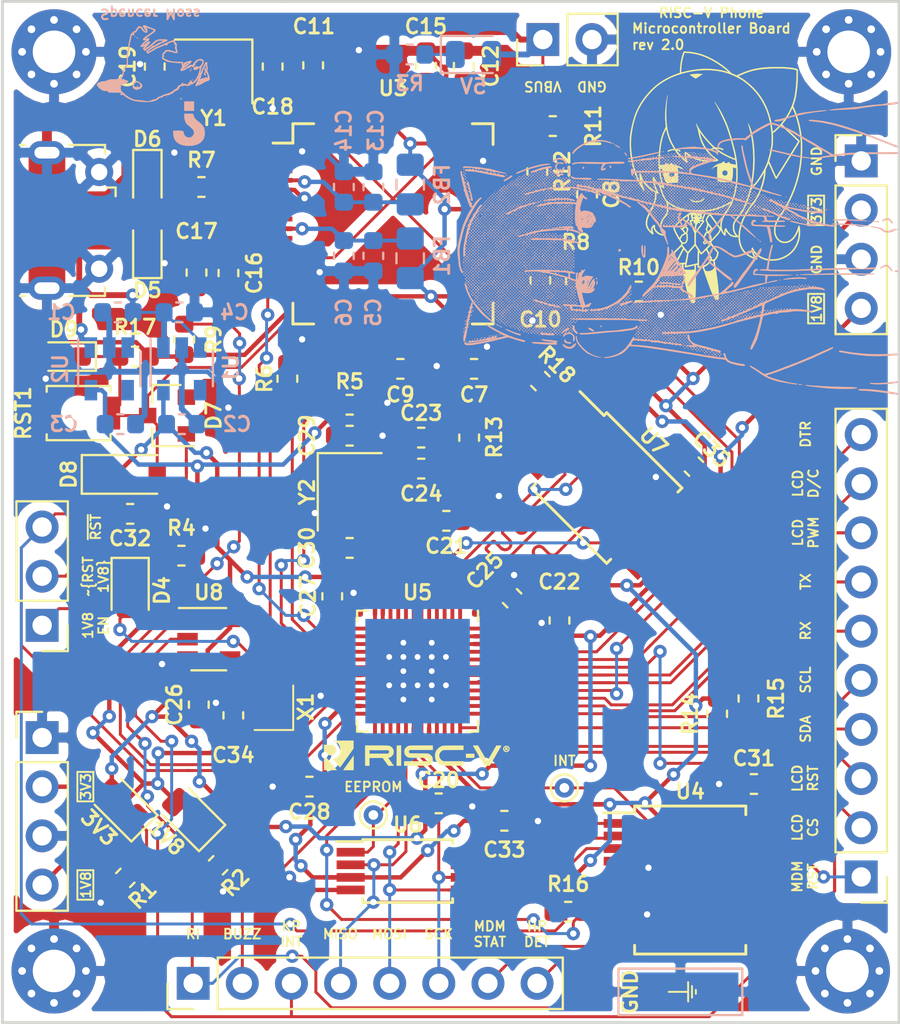
<source format=kicad_pcb>
(kicad_pcb (version 20171130) (host pcbnew 5.1.0-1.fc30)
  (layers (0 F.Cu signal) (31 B.Cu signal) (34 B.Paste user) (35 F.Paste user) (36 B.SilkS user) (37 F.SilkS user) (38 B.Mask user) (39 F.Mask user) (44 Edge.Cuts user))
  (net 0 "")
  (net 1 GND)
  (net 2 /Microcontroller/RESET_N_1V8)
  (net 3 +1V8)
  (net 4 /Microcontroller/PLL_AVSS)
  (net 5 /Microcontroller/PLL_AVDD)
  (net 6 "/Program and Debug/VCORE_FT")
  (net 7 "/Program and Debug/VPLL_FT")
  (net 8 "/Program and Debug/VPHY_FT")
  (net 9 /Microcontroller/WAKEUP_N)
  (net 10 "/Program and Debug/USB_D+")
  (net 11 "/Program and Debug/USB_D-")
  (net 12 "/Program and Debug/VUSB")
  (net 13 /Microcontroller/KEYPAD_INT)
  (net 14 /Microcontroller/LCD_CS)
  (net 15 /Microcontroller/SCK)
  (net 16 /Microcontroller/MISO)
  (net 17 /Microcontroller/MOSI)
  (net 18 /Microcontroller/LCD_DC)
  (net 19 /Microcontroller/LCD_LED_PWM)
  (net 20 /Microcontroller/BUZZER)
  (net 21 /Microcontroller/DTR)
  (net 22 /Microcontroller/MODEM_STATUS)
  (net 23 /Microcontroller/FT_RESET)
  (net 24 +3V3)
  (net 25 /Microcontroller/JTAG_TMS)
  (net 26 /Microcontroller/JTAG_TDI)
  (net 27 "/Program and Debug/FT_UART_TX")
  (net 28 /Microcontroller/IO3)
  (net 29 /Microcontroller/IO2)
  (net 30 /Microcontroller/IO1)
  (net 31 /Microcontroller/IO0)
  (net 32 /Microcontroller/QSPI_CS)
  (net 33 /Microcontroller/JTAG_TCK)
  (net 34 /Microcontroller/JTAG_TDO)
  (net 35 /Microcontroller/LFALTCLK)
  (net 36 /Microcontroller/QSPI_SCK)
  (net 37 /Microcontroller/EEPROM_CS)
  (net 38 /Microcontroller/MODEM_RST)
  (net 39 /Microcontroller/LCD_RST)
  (net 40 /Microcontroller/SDA)
  (net 41 /Microcontroller/SCL)
  (net 42 /Microcontroller/RI_INT)
  (net 43 /Microcontroller/HP_DET_INT)
  (net 44 /Microcontroller/MODEM_TO_MCU)
  (net 45 /Microcontroller/MCU_TO_MODEM)
  (net 46 "/Program and Debug/FT_RX")
  (net 47 /Microcontroller/DBG_TO_MCU)
  (net 48 /Microcontroller/INT_CTRL_CS)
  (net 49 /Microcontroller/INT_CTRL_INT)
  (net 50 /Microcontroller/JTAG_SRST)
  (net 51 /Microcontroller/1V8_EN)
  (net 52 "Net-(C18-Pad1)")
  (net 53 "Net-(C19-Pad1)")
  (net 54 "Net-(C29-Pad2)")
  (net 55 "Net-(C30-Pad1)")
  (net 56 "Net-(D1-Pad1)")
  (net 57 "Net-(D2-Pad1)")
  (net 58 "Net-(D3-Pad1)")
  (net 59 "Net-(D4-Pad1)")
  (net 60 "Net-(R7-Pad1)")
  (net 61 "Net-(R11-Pad2)")
  (module riscv-phone:riscv-big (layer F.Cu) (at 138.8 146.7)
    (fp_text reference G*** hide)
    (fp_text value LOGO hide)
  )
  (module riscv-phone:hidomi (layer B.Cu) (at 152 121 270)
    (fp_text reference G*** hide)
    (fp_text value LOGO hide)
  )
  (module riscv-phone:3333dpi_silk (layer F.Cu) (at 154.25 116.75)
    (fp_text reference G*** hide)
    (fp_text value LOGO hide)
  )
  (module riscv-phone:3333dpi_copper (layer F.Cu) (at 154.25 116.66)
    (fp_text reference G*** hide)
    (fp_text value LOGO hide)
  )
  (module riscv-phone:bird3 (layer B.Cu) (at 126.111 112.522)
    (fp_text reference G*** hide)
    (fp_text value LOGO hide)
  )
  (module TestPoint:TestPoint_Pad_2.0x2.0mm (layer B.Cu) (at 152.4 158.9405 270)
    (fp_text reference GND (at 0 2.6 90) (layer F.SilkS) (effects (font (size 0.75 0.75))))
    (fp_text value TestPoint)
    (pad 1 smd rect (at 0 0 270) (size 2 6) (layers B.Cu B.Mask) (net 1 GND))
  )
  (module TestPoint:TestPoint_THTPad_D1.0mm_Drill0.5mm (layer F.Cu) (at 146.4 148.4 180)
    (fp_text reference INT (at 0 1.4 180) (layer F.SilkS) (effects (font (size 0.5 0.5) (thickness 0.1))))
    (fp_text value INT)
    (pad 1 thru_hole circle (at 0 0 180) (size 1 1) (drill 0.5) (layers *.Cu *.Mask) (net 48 /Microcontroller/INT_CTRL_CS))
  )
  (module Resistor_SMD:R_0603_1608Metric (layer F.Cu) (at 145.8 114.2 180)
    (fp_text reference R11 (at -2.1 0 90) (layer F.SilkS) (effects (font (size 0.75 0.75))))
    (fp_text value 4.7k)
    (pad 1 smd roundrect (at -0.7875 0 180) (size 0.875 0.95) (layers F.Cu F.Paste F.Mask) (net 12 "/Program and Debug/VUSB"))
    (pad 2 smd roundrect (at 0.7875 0 180) (size 0.875 0.95) (layers F.Cu F.Paste F.Mask) (net 61 "Net-(R11-Pad2)"))
  )
  (module TestPoint:TestPoint_THTPad_D1.0mm_Drill0.5mm (layer F.Cu) (at 136.525 149.8)
    (fp_text reference EEPROM (at 0 -1.448) (layer F.SilkS) (effects (font (size 0.5 0.5) (thickness 0.1))))
    (fp_text value EEPROM)
    (pad 1 thru_hole circle (at 0 0) (size 1 1) (drill 0.5) (layers *.Cu *.Mask) (net 37 /Microcontroller/EEPROM_CS))
  )
  (module Connector_PinHeader_2.54mm:PinHeader_1x08_P2.54mm_Vertical (layer F.Cu) (at 127.21 158.5 90)
    (fp_text reference J5 hide)
    (fp_text value Conn_01x08)
    (pad 1 thru_hole rect (at 0 0 90) (size 1.7 1.7) (drill 1) (layers *.Cu *.Mask) (net 42 /Microcontroller/RI_INT))
    (pad 2 thru_hole oval (at 0 2.54 90) (size 1.7 1.7) (drill 1) (layers *.Cu *.Mask) (net 20 /Microcontroller/BUZZER))
    (pad 3 thru_hole oval (at 0 5.08 90) (size 1.7 1.7) (drill 1) (layers *.Cu *.Mask) (net 13 /Microcontroller/KEYPAD_INT))
    (pad 4 thru_hole oval (at 0 7.62 90) (size 1.7 1.7) (drill 1) (layers *.Cu *.Mask) (net 16 /Microcontroller/MISO))
    (pad 5 thru_hole oval (at 0 10.16 90) (size 1.7 1.7) (drill 1) (layers *.Cu *.Mask) (net 17 /Microcontroller/MOSI))
    (pad 6 thru_hole oval (at 0 12.7 90) (size 1.7 1.7) (drill 1) (layers *.Cu *.Mask) (net 15 /Microcontroller/SCK))
    (pad 7 thru_hole oval (at 0 15.24 90) (size 1.7 1.7) (drill 1) (layers *.Cu *.Mask) (net 22 /Microcontroller/MODEM_STATUS))
    (pad 8 thru_hole oval (at 0 17.78 90) (size 1.7 1.7) (drill 1) (layers *.Cu *.Mask) (net 43 /Microcontroller/HP_DET_INT))
  )
  (module Package_SO:TSSOP-8_4.4x3mm_P0.65mm (layer F.Cu) (at 138.3 152.7)
    (fp_text reference U6 (at 0.003 -2.4 180) (layer F.SilkS) (effects (font (size 0.75 0.75))))
    (fp_text value M95256-WDW6P)
    (pad 1 smd rect (at -2.95 -0.975) (size 1.45 0.45) (layers F.Cu F.Paste F.Mask) (net 37 /Microcontroller/EEPROM_CS))
    (pad 2 smd rect (at -2.95 -0.325) (size 1.45 0.45) (layers F.Cu F.Paste F.Mask) (net 16 /Microcontroller/MISO))
    (pad 3 smd rect (at -2.95 0.325) (size 1.45 0.45) (layers F.Cu F.Paste F.Mask) (net 24 +3V3))
    (pad 4 smd rect (at -2.95 0.975) (size 1.45 0.45) (layers F.Cu F.Paste F.Mask) (net 1 GND))
    (pad 5 smd rect (at 2.95 0.975) (size 1.45 0.45) (layers F.Cu F.Paste F.Mask) (net 17 /Microcontroller/MOSI))
    (pad 6 smd rect (at 2.95 0.325) (size 1.45 0.45) (layers F.Cu F.Paste F.Mask) (net 15 /Microcontroller/SCK))
    (pad 7 smd rect (at 2.95 -0.325) (size 1.45 0.45) (layers F.Cu F.Paste F.Mask) (net 24 +3V3))
    (pad 8 smd rect (at 2.95 -0.975) (size 1.45 0.45) (layers F.Cu F.Paste F.Mask) (net 24 +3V3))
  )
  (module Connector_PinHeader_2.54mm:PinHeader_1x03_P2.54mm_Vertical (layer F.Cu) (at 119.4 140 180)
    (fp_text reference J6 hide)
    (fp_text value Conn_01x03)
    (pad 1 thru_hole rect (at 0 0 180) (size 1.7 1.7) (drill 1) (layers *.Cu *.Mask) (net 51 /Microcontroller/1V8_EN))
    (pad 2 thru_hole oval (at 0 2.54 180) (size 1.7 1.7) (drill 1) (layers *.Cu *.Mask) (net 2 /Microcontroller/RESET_N_1V8))
    (pad 3 thru_hole oval (at 0 5.08 180) (size 1.7 1.7) (drill 1) (layers *.Cu *.Mask) (net 50 /Microcontroller/JTAG_SRST))
  )
  (module Package_SO:SOIJ-8_5.3x5.3mm_P1.27mm (layer F.Cu) (at 148.59 132.9055 315)
    (fp_text reference U7 (at 0 -3.429 315) (layer F.SilkS) (effects (font (size 0.75 0.75))))
    (fp_text value IL25LP128)
    (pad 8 smd rect (at 3.65 -1.905 315) (size 1.7 0.65) (layers F.Cu F.Paste F.Mask) (net 24 +3V3))
    (pad 7 smd rect (at 3.65 -0.635 315) (size 1.7 0.65) (layers F.Cu F.Paste F.Mask) (net 28 /Microcontroller/IO3))
    (pad 6 smd rect (at 3.65 0.635 315) (size 1.7 0.65) (layers F.Cu F.Paste F.Mask) (net 36 /Microcontroller/QSPI_SCK))
    (pad 5 smd rect (at 3.65 1.905 315) (size 1.7 0.65) (layers F.Cu F.Paste F.Mask) (net 31 /Microcontroller/IO0))
    (pad 4 smd rect (at -3.65 1.905 315) (size 1.7 0.65) (layers F.Cu F.Paste F.Mask) (net 1 GND))
    (pad 3 smd rect (at -3.65 0.635 315) (size 1.7 0.65) (layers F.Cu F.Paste F.Mask) (net 29 /Microcontroller/IO2))
    (pad 2 smd rect (at -3.65 -0.635 315) (size 1.7 0.65) (layers F.Cu F.Paste F.Mask) (net 30 /Microcontroller/IO1))
    (pad 1 smd rect (at -3.65 -1.905 315) (size 1.7 0.65) (layers F.Cu F.Paste F.Mask) (net 32 /Microcontroller/QSPI_CS))
  )
  (module Capacitor_SMD:C_0603_1608Metric (layer F.Cu) (at 135.3 136 180)
    (fp_text reference C30 (at 2.2 0 90) (layer F.SilkS) (effects (font (size 0.75 0.75))))
    (fp_text value 12pF)
    (pad 1 smd roundrect (at -0.7875 0 180) (size 0.875 0.95) (layers F.Cu F.Paste F.Mask) (net 55 "Net-(C30-Pad1)"))
    (pad 2 smd roundrect (at 0.7875 0 180) (size 0.875 0.95) (layers F.Cu F.Paste F.Mask) (net 1 GND))
  )
  (module Capacitor_SMD:C_0603_1608Metric (layer F.Cu) (at 141.732 126.746)
    (fp_text reference C7 (at 0 1.3335 180) (layer F.SilkS) (effects (font (size 0.75 0.75))))
    (fp_text value 0.1uF)
    (pad 1 smd roundrect (at -0.7875 0) (size 0.875 0.95) (layers F.Cu F.Paste F.Mask) (net 24 +3V3))
    (pad 2 smd roundrect (at 0.7875 0) (size 0.875 0.95) (layers F.Cu F.Paste F.Mask) (net 1 GND))
  )
  (module Package_TO_SOT_SMD:SOT-23-5 (layer F.Cu) (at 128.016 140.716)
    (fp_text reference U8 (at 0 -2.413 -180) (layer F.SilkS) (effects (font (size 0.75 0.75))))
    (fp_text value 74AHC1G08)
    (pad 5 smd rect (at 1.1 -0.95) (size 1.06 0.65) (layers F.Cu F.Paste F.Mask) (net 24 +3V3))
    (pad 4 smd rect (at 1.1 0.95) (size 1.06 0.65) (layers F.Cu F.Paste F.Mask) (net 9 /Microcontroller/WAKEUP_N))
    (pad 3 smd rect (at -1.1 0.95) (size 1.06 0.65) (layers F.Cu F.Paste F.Mask) (net 1 GND))
    (pad 2 smd rect (at -1.1 0) (size 1.06 0.65) (layers F.Cu F.Paste F.Mask) (net 13 /Microcontroller/KEYPAD_INT))
    (pad 1 smd rect (at -1.1 -0.95) (size 1.06 0.65) (layers F.Cu F.Paste F.Mask) (net 42 /Microcontroller/RI_INT))
  )
  (module Capacitor_SMD:C_0603_1608Metric (layer F.Cu) (at 134.4 138.5 270)
    (fp_text reference C27 (at 0 1.25 90) (layer F.SilkS) (effects (font (size 0.75 0.75))))
    (fp_text value 1uF)
    (pad 2 smd roundrect (at 0.7875 0 270) (size 0.875 0.95) (layers F.Cu F.Paste F.Mask) (net 1 GND))
    (pad 1 smd roundrect (at -0.7875 0 270) (size 0.875 0.95) (layers F.Cu F.Paste F.Mask) (net 24 +3V3))
  )
  (module Package_TO_SOT_SMD:SOT-23-5 (layer B.Cu) (at 126.619 126.746 270)
    (fp_text reference U1 (at 0 -2.54 90) (layer B.SilkS) (effects (font (size 0.75 0.75)) (justify mirror)))
    (fp_text value TLV75533PDBV)
    (pad 1 smd rect (at -1.1 0.95 270) (size 1.06 0.65) (layers B.Cu B.Paste B.Mask) (net 12 "/Program and Debug/VUSB"))
    (pad 2 smd rect (at -1.1 0 270) (size 1.06 0.65) (layers B.Cu B.Paste B.Mask) (net 1 GND))
    (pad 3 smd rect (at -1.1 -0.95 270) (size 1.06 0.65) (layers B.Cu B.Paste B.Mask) (net 12 "/Program and Debug/VUSB"))
    (pad 4 smd rect (at 1.1 -0.95 270) (size 1.06 0.65) (layers B.Cu B.Paste B.Mask))
    (pad 5 smd rect (at 1.1 0.95 270) (size 1.06 0.65) (layers B.Cu B.Paste B.Mask) (net 24 +3V3))
  )
  (module Package_TO_SOT_SMD:SOT-23 (layer F.Cu) (at 125.857 129.159 180)
    (fp_text reference D7 (at -2.413 0 90) (layer F.SilkS) (effects (font (size 0.75 0.75))))
    (fp_text value BAT54L)
    (pad 1 smd rect (at -1 -0.95 180) (size 0.9 0.8) (layers F.Cu F.Paste F.Mask) (net 2 /Microcontroller/RESET_N_1V8))
    (pad 2 smd rect (at -1 0.95 180) (size 0.9 0.8) (layers F.Cu F.Paste F.Mask))
    (pad 3 smd rect (at 1 0 180) (size 0.9 0.8) (layers F.Cu F.Paste F.Mask) (net 50 /Microcontroller/JTAG_SRST))
  )
  (module Capacitor_SMD:C_0603_1608Metric (layer B.Cu) (at 123.444 129.6035)
    (fp_text reference C3 (at -2.921 0) (layer B.SilkS) (effects (font (size 0.75 0.75)) (justify mirror)))
    (fp_text value 1uF)
    (pad 2 smd roundrect (at 0.7875 0) (size 0.875 0.95) (layers B.Cu B.Paste B.Mask) (net 1 GND))
    (pad 1 smd roundrect (at -0.7875 0) (size 0.875 0.95) (layers B.Cu B.Paste B.Mask) (net 3 +1V8))
  )
  (module Package_DFN_QFN:QFN-48-1EP_6x6mm_P0.4mm_EP4.66x4.66mm_ThermalVias (layer F.Cu) (at 138.811 142.367 270)
    (fp_text reference U5 (at -4.064 0 180) (layer F.SilkS) (effects (font (size 0.75 0.75))))
    (fp_text value FE310-G002)
    (pad 1 smd rect (at -2.925 -2.2 270) (size 0.65 0.2) (layers F.Cu F.Paste F.Mask) (net 28 /Microcontroller/IO3))
    (pad 2 smd rect (at -2.925 -1.8 270) (size 0.65 0.2) (layers F.Cu F.Paste F.Mask) (net 29 /Microcontroller/IO2))
    (pad 3 smd rect (at -2.925 -1.4 270) (size 0.65 0.2) (layers F.Cu F.Paste F.Mask) (net 30 /Microcontroller/IO1))
    (pad 4 smd rect (at -2.925 -1 270) (size 0.65 0.2) (layers F.Cu F.Paste F.Mask) (net 31 /Microcontroller/IO0))
    (pad 5 smd rect (at -2.925 -0.6 270) (size 0.65 0.2) (layers F.Cu F.Paste F.Mask) (net 32 /Microcontroller/QSPI_CS))
    (pad 6 smd rect (at -2.925 -0.2 270) (size 0.65 0.2) (layers F.Cu F.Paste F.Mask) (net 3 +1V8))
    (pad 7 smd rect (at -2.925 0.2 270) (size 0.65 0.2) (layers F.Cu F.Paste F.Mask) (net 5 /Microcontroller/PLL_AVDD))
    (pad 8 smd rect (at -2.925 0.6 270) (size 0.65 0.2) (layers F.Cu F.Paste F.Mask) (net 4 /Microcontroller/PLL_AVSS))
    (pad 9 smd rect (at -2.925 1 270) (size 0.65 0.2) (layers F.Cu F.Paste F.Mask) (net 54 "Net-(C29-Pad2)"))
    (pad 10 smd rect (at -2.925 1.4 270) (size 0.65 0.2) (layers F.Cu F.Paste F.Mask) (net 55 "Net-(C30-Pad1)"))
    (pad 11 smd rect (at -2.925 1.8 270) (size 0.65 0.2) (layers F.Cu F.Paste F.Mask) (net 24 +3V3))
    (pad 12 smd rect (at -2.925 2.2 270) (size 0.65 0.2) (layers F.Cu F.Paste F.Mask) (net 24 +3V3))
    (pad 13 smd rect (at -2.2 2.925) (size 0.65 0.2) (layers F.Cu F.Paste F.Mask) (net 33 /Microcontroller/JTAG_TCK))
    (pad 14 smd rect (at -1.8 2.925) (size 0.65 0.2) (layers F.Cu F.Paste F.Mask) (net 34 /Microcontroller/JTAG_TDO))
    (pad 15 smd rect (at -1.4 2.925) (size 0.65 0.2) (layers F.Cu F.Paste F.Mask) (net 25 /Microcontroller/JTAG_TMS))
    (pad 16 smd rect (at -1 2.925) (size 0.65 0.2) (layers F.Cu F.Paste F.Mask) (net 26 /Microcontroller/JTAG_TDI))
    (pad 17 smd rect (at -0.6 2.925) (size 0.65 0.2) (layers F.Cu F.Paste F.Mask) (net 51 /Microcontroller/1V8_EN))
    (pad 18 smd rect (at -0.2 2.925) (size 0.65 0.2) (layers F.Cu F.Paste F.Mask) (net 9 /Microcontroller/WAKEUP_N))
    (pad 19 smd rect (at 0.2 2.925) (size 0.65 0.2) (layers F.Cu F.Paste F.Mask) (net 24 +3V3))
    (pad 20 smd rect (at 0.6 2.925) (size 0.65 0.2) (layers F.Cu F.Paste F.Mask) (net 35 /Microcontroller/LFALTCLK))
    (pad 21 smd rect (at 1 2.925) (size 0.65 0.2) (layers F.Cu F.Paste F.Mask) (net 1 GND))
    (pad 22 smd rect (at 1.4 2.925) (size 0.65 0.2) (layers F.Cu F.Paste F.Mask) (net 23 /Microcontroller/FT_RESET))
    (pad 23 smd rect (at 1.8 2.925) (size 0.65 0.2) (layers F.Cu F.Paste F.Mask) (net 24 +3V3))
    (pad 24 smd rect (at 2.2 2.925) (size 0.65 0.2) (layers F.Cu F.Paste F.Mask) (net 50 /Microcontroller/JTAG_SRST))
    (pad 25 smd rect (at 2.925 2.2 270) (size 0.65 0.2) (layers F.Cu F.Paste F.Mask) (net 20 /Microcontroller/BUZZER))
    (pad 26 smd rect (at 2.925 1.8 270) (size 0.65 0.2) (layers F.Cu F.Paste F.Mask) (net 49 /Microcontroller/INT_CTRL_INT))
    (pad 27 smd rect (at 2.925 1.4 270) (size 0.65 0.2) (layers F.Cu F.Paste F.Mask) (net 37 /Microcontroller/EEPROM_CS))
    (pad 28 smd rect (at 2.925 1 270) (size 0.65 0.2) (layers F.Cu F.Paste F.Mask) (net 17 /Microcontroller/MOSI))
    (pad 29 smd rect (at 2.925 0.6 270) (size 0.65 0.2) (layers F.Cu F.Paste F.Mask) (net 16 /Microcontroller/MISO))
    (pad 30 smd rect (at 2.925 0.2 270) (size 0.65 0.2) (layers F.Cu F.Paste F.Mask) (net 3 +1V8))
    (pad 31 smd rect (at 2.925 -0.2 270) (size 0.65 0.2) (layers F.Cu F.Paste F.Mask) (net 15 /Microcontroller/SCK))
    (pad 32 smd rect (at 2.925 -0.6 270) (size 0.65 0.2) (layers F.Cu F.Paste F.Mask) (net 24 +3V3))
    (pad 33 smd rect (at 2.925 -1 270) (size 0.65 0.2) (layers F.Cu F.Paste F.Mask) (net 48 /Microcontroller/INT_CTRL_CS))
    (pad 34 smd rect (at 2.925 -1.4 270) (size 0.65 0.2) (layers F.Cu F.Paste F.Mask) (net 14 /Microcontroller/LCD_CS))
    (pad 35 smd rect (at 2.925 -1.8 270) (size 0.65 0.2) (layers F.Cu F.Paste F.Mask) (net 39 /Microcontroller/LCD_RST))
    (pad 36 smd rect (at 2.925 -2.2 270) (size 0.65 0.2) (layers F.Cu F.Paste F.Mask) (net 40 /Microcontroller/SDA))
    (pad 37 smd rect (at 2.2 -2.925) (size 0.65 0.2) (layers F.Cu F.Paste F.Mask) (net 41 /Microcontroller/SCL))
    (pad 38 smd rect (at 1.8 -2.925) (size 0.65 0.2) (layers F.Cu F.Paste F.Mask) (net 44 /Microcontroller/MODEM_TO_MCU))
    (pad 39 smd rect (at 1.4 -2.925) (size 0.65 0.2) (layers F.Cu F.Paste F.Mask) (net 45 /Microcontroller/MCU_TO_MODEM))
    (pad 40 smd rect (at 1 -2.925) (size 0.65 0.2) (layers F.Cu F.Paste F.Mask) (net 46 "/Program and Debug/FT_RX"))
    (pad 41 smd rect (at 0.6 -2.925) (size 0.65 0.2) (layers F.Cu F.Paste F.Mask) (net 19 /Microcontroller/LCD_LED_PWM))
    (pad 42 smd rect (at 0.2 -2.925) (size 0.65 0.2) (layers F.Cu F.Paste F.Mask) (net 18 /Microcontroller/LCD_DC))
    (pad 43 smd rect (at -0.2 -2.925) (size 0.65 0.2) (layers F.Cu F.Paste F.Mask) (net 13 /Microcontroller/KEYPAD_INT))
    (pad 44 smd rect (at -0.6 -2.925) (size 0.65 0.2) (layers F.Cu F.Paste F.Mask) (net 21 /Microcontroller/DTR))
    (pad 45 smd rect (at -1 -2.925) (size 0.65 0.2) (layers F.Cu F.Paste F.Mask) (net 47 /Microcontroller/DBG_TO_MCU))
    (pad 46 smd rect (at -1.4 -2.925) (size 0.65 0.2) (layers F.Cu F.Paste F.Mask) (net 3 +1V8))
    (pad 47 smd rect (at -1.8 -2.925) (size 0.65 0.2) (layers F.Cu F.Paste F.Mask) (net 24 +3V3))
    (pad 48 smd rect (at -2.2 -2.925) (size 0.65 0.2) (layers F.Cu F.Paste F.Mask) (net 36 /Microcontroller/QSPI_SCK))
    (pad 49 smd rect (at 0 0 270) (size 5.4 5.4) (layers B.Cu) (net 1 GND))
    (pad 49 smd rect (at 0 0 270) (size 4.4 4.4) (layers F.Cu F.Mask) (net 1 GND))
    (pad 49 thru_hole circle (at -1.466667 -0.733333 270) (size 0.6 0.6) (drill 0.3) (layers *.Cu) (net 1 GND))
    (pad 49 thru_hole circle (at -1.466667 0.733333 270) (size 0.6 0.6) (drill 0.3) (layers *.Cu) (net 1 GND))
    (pad 49 thru_hole circle (at -0.733333 -1.466667 270) (size 0.6 0.6) (drill 0.3) (layers *.Cu) (net 1 GND))
    (pad 49 thru_hole circle (at -0.733333 -0.733333 270) (size 0.6 0.6) (drill 0.3) (layers *.Cu) (net 1 GND))
    (pad 49 thru_hole circle (at -0.733333 0 270) (size 0.6 0.6) (drill 0.3) (layers *.Cu) (net 1 GND))
    (pad 49 thru_hole circle (at -0.733333 0.733333 270) (size 0.6 0.6) (drill 0.3) (layers *.Cu) (net 1 GND))
    (pad 49 thru_hole circle (at -0.733333 1.466667 270) (size 0.6 0.6) (drill 0.3) (layers *.Cu) (net 1 GND))
    (pad 49 thru_hole circle (at 0 -0.733333 270) (size 0.6 0.6) (drill 0.3) (layers *.Cu) (net 1 GND))
    (pad 49 thru_hole circle (at 0 0.733333 270) (size 0.6 0.6) (drill 0.3) (layers *.Cu) (net 1 GND))
    (pad 49 thru_hole circle (at 0.733333 -1.466667 270) (size 0.6 0.6) (drill 0.3) (layers *.Cu) (net 1 GND))
    (pad 49 thru_hole circle (at 0.733333 -0.733333 270) (size 0.6 0.6) (drill 0.3) (layers *.Cu) (net 1 GND))
    (pad 49 thru_hole circle (at 0.733333 0 270) (size 0.6 0.6) (drill 0.3) (layers *.Cu) (net 1 GND))
    (pad 49 thru_hole circle (at 0.733333 0.733333 270) (size 0.6 0.6) (drill 0.3) (layers *.Cu) (net 1 GND))
    (pad 49 thru_hole circle (at 0.733333 1.466667 270) (size 0.6 0.6) (drill 0.3) (layers *.Cu) (net 1 GND))
    (pad 49 thru_hole circle (at 1.466667 -0.733333 270) (size 0.6 0.6) (drill 0.3) (layers *.Cu) (net 1 GND))
    (pad 49 thru_hole circle (at 1.466667 0.733333 270) (size 0.6 0.6) (drill 0.3) (layers *.Cu) (net 1 GND))
  )
  (module Connector_PinHeader_2.54mm:PinHeader_1x04_P2.54mm_Vertical (layer F.Cu) (at 161.75 116)
    (fp_text reference J4 hide)
    (fp_text value Conn_01x04)
    (pad 1 thru_hole rect (at 0 0) (size 1.7 1.7) (drill 1) (layers *.Cu *.Mask) (net 1 GND))
    (pad 2 thru_hole oval (at 0 2.54) (size 1.7 1.7) (drill 1) (layers *.Cu *.Mask) (net 24 +3V3))
    (pad 3 thru_hole oval (at 0 5.08) (size 1.7 1.7) (drill 1) (layers *.Cu *.Mask) (net 1 GND))
    (pad 4 thru_hole oval (at 0 7.62) (size 1.7 1.7) (drill 1) (layers *.Cu *.Mask) (net 3 +1V8))
  )
  (module Capacitor_SMD:C_0603_1608Metric (layer F.Cu) (at 125.222 111.125 90)
    (fp_text reference C19 (at 0 -1.397 270) (layer F.SilkS) (effects (font (size 0.75 0.75))))
    (fp_text value 12pF)
    (pad 1 smd roundrect (at -0.7875 0 90) (size 0.875 0.95) (layers F.Cu F.Paste F.Mask) (net 53 "Net-(C19-Pad1)"))
    (pad 2 smd roundrect (at 0.7875 0 90) (size 0.875 0.95) (layers F.Cu F.Paste F.Mask) (net 1 GND))
  )
  (module Capacitor_SMD:C_0603_1608Metric (layer B.Cu) (at 126.619 129.6035)
    (fp_text reference C2 (at 2.8575 0) (layer B.SilkS) (effects (font (size 0.75 0.75)) (justify mirror)))
    (fp_text value 1uF)
    (pad 2 smd roundrect (at 0.7875 0) (size 0.875 0.95) (layers B.Cu B.Paste B.Mask) (net 1 GND))
    (pad 1 smd roundrect (at -0.7875 0) (size 0.875 0.95) (layers B.Cu B.Paste B.Mask) (net 24 +3V3))
  )
  (module Connector_PinHeader_2.54mm:PinHeader_1x04_P2.54mm_Vertical (layer F.Cu) (at 119.4 145.8)
    (fp_text reference J3 hide)
    (fp_text value Conn_01x04)
    (pad 1 thru_hole rect (at 0 0) (size 1.7 1.7) (drill 1) (layers *.Cu *.Mask) (net 1 GND))
    (pad 2 thru_hole oval (at 0 2.54) (size 1.7 1.7) (drill 1) (layers *.Cu *.Mask) (net 24 +3V3))
    (pad 3 thru_hole oval (at 0 5.08) (size 1.7 1.7) (drill 1) (layers *.Cu *.Mask) (net 1 GND))
    (pad 4 thru_hole oval (at 0 7.62) (size 1.7 1.7) (drill 1) (layers *.Cu *.Mask) (net 3 +1V8))
  )
  (module Capacitor_SMD:C_0603_1608Metric (layer F.Cu) (at 143.7 138.6 135)
    (fp_text reference C25 (at 2 0 45) (layer F.SilkS) (effects (font (size 0.75 0.75))))
    (fp_text value 0.1uF)
    (pad 1 smd roundrect (at -0.7875 0 135) (size 0.875 0.95) (layers F.Cu F.Paste F.Mask) (net 24 +3V3))
    (pad 2 smd roundrect (at 0.7875 0 135) (size 0.875 0.95) (layers F.Cu F.Paste F.Mask) (net 1 GND))
  )
  (module Resistor_SMD:R_0603_1608Metric (layer F.Cu) (at 145.161 127.381 315)
    (fp_text reference R18 (at 0 -1.2 135) (layer F.SilkS) (effects (font (size 0.75 0.75))))
    (fp_text value 100k)
    (pad 1 smd roundrect (at -0.7875 0 315) (size 0.875 0.95) (layers F.Cu F.Paste F.Mask) (net 24 +3V3))
    (pad 2 smd roundrect (at 0.7875 0 315) (size 0.875 0.95) (layers F.Cu F.Paste F.Mask) (net 32 /Microcontroller/QSPI_CS))
  )
  (module Capacitor_SMD:C_0603_1608Metric (layer F.Cu) (at 139.9032 149.2)
    (fp_text reference C20 (at -0.0032 -1.2 180) (layer F.SilkS) (effects (font (size 0.75 0.75))))
    (fp_text value 0.1uF)
    (pad 1 smd roundrect (at -0.7875 0) (size 0.875 0.95) (layers F.Cu F.Paste F.Mask) (net 3 +1V8))
    (pad 2 smd roundrect (at 0.7875 0) (size 0.875 0.95) (layers F.Cu F.Paste F.Mask) (net 1 GND))
  )
  (module Resistor_SMD:R_0603_1608Metric (layer F.Cu) (at 132.08 127.254 90)
    (fp_text reference R6 (at 0 -1.18 270) (layer F.SilkS) (effects (font (size 0.75 0.75))))
    (fp_text value 1k)
    (pad 1 smd roundrect (at -0.7875 0 90) (size 0.875 0.95) (layers F.Cu F.Paste F.Mask) (net 26 /Microcontroller/JTAG_TDI))
    (pad 2 smd roundrect (at 0.7875 0 90) (size 0.875 0.95) (layers F.Cu F.Paste F.Mask) (net 1 GND))
  )
  (module Capacitor_SMD:C_0603_1608Metric (layer F.Cu) (at 133.223 148.336 180)
    (fp_text reference C28 (at 0 -1.3 180) (layer F.SilkS) (effects (font (size 0.75 0.75))))
    (fp_text value 0.1uF)
    (pad 2 smd roundrect (at 0.7875 0 180) (size 0.875 0.95) (layers F.Cu F.Paste F.Mask) (net 1 GND))
    (pad 1 smd roundrect (at -0.7875 0 180) (size 0.875 0.95) (layers F.Cu F.Paste F.Mask) (net 24 +3V3))
  )
  (module LED_SMD:LED_0603_1608Metric_Pad1.05x0.95mm_HandSolder (layer F.Cu) (at 124.841 120.396 90)
    (fp_text reference D5 (at -2.286 0 180) (layer F.SilkS) (effects (font (size 0.75 0.75))))
    (fp_text value D_TVS)
    (pad 1 smd roundrect (at -0.875 0 90) (size 1.05 0.95) (layers F.Cu F.Paste F.Mask) (net 1 GND))
    (pad 2 smd roundrect (at 0.875 0 90) (size 1.05 0.95) (layers F.Cu F.Paste F.Mask) (net 10 "/Program and Debug/USB_D+"))
  )
  (module riscv-phone:Crystal_SMD_2012-4Pin_2.0x1.2mm (layer F.Cu) (at 131.3815 144.2085 90)
    (fp_text reference X1 (at 0 1.651 270) (layer F.SilkS) (effects (font (size 0.75 0.75))))
    (fp_text value SiT1533)
    (pad 1 smd rect (at -0.8 0 90) (size 0.4 1.4) (layers F.Cu F.Paste F.Mask))
    (pad 2 smd rect (at -0.1 0.45 90) (size 0.3 0.5) (layers F.Cu F.Paste F.Mask) (net 1 GND))
    (pad 3 smd rect (at 0.8 0 90) (size 0.4 1.4) (layers F.Cu F.Paste F.Mask) (net 35 /Microcontroller/LFALTCLK))
    (pad 4 smd rect (at 0.1 -0.45 90) (size 0.3 0.5) (layers F.Cu F.Paste F.Mask) (net 3 +1V8))
  )
  (module Resistor_SMD:R_0603_1608Metric (layer F.Cu) (at 126.746 125.222 90)
    (fp_text reference R9 (at 0 1.524 90) (layer F.SilkS) (effects (font (size 0.75 0.75))))
    (fp_text value 4.7k)
    (pad 1 smd roundrect (at -0.7875 0 90) (size 0.875 0.95) (layers F.Cu F.Paste F.Mask) (net 24 +3V3))
    (pad 2 smd roundrect (at 0.7875 0 90) (size 0.875 0.95) (layers F.Cu F.Paste F.Mask) (net 23 /Microcontroller/FT_RESET))
  )
  (module Package_QFP:LQFP-64_10x10mm_P0.5mm (layer F.Cu) (at 137.541 119.253)
    (fp_text reference U3 (at 0.009 -7.003) (layer F.SilkS) (effects (font (size 0.75 0.75))))
    (fp_text value FT2232H)
    (pad 64 smd rect (at -3.75 -5.7 90) (size 1 0.25) (layers F.Cu F.Paste F.Mask) (net 6 "/Program and Debug/VCORE_FT"))
    (pad 63 smd rect (at -3.25 -5.7 90) (size 1 0.25) (layers F.Cu F.Paste F.Mask))
    (pad 62 smd rect (at -2.75 -5.7 90) (size 1 0.25) (layers F.Cu F.Paste F.Mask))
    (pad 61 smd rect (at -2.25 -5.7 90) (size 1 0.25) (layers F.Cu F.Paste F.Mask))
    (pad 60 smd rect (at -1.75 -5.7 90) (size 1 0.25) (layers F.Cu F.Paste F.Mask))
    (pad 59 smd rect (at -1.25 -5.7 90) (size 1 0.25) (layers F.Cu F.Paste F.Mask))
    (pad 58 smd rect (at -0.75 -5.7 90) (size 1 0.25) (layers F.Cu F.Paste F.Mask))
    (pad 57 smd rect (at -0.25 -5.7 90) (size 1 0.25) (layers F.Cu F.Paste F.Mask))
    (pad 56 smd rect (at 0.25 -5.7 90) (size 1 0.25) (layers F.Cu F.Paste F.Mask) (net 24 +3V3))
    (pad 55 smd rect (at 0.75 -5.7 90) (size 1 0.25) (layers F.Cu F.Paste F.Mask))
    (pad 54 smd rect (at 1.25 -5.7 90) (size 1 0.25) (layers F.Cu F.Paste F.Mask))
    (pad 53 smd rect (at 1.75 -5.7 90) (size 1 0.25) (layers F.Cu F.Paste F.Mask))
    (pad 52 smd rect (at 2.25 -5.7 90) (size 1 0.25) (layers F.Cu F.Paste F.Mask))
    (pad 51 smd rect (at 2.75 -5.7 90) (size 1 0.25) (layers F.Cu F.Paste F.Mask) (net 1 GND))
    (pad 50 smd rect (at 3.25 -5.7 90) (size 1 0.25) (layers F.Cu F.Paste F.Mask) (net 24 +3V3))
    (pad 49 smd rect (at 3.75 -5.7 90) (size 1 0.25) (layers F.Cu F.Paste F.Mask) (net 6 "/Program and Debug/VCORE_FT"))
    (pad 48 smd rect (at 5.7 -3.75) (size 1 0.25) (layers F.Cu F.Paste F.Mask))
    (pad 47 smd rect (at 5.7 -3.25) (size 1 0.25) (layers F.Cu F.Paste F.Mask) (net 1 GND))
    (pad 46 smd rect (at 5.7 -2.75) (size 1 0.25) (layers F.Cu F.Paste F.Mask) (net 61 "Net-(R11-Pad2)"))
    (pad 45 smd rect (at 5.7 -2.25) (size 1 0.25) (layers F.Cu F.Paste F.Mask))
    (pad 44 smd rect (at 5.7 -1.75) (size 1 0.25) (layers F.Cu F.Paste F.Mask))
    (pad 43 smd rect (at 5.7 -1.25) (size 1 0.25) (layers F.Cu F.Paste F.Mask))
    (pad 42 smd rect (at 5.7 -0.75) (size 1 0.25) (layers F.Cu F.Paste F.Mask) (net 24 +3V3))
    (pad 41 smd rect (at 5.7 -0.25) (size 1 0.25) (layers F.Cu F.Paste F.Mask))
    (pad 40 smd rect (at 5.7 0.25) (size 1 0.25) (layers F.Cu F.Paste F.Mask))
    (pad 39 smd rect (at 5.7 0.75) (size 1 0.25) (layers F.Cu F.Paste F.Mask) (net 46 "/Program and Debug/FT_RX"))
    (pad 38 smd rect (at 5.7 1.25) (size 1 0.25) (layers F.Cu F.Paste F.Mask) (net 27 "/Program and Debug/FT_UART_TX"))
    (pad 37 smd rect (at 5.7 1.75) (size 1 0.25) (layers F.Cu F.Paste F.Mask) (net 6 "/Program and Debug/VCORE_FT"))
    (pad 36 smd rect (at 5.7 2.25) (size 1 0.25) (layers F.Cu F.Paste F.Mask))
    (pad 35 smd rect (at 5.7 2.75) (size 1 0.25) (layers F.Cu F.Paste F.Mask) (net 1 GND))
    (pad 34 smd rect (at 5.7 3.25) (size 1 0.25) (layers F.Cu F.Paste F.Mask))
    (pad 33 smd rect (at 5.7 3.75) (size 1 0.25) (layers F.Cu F.Paste F.Mask))
    (pad 32 smd rect (at 3.75 5.7 90) (size 1 0.25) (layers F.Cu F.Paste F.Mask))
    (pad 31 smd rect (at 3.25 5.7 90) (size 1 0.25) (layers F.Cu F.Paste F.Mask) (net 24 +3V3))
    (pad 30 smd rect (at 2.75 5.7 90) (size 1 0.25) (layers F.Cu F.Paste F.Mask))
    (pad 29 smd rect (at 2.25 5.7 90) (size 1 0.25) (layers F.Cu F.Paste F.Mask))
    (pad 28 smd rect (at 1.75 5.7 90) (size 1 0.25) (layers F.Cu F.Paste F.Mask))
    (pad 27 smd rect (at 1.25 5.7 90) (size 1 0.25) (layers F.Cu F.Paste F.Mask))
    (pad 26 smd rect (at 0.75 5.7 90) (size 1 0.25) (layers F.Cu F.Paste F.Mask))
    (pad 25 smd rect (at 0.25 5.7 90) (size 1 0.25) (layers F.Cu F.Paste F.Mask) (net 1 GND))
    (pad 24 smd rect (at -0.25 5.7 90) (size 1 0.25) (layers F.Cu F.Paste F.Mask))
    (pad 23 smd rect (at -0.75 5.7 90) (size 1 0.25) (layers F.Cu F.Paste F.Mask))
    (pad 22 smd rect (at -1.25 5.7 90) (size 1 0.25) (layers F.Cu F.Paste F.Mask) (net 50 /Microcontroller/JTAG_SRST))
    (pad 21 smd rect (at -1.75 5.7 90) (size 1 0.25) (layers F.Cu F.Paste F.Mask))
    (pad 20 smd rect (at -2.25 5.7 90) (size 1 0.25) (layers F.Cu F.Paste F.Mask) (net 24 +3V3))
    (pad 19 smd rect (at -2.75 5.7 90) (size 1 0.25) (layers F.Cu F.Paste F.Mask) (net 25 /Microcontroller/JTAG_TMS))
    (pad 18 smd rect (at -3.25 5.7 90) (size 1 0.25) (layers F.Cu F.Paste F.Mask) (net 34 /Microcontroller/JTAG_TDO))
    (pad 17 smd rect (at -3.75 5.7 90) (size 1 0.25) (layers F.Cu F.Paste F.Mask) (net 26 /Microcontroller/JTAG_TDI))
    (pad 16 smd rect (at -5.7 3.75) (size 1 0.25) (layers F.Cu F.Paste F.Mask) (net 33 /Microcontroller/JTAG_TCK))
    (pad 15 smd rect (at -5.7 3.25) (size 1 0.25) (layers F.Cu F.Paste F.Mask) (net 1 GND))
    (pad 14 smd rect (at -5.7 2.75) (size 1 0.25) (layers F.Cu F.Paste F.Mask) (net 23 /Microcontroller/FT_RESET))
    (pad 13 smd rect (at -5.7 2.25) (size 1 0.25) (layers F.Cu F.Paste F.Mask) (net 1 GND))
    (pad 12 smd rect (at -5.7 1.75) (size 1 0.25) (layers F.Cu F.Paste F.Mask) (net 6 "/Program and Debug/VCORE_FT"))
    (pad 11 smd rect (at -5.7 1.25) (size 1 0.25) (layers F.Cu F.Paste F.Mask) (net 1 GND))
    (pad 10 smd rect (at -5.7 0.75) (size 1 0.25) (layers F.Cu F.Paste F.Mask) (net 1 GND))
    (pad 9 smd rect (at -5.7 0.25) (size 1 0.25) (layers F.Cu F.Paste F.Mask) (net 7 "/Program and Debug/VPLL_FT"))
    (pad 8 smd rect (at -5.7 -0.25) (size 1 0.25) (layers F.Cu F.Paste F.Mask) (net 10 "/Program and Debug/USB_D+"))
    (pad 7 smd rect (at -5.7 -0.75) (size 1 0.25) (layers F.Cu F.Paste F.Mask) (net 11 "/Program and Debug/USB_D-"))
    (pad 6 smd rect (at -5.7 -1.25) (size 1 0.25) (layers F.Cu F.Paste F.Mask) (net 60 "Net-(R7-Pad1)"))
    (pad 5 smd rect (at -5.7 -1.75) (size 1 0.25) (layers F.Cu F.Paste F.Mask) (net 1 GND))
    (pad 4 smd rect (at -5.7 -2.25) (size 1 0.25) (layers F.Cu F.Paste F.Mask) (net 8 "/Program and Debug/VPHY_FT"))
    (pad 3 smd rect (at -5.7 -2.75) (size 1 0.25) (layers F.Cu F.Paste F.Mask) (net 53 "Net-(C19-Pad1)"))
    (pad 2 smd rect (at -5.7 -3.25) (size 1 0.25) (layers F.Cu F.Paste F.Mask) (net 52 "Net-(C18-Pad1)"))
    (pad 1 smd rect (at -5.7 -3.75) (size 1 0.25) (layers F.Cu F.Paste F.Mask) (net 1 GND))
  )
  (module Capacitor_SMD:C_0603_1608Metric (layer F.Cu) (at 123.952 134.239)
    (fp_text reference C32 (at 0 1.27 180) (layer F.SilkS) (effects (font (size 0.75 0.75))))
    (fp_text value 10nF)
    (pad 1 smd roundrect (at -0.7875 0) (size 0.875 0.95) (layers F.Cu F.Paste F.Mask) (net 50 /Microcontroller/JTAG_SRST))
    (pad 2 smd roundrect (at 0.7875 0) (size 0.875 0.95) (layers F.Cu F.Paste F.Mask) (net 1 GND))
  )
  (module Capacitor_SMD:C_0603_1608Metric (layer F.Cu) (at 153.1 131.8 135)
    (fp_text reference C35 (at 0 1.272792 -45) (layer F.SilkS) (effects (font (size 0.75 0.75))))
    (fp_text value 0.1uF)
    (pad 1 smd roundrect (at -0.7875 0 135) (size 0.875 0.95) (layers F.Cu F.Paste F.Mask) (net 24 +3V3))
    (pad 2 smd roundrect (at 0.7875 0 135) (size 0.875 0.95) (layers F.Cu F.Paste F.Mask) (net 1 GND))
  )
  (module Capacitor_SMD:C_0603_1608Metric (layer F.Cu) (at 135.3 130.2 180)
    (fp_text reference C29 (at 2.2 0 90) (layer F.SilkS) (effects (font (size 0.75 0.75))))
    (fp_text value 12pF)
    (pad 1 smd roundrect (at -0.7875 0 180) (size 0.875 0.95) (layers F.Cu F.Paste F.Mask) (net 1 GND))
    (pad 2 smd roundrect (at 0.7875 0 180) (size 0.875 0.95) (layers F.Cu F.Paste F.Mask) (net 54 "Net-(C29-Pad2)"))
  )
  (module Capacitor_SMD:C_0603_1608Metric (layer F.Cu) (at 140.3 134.6)
    (fp_text reference C21 (at 0 1.3 -180) (layer F.SilkS) (effects (font (size 0.75 0.75))))
    (fp_text value 0.1uF)
    (pad 2 smd roundrect (at 0.7875 0) (size 0.875 0.95) (layers F.Cu F.Paste F.Mask) (net 1 GND))
    (pad 1 smd roundrect (at -0.7875 0) (size 0.875 0.95) (layers F.Cu F.Paste F.Mask) (net 3 +1V8))
  )
  (module Capacitor_SMD:C_0603_1608Metric (layer F.Cu) (at 127.5 144.1 270)
    (fp_text reference C26 (at -0.0058 1.262 270) (layer F.SilkS) (effects (font (size 0.75 0.75))))
    (fp_text value 0.1uF)
    (pad 2 smd roundrect (at 0.7875 0 270) (size 0.875 0.95) (layers F.Cu F.Paste F.Mask) (net 1 GND))
    (pad 1 smd roundrect (at -0.7875 0 270) (size 0.875 0.95) (layers F.Cu F.Paste F.Mask) (net 24 +3V3))
  )
  (module Capacitor_SMD:C_0603_1608Metric (layer F.Cu) (at 146.15 139.75 90)
    (fp_text reference C22 (at 2 0) (layer F.SilkS) (effects (font (size 0.75 0.75))))
    (fp_text value 1uF)
    (pad 1 smd roundrect (at -0.7875 0 90) (size 0.875 0.95) (layers F.Cu F.Paste F.Mask) (net 3 +1V8))
    (pad 2 smd roundrect (at 0.7875 0 90) (size 0.875 0.95) (layers F.Cu F.Paste F.Mask) (net 1 GND))
  )
  (module Capacitor_SMD:C_0603_1608Metric (layer F.Cu) (at 129.286 144.653 90)
    (fp_text reference C34 (at -2.0574 0 180) (layer F.SilkS) (effects (font (size 0.75 0.75))))
    (fp_text value 0.1uF)
    (pad 2 smd roundrect (at 0.7875 0 90) (size 0.875 0.95) (layers F.Cu F.Paste F.Mask) (net 1 GND))
    (pad 1 smd roundrect (at -0.7875 0 90) (size 0.875 0.95) (layers F.Cu F.Paste F.Mask) (net 3 +1V8))
  )
  (module Capacitor_SMD:C_0603_1608Metric (layer F.Cu) (at 139 130.3 180)
    (fp_text reference C23 (at 0 1.27 180) (layer F.SilkS) (effects (font (size 0.75 0.75))))
    (fp_text value 0.1uF)
    (pad 1 smd roundrect (at -0.7875 0 180) (size 0.875 0.95) (layers F.Cu F.Paste F.Mask) (net 5 /Microcontroller/PLL_AVDD))
    (pad 2 smd roundrect (at 0.7875 0 180) (size 0.875 0.95) (layers F.Cu F.Paste F.Mask) (net 4 /Microcontroller/PLL_AVSS))
  )
  (module Capacitor_SMD:C_0603_1608Metric (layer F.Cu) (at 139 131.9 180)
    (fp_text reference C24 (at 0 -1.3) (layer F.SilkS) (effects (font (size 0.75 0.75))))
    (fp_text value 1uF)
    (pad 1 smd roundrect (at -0.7875 0 180) (size 0.875 0.95) (layers F.Cu F.Paste F.Mask) (net 5 /Microcontroller/PLL_AVDD))
    (pad 2 smd roundrect (at 0.7875 0 180) (size 0.875 0.95) (layers F.Cu F.Paste F.Mask) (net 4 /Microcontroller/PLL_AVSS))
  )
  (module Capacitor_SMD:C_0603_1608Metric (layer F.Cu) (at 156.2 148.2 180)
    (fp_text reference C31 (at 0 1.324) (layer F.SilkS) (effects (font (size 0.75 0.75))))
    (fp_text value 0.1uF)
    (pad 2 smd roundrect (at 0.7875 0 180) (size 0.875 0.95) (layers F.Cu F.Paste F.Mask) (net 1 GND))
    (pad 1 smd roundrect (at -0.7875 0 180) (size 0.875 0.95) (layers F.Cu F.Paste F.Mask) (net 24 +3V3))
  )
  (module Capacitor_SMD:C_0603_1608Metric (layer F.Cu) (at 139.25 111.0995 90)
    (fp_text reference C15 (at 2.0495 -0.007 180) (layer F.SilkS) (effects (font (size 0.75 0.75))))
    (fp_text value 0.1uF)
    (pad 1 smd roundrect (at -0.7875 0 90) (size 0.875 0.95) (layers F.Cu F.Paste F.Mask) (net 24 +3V3))
    (pad 2 smd roundrect (at 0.7875 0 90) (size 0.875 0.95) (layers F.Cu F.Paste F.Mask) (net 1 GND))
  )
  (module Capacitor_SMD:C_0603_1608Metric (layer F.Cu) (at 131.318 111.125 270)
    (fp_text reference C18 (at 2.075 0) (layer F.SilkS) (effects (font (size 0.75 0.75))))
    (fp_text value 12pF)
    (pad 2 smd roundrect (at 0.7875 0 270) (size 0.875 0.95) (layers F.Cu F.Paste F.Mask) (net 1 GND))
    (pad 1 smd roundrect (at -0.7875 0 270) (size 0.875 0.95) (layers F.Cu F.Paste F.Mask) (net 52 "Net-(C18-Pad1)"))
  )
  (module Capacitor_SMD:C_0603_1608Metric (layer F.Cu) (at 129.032 121.793 270)
    (fp_text reference C16 (at 0 -1.3335 90) (layer F.SilkS) (effects (font (size 0.75 0.75))))
    (fp_text value 4.7uF)
    (pad 1 smd roundrect (at -0.7875 0 270) (size 0.875 0.95) (layers F.Cu F.Paste F.Mask) (net 6 "/Program and Debug/VCORE_FT"))
    (pad 2 smd roundrect (at 0.7875 0 270) (size 0.875 0.95) (layers F.Cu F.Paste F.Mask) (net 1 GND))
  )
  (module Capacitor_SMD:C_0603_1608Metric (layer B.Cu) (at 136.525 120.904 270)
    (fp_text reference C5 (at 2.921 0 90) (layer B.SilkS) (effects (font (size 0.75 0.75)) (justify mirror)))
    (fp_text value 4.7uF)
    (pad 2 smd roundrect (at 0.7875 0 270) (size 0.875 0.95) (layers B.Cu B.Paste B.Mask) (net 1 GND))
    (pad 1 smd roundrect (at -0.7875 0 270) (size 0.875 0.95) (layers B.Cu B.Paste B.Mask) (net 7 "/Program and Debug/VPLL_FT"))
  )
  (module Capacitor_SMD:C_0603_1608Metric (layer B.Cu) (at 136.525 117.348 90)
    (fp_text reference C13 (at 2.921 0.127 90) (layer B.SilkS) (effects (font (size 0.75 0.75)) (justify mirror)))
    (fp_text value 4.7uF)
    (pad 1 smd roundrect (at -0.7875 0 90) (size 0.875 0.95) (layers B.Cu B.Paste B.Mask) (net 8 "/Program and Debug/VPHY_FT"))
    (pad 2 smd roundrect (at 0.7875 0 90) (size 0.875 0.95) (layers B.Cu B.Paste B.Mask) (net 1 GND))
  )
  (module Capacitor_SMD:C_0603_1608Metric (layer F.Cu) (at 127.381 121.769001 270)
    (fp_text reference C17 (at -2.135001 0 180) (layer F.SilkS) (effects (font (size 0.75 0.75))))
    (fp_text value 0.1uF)
    (pad 2 smd roundrect (at 0.7875 0 270) (size 0.875 0.95) (layers F.Cu F.Paste F.Mask) (net 1 GND))
    (pad 1 smd roundrect (at -0.7875 0 270) (size 0.875 0.95) (layers F.Cu F.Paste F.Mask) (net 6 "/Program and Debug/VCORE_FT"))
  )
  (module Capacitor_SMD:C_0603_1608Metric (layer B.Cu) (at 135.001 120.904 270)
    (fp_text reference C6 (at 2.921 0 270) (layer B.SilkS) (effects (font (size 0.75 0.75)) (justify mirror)))
    (fp_text value 0.1uF)
    (pad 2 smd roundrect (at 0.7875 0 270) (size 0.875 0.95) (layers B.Cu B.Paste B.Mask) (net 1 GND))
    (pad 1 smd roundrect (at -0.7875 0 270) (size 0.875 0.95) (layers B.Cu B.Paste B.Mask) (net 7 "/Program and Debug/VPLL_FT"))
  )
  (module Capacitor_SMD:C_0603_1608Metric (layer B.Cu) (at 135.001 117.348 90)
    (fp_text reference C14 (at 2.921 0 90) (layer B.SilkS) (effects (font (size 0.75 0.75)) (justify mirror)))
    (fp_text value 0.1uF)
    (pad 1 smd roundrect (at -0.7875 0 90) (size 0.875 0.95) (layers B.Cu B.Paste B.Mask) (net 8 "/Program and Debug/VPHY_FT"))
    (pad 2 smd roundrect (at 0.7875 0 90) (size 0.875 0.95) (layers B.Cu B.Paste B.Mask) (net 1 GND))
  )
  (module Capacitor_SMD:C_0603_1608Metric (layer F.Cu) (at 147.574 117.729 90)
    (fp_text reference C8 (at 0 1.27 90) (layer F.SilkS) (effects (font (size 0.75 0.75))))
    (fp_text value 0.1uF)
    (pad 2 smd roundrect (at 0.7875 0 90) (size 0.875 0.95) (layers F.Cu F.Paste F.Mask) (net 1 GND))
    (pad 1 smd roundrect (at -0.7875 0 90) (size 0.875 0.95) (layers F.Cu F.Paste F.Mask) (net 24 +3V3))
  )
  (module Capacitor_SMD:C_0603_1608Metric (layer F.Cu) (at 137.922 126.746)
    (fp_text reference C9 (at 0 1.3335) (layer F.SilkS) (effects (font (size 0.75 0.75))))
    (fp_text value 0.1uF)
    (pad 2 smd roundrect (at 0.7875 0) (size 0.875 0.95) (layers F.Cu F.Paste F.Mask) (net 1 GND))
    (pad 1 smd roundrect (at -0.7875 0) (size 0.875 0.95) (layers F.Cu F.Paste F.Mask) (net 24 +3V3))
  )
  (module Capacitor_SMD:C_0603_1608Metric (layer F.Cu) (at 145.161 122.174 270)
    (fp_text reference C10 (at 2.026 0) (layer F.SilkS) (effects (font (size 0.75 0.75))))
    (fp_text value 0.1uF)
    (pad 1 smd roundrect (at -0.7875 0 270) (size 0.875 0.95) (layers F.Cu F.Paste F.Mask) (net 6 "/Program and Debug/VCORE_FT"))
    (pad 2 smd roundrect (at 0.7875 0 270) (size 0.875 0.95) (layers F.Cu F.Paste F.Mask) (net 1 GND))
  )
  (module Capacitor_SMD:C_0603_1608Metric (layer F.Cu) (at 133.4135 111.0615 90)
    (fp_text reference C11 (at 2.0115 0.0365 180) (layer F.SilkS) (effects (font (size 0.75 0.75))))
    (fp_text value 0.1uF)
    (pad 2 smd roundrect (at 0.7875 0 90) (size 0.875 0.95) (layers F.Cu F.Paste F.Mask) (net 1 GND))
    (pad 1 smd roundrect (at -0.7875 0 90) (size 0.875 0.95) (layers F.Cu F.Paste F.Mask) (net 6 "/Program and Debug/VCORE_FT"))
  )
  (module Capacitor_SMD:C_0603_1608Metric (layer F.Cu) (at 141.2 111.1 90)
    (fp_text reference C12 (at -0.002 1.399 90) (layer F.SilkS) (effects (font (size 0.75 0.75))))
    (fp_text value 0.1uF)
    (pad 2 smd roundrect (at 0.7875 0 90) (size 0.875 0.95) (layers F.Cu F.Paste F.Mask) (net 1 GND))
    (pad 1 smd roundrect (at -0.7875 0 90) (size 0.875 0.95) (layers F.Cu F.Paste F.Mask) (net 6 "/Program and Debug/VCORE_FT"))
  )
  (module Diode_SMD:D_SOD-123 (layer F.Cu) (at 123.7 132.2)
    (fp_text reference D8 (at -2.921 0 90) (layer F.SilkS) (effects (font (size 0.75 0.75))))
    (fp_text value 1N4448W)
    (pad 2 smd rect (at 1.65 0) (size 0.9 1.2) (layers F.Cu F.Paste F.Mask) (net 50 /Microcontroller/JTAG_SRST))
    (pad 1 smd rect (at -1.65 0) (size 0.9 1.2) (layers F.Cu F.Paste F.Mask) (net 24 +3V3))
  )
  (module LED_SMD:LED_0603_1608Metric_Pad1.05x0.95mm_HandSolder (layer F.Cu) (at 120.523 126.111 180)
    (fp_text reference D9 (at 0 1.397 180) (layer F.SilkS) (effects (font (size 0.75 0.75))))
    (fp_text value D_TVS)
    (pad 1 smd roundrect (at -0.875 0 180) (size 1.05 0.95) (layers F.Cu F.Paste F.Mask) (net 50 /Microcontroller/JTAG_SRST))
    (pad 2 smd roundrect (at 0.875 0 180) (size 1.05 0.95) (layers F.Cu F.Paste F.Mask) (net 1 GND))
  )
  (module LED_SMD:LED_0603_1608Metric_Pad1.05x0.95mm_HandSolder (layer F.Cu) (at 124.841 117.094 270)
    (fp_text reference D6 (at -2.2225 0) (layer F.SilkS) (effects (font (size 0.75 0.75))))
    (fp_text value D_TVS)
    (pad 2 smd roundrect (at 0.875 0 270) (size 1.05 0.95) (layers F.Cu F.Paste F.Mask) (net 11 "/Program and Debug/USB_D-"))
    (pad 1 smd roundrect (at -0.875 0 270) (size 1.05 0.95) (layers F.Cu F.Paste F.Mask) (net 1 GND))
  )
  (module Inductor_SMD:L_0805_2012Metric_Pad1.15x1.40mm_HandSolder (layer B.Cu) (at 138.43 121.031 270)
    (fp_text reference FB1 (at -0.127 -1.651 270) (layer B.SilkS) (effects (font (size 0.75 0.75)) (justify mirror)))
    (fp_text value 600R)
    (pad 1 smd roundrect (at -1.025 0 270) (size 1.15 1.4) (layers B.Cu B.Paste B.Mask) (roundrect_rratio 0.217391) (net 7 "/Program and Debug/VPLL_FT"))
    (pad 2 smd roundrect (at 1.025 0 270) (size 1.15 1.4) (layers B.Cu B.Paste B.Mask) (roundrect_rratio 0.217391) (net 24 +3V3))
  )
  (module Inductor_SMD:L_0805_2012Metric_Pad1.15x1.40mm_HandSolder (layer B.Cu) (at 138.43 117.221 90)
    (fp_text reference FB2 (at 0 1.65 90) (layer B.SilkS) (effects (font (size 0.75 0.75)) (justify mirror)))
    (fp_text value 600R)
    (pad 2 smd roundrect (at 1.025 0 90) (size 1.15 1.4) (layers B.Cu B.Paste B.Mask) (roundrect_rratio 0.217391) (net 24 +3V3))
    (pad 1 smd roundrect (at -1.025 0 90) (size 1.15 1.4) (layers B.Cu B.Paste B.Mask) (roundrect_rratio 0.217391) (net 8 "/Program and Debug/VPHY_FT"))
  )
  (module Resistor_SMD:R_0603_1608Metric (layer F.Cu) (at 124.206 126.111 180)
    (fp_text reference R17 (at 0 1.524) (layer F.SilkS) (effects (font (size 0.75 0.75))))
    (fp_text value 100k)
    (pad 1 smd roundrect (at -0.7875 0 180) (size 0.875 0.95) (layers F.Cu F.Paste F.Mask) (net 24 +3V3))
    (pad 2 smd roundrect (at 0.7875 0 180) (size 0.875 0.95) (layers F.Cu F.Paste F.Mask) (net 50 /Microcontroller/JTAG_SRST))
  )
  (module Resistor_SMD:R_0603_1608Metric (layer F.Cu) (at 141.478 130.302 90)
    (fp_text reference R13 (at 0.0255 1.3 90) (layer F.SilkS) (effects (font (size 0.75 0.75))))
    (fp_text value 100)
    (pad 2 smd roundrect (at 0.7875 0 90) (size 0.875 0.95) (layers F.Cu F.Paste F.Mask) (net 5 /Microcontroller/PLL_AVDD))
    (pad 1 smd roundrect (at -0.7875 0 90) (size 0.875 0.95) (layers F.Cu F.Paste F.Mask) (net 3 +1V8))
  )
  (module Resistor_SMD:R_0603_1608Metric (layer F.Cu) (at 127.635 117.348 180)
    (fp_text reference R7 (at 0 1.397 180) (layer F.SilkS) (effects (font (size 0.75 0.75))))
    (fp_text value 12k)
    (pad 1 smd roundrect (at -0.7875 0 180) (size 0.875 0.95) (layers F.Cu F.Paste F.Mask) (net 60 "Net-(R7-Pad1)"))
    (pad 2 smd roundrect (at 0.7875 0 180) (size 0.875 0.95) (layers F.Cu F.Paste F.Mask) (net 1 GND))
  )
  (module Resistor_SMD:R_0603_1608Metric (layer F.Cu) (at 145 116.55 270)
    (fp_text reference R12 (at 0 -1.3 270) (layer F.SilkS) (effects (font (size 0.75 0.75))))
    (fp_text value 12k)
    (pad 2 smd roundrect (at 0.7875 0 270) (size 0.875 0.95) (layers F.Cu F.Paste F.Mask) (net 1 GND))
    (pad 1 smd roundrect (at -0.7875 0 270) (size 0.875 0.95) (layers F.Cu F.Paste F.Mask) (net 61 "Net-(R11-Pad2)"))
  )
  (module Resistor_SMD:R_0603_1608Metric (layer F.Cu) (at 135.3 128.6)
    (fp_text reference R5 (at 0 -1.2) (layer F.SilkS) (effects (font (size 0.75 0.75))))
    (fp_text value 1k)
    (pad 2 smd roundrect (at 0.7875 0) (size 0.875 0.95) (layers F.Cu F.Paste F.Mask) (net 1 GND))
    (pad 1 smd roundrect (at -0.7875 0) (size 0.875 0.95) (layers F.Cu F.Paste F.Mask) (net 25 /Microcontroller/JTAG_TMS))
  )
  (module Resistor_SMD:R_0603_1608Metric (layer F.Cu) (at 150.25 122.75)
    (fp_text reference R10 (at 0 -1.25 180) (layer F.SilkS) (effects (font (size 0.75 0.75))))
    (fp_text value 1k)
    (pad 2 smd roundrect (at 0.7875 0) (size 0.875 0.95) (layers F.Cu F.Paste F.Mask) (net 1 GND))
    (pad 1 smd roundrect (at -0.7875 0) (size 0.875 0.95) (layers F.Cu F.Paste F.Mask) (net 46 "/Program and Debug/FT_RX"))
  )
  (module Resistor_SMD:R_0603_1608Metric (layer F.Cu) (at 147 122.2 90)
    (fp_text reference R8 (at 2 0) (layer F.SilkS) (effects (font (size 0.75 0.75))))
    (fp_text value 1k)
    (pad 1 smd roundrect (at -0.7875 0 90) (size 0.875 0.95) (layers F.Cu F.Paste F.Mask) (net 47 /Microcontroller/DBG_TO_MCU))
    (pad 2 smd roundrect (at 0.7875 0 90) (size 0.875 0.95) (layers F.Cu F.Paste F.Mask) (net 27 "/Program and Debug/FT_UART_TX"))
  )
  (module Button_Switch_SMD:SW_SPST_B3U-1000P-B (layer F.Cu) (at 121.285 129.032)
    (fp_text reference RST1 (at -2.8575 0 90) (layer F.SilkS) (effects (font (size 0.75 0.75))))
    (fp_text value Reset)
    (pad 1 smd rect (at -1.7 0) (size 0.9 1.7) (layers F.Cu F.Paste F.Mask) (net 1 GND))
    (pad 2 smd rect (at 1.7 0) (size 0.9 1.7) (layers F.Cu F.Paste F.Mask) (net 50 /Microcontroller/JTAG_SRST))
    (pad "" np_thru_hole circle (at 0 0) (size 0.8 0.8) (drill 0.8) (layers *.Cu *.Mask))
  )
  (module Crystal:Crystal_SMD_3225-4Pin_3.2x2.5mm (layer F.Cu) (at 135.3 133.1 270)
    (fp_text reference Y2 (at 0 2.2 90) (layer F.SilkS) (effects (font (size 0.75 0.75))))
    (fp_text value "16 MHz")
    (pad 1 smd rect (at -1.1 0.85 270) (size 1.4 1.2) (layers F.Cu F.Paste F.Mask) (net 54 "Net-(C29-Pad2)"))
    (pad 2 smd rect (at 1.1 0.85 270) (size 1.4 1.2) (layers F.Cu F.Paste F.Mask) (net 1 GND))
    (pad 3 smd rect (at 1.1 -0.85 270) (size 1.4 1.2) (layers F.Cu F.Paste F.Mask) (net 55 "Net-(C30-Pad1)"))
    (pad 4 smd rect (at -1.1 -0.85 270) (size 1.4 1.2) (layers F.Cu F.Paste F.Mask) (net 1 GND))
  )
  (module Crystal:Crystal_SMD_3225-4Pin_3.2x2.5mm (layer F.Cu) (at 128.27 111.379 180)
    (fp_text reference Y1 (at 0 -2.413) (layer F.SilkS) (effects (font (size 0.75 0.75))))
    (fp_text value "12 MHz")
    (pad 1 smd rect (at -1.1 0.85 180) (size 1.4 1.2) (layers F.Cu F.Paste F.Mask) (net 52 "Net-(C18-Pad1)"))
    (pad 2 smd rect (at 1.1 0.85 180) (size 1.4 1.2) (layers F.Cu F.Paste F.Mask) (net 1 GND))
    (pad 3 smd rect (at 1.1 -0.85 180) (size 1.4 1.2) (layers F.Cu F.Paste F.Mask) (net 53 "Net-(C19-Pad1)"))
    (pad 4 smd rect (at -1.1 -0.85 180) (size 1.4 1.2) (layers F.Cu F.Paste F.Mask) (net 1 GND))
  )
  (module Connector_USB:USB_Micro-B_Molex-105017-0001 (layer F.Cu) (at 120.8866 119.0752 270)
    (fp_text reference J2 hide)
    (fp_text value USB_B_Micro)
    (pad 6 smd rect (at 1 1.2375 270) (size 1.5 1.9) (layers F.Cu F.Paste F.Mask) (net 1 GND))
    (pad 6 thru_hole circle (at -2.5 -1.4625 270) (size 1.45 1.45) (drill 0.85) (layers *.Cu *.Mask) (net 1 GND))
    (pad 2 smd rect (at -0.65 -1.4625 270) (size 0.4 1.35) (layers F.Cu F.Paste F.Mask) (net 11 "/Program and Debug/USB_D-"))
    (pad 1 smd rect (at -1.3 -1.4625 270) (size 0.4 1.35) (layers F.Cu F.Paste F.Mask) (net 12 "/Program and Debug/VUSB"))
    (pad 5 smd rect (at 1.3 -1.4625 270) (size 0.4 1.35) (layers F.Cu F.Paste F.Mask) (net 1 GND))
    (pad 4 smd rect (at 0.65 -1.4625 270) (size 0.4 1.35) (layers F.Cu F.Paste F.Mask))
    (pad 3 smd rect (at 0 -1.4625 270) (size 0.4 1.35) (layers F.Cu F.Paste F.Mask) (net 10 "/Program and Debug/USB_D+"))
    (pad 6 thru_hole circle (at 2.5 -1.4625 270) (size 1.45 1.45) (drill 0.85) (layers *.Cu *.Mask) (net 1 GND))
    (pad 6 smd rect (at -1 1.2375 270) (size 1.5 1.9) (layers F.Cu F.Paste F.Mask) (net 1 GND))
    (pad 6 thru_hole oval (at -3.5 1.2375 90) (size 1.2 1.9) (drill oval 0.6 1.3) (layers *.Cu *.Mask) (net 1 GND))
    (pad 6 thru_hole oval (at 3.5 1.2375 270) (size 1.2 1.9) (drill oval 0.6 1.3) (layers *.Cu *.Mask) (net 1 GND))
    (pad 6 smd rect (at 2.9 1.2375 270) (size 1.2 1.9) (layers F.Cu F.Mask) (net 1 GND))
    (pad 6 smd rect (at -2.9 1.2375 270) (size 1.2 1.9) (layers F.Cu F.Mask) (net 1 GND))
  )
  (module Capacitor_SMD:C_0603_1608Metric (layer F.Cu) (at 143.3 150.1)
    (fp_text reference C33 (at 0 1.5) (layer F.SilkS) (effects (font (size 0.75 0.75))))
    (fp_text value 0.1uF)
    (pad 1 smd roundrect (at -0.7875 0) (size 0.875 0.95) (layers F.Cu F.Paste F.Mask) (net 24 +3V3))
    (pad 2 smd roundrect (at 0.7875 0) (size 0.875 0.95) (layers F.Cu F.Paste F.Mask) (net 1 GND))
  )
  (module Capacitor_SMD:C_0603_1608Metric (layer B.Cu) (at 123.317 123.825 180)
    (fp_text reference C1 (at 2.921 0 180) (layer B.SilkS) (effects (font (size 0.75 0.75)) (justify mirror)))
    (fp_text value 1uF)
    (pad 1 smd roundrect (at -0.7875 0 180) (size 0.875 0.95) (layers B.Cu B.Paste B.Mask) (net 12 "/Program and Debug/VUSB"))
    (pad 2 smd roundrect (at 0.7875 0 180) (size 0.875 0.95) (layers B.Cu B.Paste B.Mask) (net 1 GND))
  )
  (module Capacitor_SMD:C_0603_1608Metric (layer B.Cu) (at 126.492 123.825)
    (fp_text reference C4 (at 2.8575 0) (layer B.SilkS) (effects (font (size 0.75 0.75)) (justify mirror)))
    (fp_text value 1uF)
    (pad 1 smd roundrect (at -0.7875 0) (size 0.875 0.95) (layers B.Cu B.Paste B.Mask) (net 12 "/Program and Debug/VUSB"))
    (pad 2 smd roundrect (at 0.7875 0) (size 0.875 0.95) (layers B.Cu B.Paste B.Mask) (net 1 GND))
  )
  (module Package_TO_SOT_SMD:SOT-23-5 (layer B.Cu) (at 122.8725 126.746 270)
    (fp_text reference U2 (at 0 2.54 90) (layer B.SilkS) (effects (font (size 0.75 0.75)) (justify mirror)))
    (fp_text value TLV75518PDBV)
    (pad 5 smd rect (at 1.1 0.95 270) (size 1.06 0.65) (layers B.Cu B.Paste B.Mask) (net 3 +1V8))
    (pad 4 smd rect (at 1.1 -0.95 270) (size 1.06 0.65) (layers B.Cu B.Paste B.Mask))
    (pad 3 smd rect (at -1.1 -0.95 270) (size 1.06 0.65) (layers B.Cu B.Paste B.Mask) (net 12 "/Program and Debug/VUSB"))
    (pad 2 smd rect (at -1.1 0 270) (size 1.06 0.65) (layers B.Cu B.Paste B.Mask) (net 1 GND))
    (pad 1 smd rect (at -1.1 0.95 270) (size 1.06 0.65) (layers B.Cu B.Paste B.Mask) (net 12 "/Program and Debug/VUSB"))
  )
  (module MountingHole:MountingHole_2.2mm_M2_Pad_Via (layer F.Cu) (at 120.015 110.363 45)
    (fp_text reference H1 (at 0 0.001 45) (layer F.SilkS))
    (fp_text value MountingHole_Pad)
    (pad 1 thru_hole circle (at 1.166726 -1.166726 45) (size 0.7 0.7) (drill 0.4) (layers *.Cu *.Mask) (net 1 GND))
    (pad 1 thru_hole circle (at 0 -1.65 45) (size 0.7 0.7) (drill 0.4) (layers *.Cu *.Mask) (net 1 GND))
    (pad 1 thru_hole circle (at -1.166726 -1.166726 45) (size 0.7 0.7) (drill 0.4) (layers *.Cu *.Mask) (net 1 GND))
    (pad 1 thru_hole circle (at -1.65 0 45) (size 0.7 0.7) (drill 0.4) (layers *.Cu *.Mask) (net 1 GND))
    (pad 1 thru_hole circle (at -1.166726 1.166726 45) (size 0.7 0.7) (drill 0.4) (layers *.Cu *.Mask) (net 1 GND))
    (pad 1 thru_hole circle (at 0 1.65 45) (size 0.7 0.7) (drill 0.4) (layers *.Cu *.Mask) (net 1 GND))
    (pad 1 thru_hole circle (at 1.166726 1.166726 45) (size 0.7 0.7) (drill 0.4) (layers *.Cu *.Mask) (net 1 GND))
    (pad 1 thru_hole circle (at 1.65 0 45) (size 0.7 0.7) (drill 0.4) (layers *.Cu *.Mask) (net 1 GND))
    (pad 1 thru_hole circle (at 0 0 45) (size 4.4 4.4) (drill 2.2) (layers *.Cu *.Mask) (net 1 GND))
  )
  (module MountingHole:MountingHole_2.2mm_M2_Pad_Via (layer F.Cu) (at 161.0995 110.363 45)
    (fp_text reference H3 (at 0 0 45) (layer F.SilkS))
    (fp_text value MountingHole_Pad)
    (pad 1 thru_hole circle (at 1.166726 -1.166726 45) (size 0.7 0.7) (drill 0.4) (layers *.Cu *.Mask) (net 1 GND))
    (pad 1 thru_hole circle (at 0 -1.65 45) (size 0.7 0.7) (drill 0.4) (layers *.Cu *.Mask) (net 1 GND))
    (pad 1 thru_hole circle (at -1.166726 -1.166726 45) (size 0.7 0.7) (drill 0.4) (layers *.Cu *.Mask) (net 1 GND))
    (pad 1 thru_hole circle (at -1.65 0 45) (size 0.7 0.7) (drill 0.4) (layers *.Cu *.Mask) (net 1 GND))
    (pad 1 thru_hole circle (at -1.166726 1.166726 45) (size 0.7 0.7) (drill 0.4) (layers *.Cu *.Mask) (net 1 GND))
    (pad 1 thru_hole circle (at 0 1.65 45) (size 0.7 0.7) (drill 0.4) (layers *.Cu *.Mask) (net 1 GND))
    (pad 1 thru_hole circle (at 1.166726 1.166726 45) (size 0.7 0.7) (drill 0.4) (layers *.Cu *.Mask) (net 1 GND))
    (pad 1 thru_hole circle (at 1.65 0 45) (size 0.7 0.7) (drill 0.4) (layers *.Cu *.Mask) (net 1 GND))
    (pad 1 thru_hole circle (at 0 0 45) (size 4.4 4.4) (drill 2.2) (layers *.Cu *.Mask) (net 1 GND))
  )
  (module MountingHole:MountingHole_2.2mm_M2_Pad_Via (layer F.Cu) (at 120.015 157.861 45)
    (fp_text reference H2 (at 0 0 45) (layer F.SilkS))
    (fp_text value MountingHole_Pad)
    (pad 1 thru_hole circle (at 0 0 45) (size 4.4 4.4) (drill 2.2) (layers *.Cu *.Mask) (net 1 GND))
    (pad 1 thru_hole circle (at 1.65 0 45) (size 0.7 0.7) (drill 0.4) (layers *.Cu *.Mask) (net 1 GND))
    (pad 1 thru_hole circle (at 1.166726 1.166726 45) (size 0.7 0.7) (drill 0.4) (layers *.Cu *.Mask) (net 1 GND))
    (pad 1 thru_hole circle (at 0 1.65 45) (size 0.7 0.7) (drill 0.4) (layers *.Cu *.Mask) (net 1 GND))
    (pad 1 thru_hole circle (at -1.166726 1.166726 45) (size 0.7 0.7) (drill 0.4) (layers *.Cu *.Mask) (net 1 GND))
    (pad 1 thru_hole circle (at -1.65 0 45) (size 0.7 0.7) (drill 0.4) (layers *.Cu *.Mask) (net 1 GND))
    (pad 1 thru_hole circle (at -1.166726 -1.166726 45) (size 0.7 0.7) (drill 0.4) (layers *.Cu *.Mask) (net 1 GND))
    (pad 1 thru_hole circle (at 0 -1.65 45) (size 0.7 0.7) (drill 0.4) (layers *.Cu *.Mask) (net 1 GND))
    (pad 1 thru_hole circle (at 1.166726 -1.166726 45) (size 0.7 0.7) (drill 0.4) (layers *.Cu *.Mask) (net 1 GND))
  )
  (module MountingHole:MountingHole_2.2mm_M2_Pad_Via (layer B.Cu) (at 161.036 157.861 315)
    (fp_text reference H4 (at 0 0 315) (layer B.SilkS) (effects (justify mirror)))
    (fp_text value MountingHole_Pad)
    (pad 1 thru_hole circle (at 0 0 315) (size 4.4 4.4) (drill 2.2) (layers *.Cu *.Mask) (net 1 GND))
    (pad 1 thru_hole circle (at 1.65 0 315) (size 0.7 0.7) (drill 0.4) (layers *.Cu *.Mask) (net 1 GND))
    (pad 1 thru_hole circle (at 1.166726 -1.166726 315) (size 0.7 0.7) (drill 0.4) (layers *.Cu *.Mask) (net 1 GND))
    (pad 1 thru_hole circle (at 0 -1.65 315) (size 0.7 0.7) (drill 0.4) (layers *.Cu *.Mask) (net 1 GND))
    (pad 1 thru_hole circle (at -1.166726 -1.166726 315) (size 0.7 0.7) (drill 0.4) (layers *.Cu *.Mask) (net 1 GND))
    (pad 1 thru_hole circle (at -1.65 0 315) (size 0.7 0.7) (drill 0.4) (layers *.Cu *.Mask) (net 1 GND))
    (pad 1 thru_hole circle (at -1.166726 1.166726 315) (size 0.7 0.7) (drill 0.4) (layers *.Cu *.Mask) (net 1 GND))
    (pad 1 thru_hole circle (at 0 1.65 315) (size 0.7 0.7) (drill 0.4) (layers *.Cu *.Mask) (net 1 GND))
    (pad 1 thru_hole circle (at 1.166726 1.166726 315) (size 0.7 0.7) (drill 0.4) (layers *.Cu *.Mask) (net 1 GND))
  )
  (module Connector_PinHeader_2.54mm:PinHeader_1x02_P2.54mm_Vertical (layer F.Cu) (at 145.288 109.728 90)
    (fp_text reference J1 hide)
    (fp_text value Conn_01x02)
    (pad 1 thru_hole rect (at 0 0 90) (size 1.7 1.7) (drill 1) (layers *.Cu *.Mask) (net 12 "/Program and Debug/VUSB"))
    (pad 2 thru_hole oval (at 0 2.54 90) (size 1.7 1.7) (drill 1) (layers *.Cu *.Mask) (net 1 GND))
  )
  (module Resistor_SMD:R_0603_1608Metric (layer B.Cu) (at 138.4 110.5 180)
    (fp_text reference R3 (at 0 -1.5 180) (layer B.SilkS) (effects (font (size 0.75 0.75)) (justify mirror)))
    (fp_text value 470)
    (pad 1 smd roundrect (at -0.7875 0 180) (size 0.875 0.95) (layers B.Cu B.Paste B.Mask) (net 58 "Net-(D3-Pad1)"))
    (pad 2 smd roundrect (at 0.7875 0 180) (size 0.875 0.95) (layers B.Cu B.Paste B.Mask) (net 1 GND))
  )
  (module Resistor_SMD:R_0603_1608Metric (layer F.Cu) (at 123.7 153.05 225)
    (fp_text reference R1 (at 0 -1.272792 225) (layer F.SilkS) (effects (font (size 0.75 0.75))))
    (fp_text value 470)
    (pad 1 smd roundrect (at -0.7875 0 225) (size 0.875 0.95) (layers F.Cu F.Paste F.Mask) (net 56 "Net-(D1-Pad1)"))
    (pad 2 smd roundrect (at 0.7875 0 225) (size 0.875 0.95) (layers F.Cu F.Paste F.Mask) (net 1 GND))
  )
  (module Resistor_SMD:R_0603_1608Metric (layer F.Cu) (at 128.5 152.4 225)
    (fp_text reference R2 (at 0 -1.272792 225) (layer F.SilkS) (effects (font (size 0.75 0.75))))
    (fp_text value 470)
    (pad 1 smd roundrect (at -0.7875 0 225) (size 0.875 0.95) (layers F.Cu F.Paste F.Mask) (net 57 "Net-(D2-Pad1)"))
    (pad 2 smd roundrect (at 0.7875 0 225) (size 0.875 0.95) (layers F.Cu F.Paste F.Mask) (net 1 GND))
  )
  (module LED_SMD:LED_0805_2012Metric (layer B.Cu) (at 141.7 110.5)
    (fp_text reference 5V (at 0 1.65) (layer B.SilkS) (effects (font (size 0.75 0.75)) (justify mirror)))
    (fp_text value VBUS_LED)
    (pad 2 smd roundrect (at 0.9375 0) (size 0.975 1.4) (layers B.Cu B.Paste B.Mask) (net 12 "/Program and Debug/VUSB"))
    (pad 1 smd roundrect (at -0.9375 0) (size 0.975 1.4) (layers B.Cu B.Paste B.Mask) (net 58 "Net-(D3-Pad1)"))
  )
  (module LED_SMD:LED_0805_2012Metric (layer F.Cu) (at 123.5 149.3 135)
    (fp_text reference 3V3 (at 0 -1.65 135) (layer F.SilkS) (effects (font (size 0.75 0.75))))
    (fp_text value 3V3)
    (pad 2 smd roundrect (at 0.9375 0 135) (size 0.975 1.4) (layers F.Cu F.Paste F.Mask) (net 24 +3V3))
    (pad 1 smd roundrect (at -0.9375 0 135) (size 0.975 1.4) (layers F.Cu F.Paste F.Mask) (net 56 "Net-(D1-Pad1)"))
  )
  (module LED_SMD:LED_0805_2012Metric (layer F.Cu) (at 127 149.8 135)
    (fp_text reference 1V8 (at 0 -1.65 135) (layer F.SilkS) (effects (font (size 0.75 0.75))))
    (fp_text value 1V8)
    (pad 1 smd roundrect (at -0.9375 0 135) (size 0.975 1.4) (layers F.Cu F.Paste F.Mask) (net 57 "Net-(D2-Pad1)"))
    (pad 2 smd roundrect (at 0.9375 0 135) (size 0.975 1.4) (layers F.Cu F.Paste F.Mask) (net 3 +1V8))
  )
  (module Connector_PinHeader_2.54mm:PinHeader_1x10_P2.54mm_Vertical (layer F.Cu) (at 161.75 153 180)
    (fp_text reference J7 hide)
    (fp_text value Conn_01x10)
    (pad 1 thru_hole rect (at 0 0 180) (size 1.7 1.7) (drill 1) (layers *.Cu *.Mask) (net 38 /Microcontroller/MODEM_RST))
    (pad 2 thru_hole oval (at 0 2.54 180) (size 1.7 1.7) (drill 1) (layers *.Cu *.Mask) (net 14 /Microcontroller/LCD_CS))
    (pad 3 thru_hole oval (at 0 5.08 180) (size 1.7 1.7) (drill 1) (layers *.Cu *.Mask) (net 39 /Microcontroller/LCD_RST))
    (pad 4 thru_hole oval (at 0 7.62 180) (size 1.7 1.7) (drill 1) (layers *.Cu *.Mask) (net 40 /Microcontroller/SDA))
    (pad 5 thru_hole oval (at 0 10.16 180) (size 1.7 1.7) (drill 1) (layers *.Cu *.Mask) (net 41 /Microcontroller/SCL))
    (pad 6 thru_hole oval (at 0 12.7 180) (size 1.7 1.7) (drill 1) (layers *.Cu *.Mask) (net 44 /Microcontroller/MODEM_TO_MCU))
    (pad 7 thru_hole oval (at 0 15.24 180) (size 1.7 1.7) (drill 1) (layers *.Cu *.Mask) (net 45 /Microcontroller/MCU_TO_MODEM))
    (pad 8 thru_hole oval (at 0 17.78 180) (size 1.7 1.7) (drill 1) (layers *.Cu *.Mask) (net 19 /Microcontroller/LCD_LED_PWM))
    (pad 9 thru_hole oval (at 0 20.32 180) (size 1.7 1.7) (drill 1) (layers *.Cu *.Mask) (net 18 /Microcontroller/LCD_DC))
    (pad 10 thru_hole oval (at 0 22.86 180) (size 1.7 1.7) (drill 1) (layers *.Cu *.Mask) (net 21 /Microcontroller/DTR))
  )
  (module Package_SO:SSOP-20_5.3x7.2mm_P0.65mm (layer F.Cu) (at 152.908 153.162)
    (fp_text reference U4 (at 0 -4.572) (layer F.SilkS) (effects (font (size 0.75 0.75))))
    (fp_text value MCP23S08_SS)
    (pad 1 smd rect (at -3.6 -2.925) (size 1.75 0.45) (layers F.Cu F.Paste F.Mask) (net 15 /Microcontroller/SCK))
    (pad 2 smd rect (at -3.6 -2.275) (size 1.75 0.45) (layers F.Cu F.Paste F.Mask) (net 17 /Microcontroller/MOSI))
    (pad 3 smd rect (at -3.6 -1.625) (size 1.75 0.45) (layers F.Cu F.Paste F.Mask) (net 16 /Microcontroller/MISO))
    (pad 4 smd rect (at -3.6 -0.975) (size 1.75 0.45) (layers F.Cu F.Paste F.Mask) (net 1 GND))
    (pad 5 smd rect (at -3.6 -0.325) (size 1.75 0.45) (layers F.Cu F.Paste F.Mask) (net 1 GND))
    (pad 6 smd rect (at -3.6 0.325) (size 1.75 0.45) (layers F.Cu F.Paste F.Mask) (net 50 /Microcontroller/JTAG_SRST))
    (pad 7 smd rect (at -3.6 0.975) (size 1.75 0.45) (layers F.Cu F.Paste F.Mask) (net 48 /Microcontroller/INT_CTRL_CS))
    (pad 8 smd rect (at -3.6 1.625) (size 1.75 0.45) (layers F.Cu F.Paste F.Mask) (net 49 /Microcontroller/INT_CTRL_INT))
    (pad 9 smd rect (at -3.6 2.275) (size 1.75 0.45) (layers F.Cu F.Paste F.Mask) (net 1 GND))
    (pad 10 smd rect (at -3.6 2.925) (size 1.75 0.45) (layers F.Cu F.Paste F.Mask))
    (pad 11 smd rect (at 3.6 2.925) (size 1.75 0.45) (layers F.Cu F.Paste F.Mask))
    (pad 12 smd rect (at 3.6 2.275) (size 1.75 0.45) (layers F.Cu F.Paste F.Mask) (net 42 /Microcontroller/RI_INT))
    (pad 13 smd rect (at 3.6 1.625) (size 1.75 0.45) (layers F.Cu F.Paste F.Mask) (net 43 /Microcontroller/HP_DET_INT))
    (pad 14 smd rect (at 3.6 0.975) (size 1.75 0.45) (layers F.Cu F.Paste F.Mask) (net 22 /Microcontroller/MODEM_STATUS))
    (pad 15 smd rect (at 3.6 0.325) (size 1.75 0.45) (layers F.Cu F.Paste F.Mask))
    (pad 16 smd rect (at 3.6 -0.325) (size 1.75 0.45) (layers F.Cu F.Paste F.Mask))
    (pad 17 smd rect (at 3.6 -0.975) (size 1.75 0.45) (layers F.Cu F.Paste F.Mask))
    (pad 18 smd rect (at 3.6 -1.625) (size 1.75 0.45) (layers F.Cu F.Paste F.Mask))
    (pad 19 smd rect (at 3.6 -2.275) (size 1.75 0.45) (layers F.Cu F.Paste F.Mask) (net 38 /Microcontroller/MODEM_RST))
    (pad 20 smd rect (at 3.6 -2.925) (size 1.75 0.45) (layers F.Cu F.Paste F.Mask) (net 24 +3V3))
  )
  (module LED_SMD:LED_0805_2012Metric (layer F.Cu) (at 123.95 138.2 270)
    (fp_text reference D4 (at 0 -1.65 270) (layer F.SilkS) (effects (font (size 0.75 0.75))))
    (fp_text value 1V8)
    (pad 1 smd roundrect (at -0.9375 0 270) (size 0.975 1.4) (layers F.Cu F.Paste F.Mask) (net 59 "Net-(D4-Pad1)"))
    (pad 2 smd roundrect (at 0.9375 0 270) (size 0.975 1.4) (layers F.Cu F.Paste F.Mask) (net 51 /Microcontroller/1V8_EN))
  )
  (module Resistor_SMD:R_0603_1608Metric (layer F.Cu) (at 126.6 136.4)
    (fp_text reference R4 (at 0 -1.43) (layer F.SilkS) (effects (font (size 0.75 0.75))))
    (fp_text value 470)
    (pad 1 smd roundrect (at -0.7875 0) (size 0.875 0.95) (layers F.Cu F.Paste F.Mask) (net 59 "Net-(D4-Pad1)"))
    (pad 2 smd roundrect (at 0.7875 0) (size 0.875 0.95) (layers F.Cu F.Paste F.Mask) (net 1 GND))
  )
  (module Resistor_SMD:R_0603_1608Metric (layer F.Cu) (at 146.6 154.8)
    (fp_text reference R16 (at 0 -1.43) (layer F.SilkS) (effects (font (size 0.75 0.75))))
    (fp_text value 4.7k)
    (pad 1 smd roundrect (at -0.7875 0) (size 0.875 0.95) (layers F.Cu F.Paste F.Mask) (net 24 +3V3))
    (pad 2 smd roundrect (at 0.7875 0) (size 0.875 0.95) (layers F.Cu F.Paste F.Mask) (net 49 /Microcontroller/INT_CTRL_INT))
  )
  (module Resistor_SMD:R_0603_1608Metric (layer F.Cu) (at 154.3 144.57 270)
    (fp_text reference R14 (at 0 1.4 270) (layer F.SilkS) (effects (font (size 0.75 0.75))))
    (fp_text value 4.7k)
    (pad 1 smd roundrect (at -0.7875 0 270) (size 0.875 0.95) (layers F.Cu F.Paste F.Mask) (net 24 +3V3))
    (pad 2 smd roundrect (at 0.7875 0 270) (size 0.875 0.95) (layers F.Cu F.Paste F.Mask) (net 40 /Microcontroller/SDA))
  )
  (module Resistor_SMD:R_0603_1608Metric (layer F.Cu) (at 155.92 143.78 270)
    (fp_text reference R15 (at 0 -1.43 270) (layer F.SilkS) (effects (font (size 0.75 0.75))))
    (fp_text value 4.7k)
    (pad 2 smd roundrect (at 0.7875 0 270) (size 0.875 0.95) (layers F.Cu F.Paste F.Mask) (net 41 /Microcontroller/SCL))
    (pad 1 smd roundrect (at -0.7875 0 270) (size 0.875 0.95) (layers F.Cu F.Paste F.Mask) (net 24 +3V3))
  )
  (gr_text "1V8\nEN" (at 122.174 140.0048 90) (layer F.SilkS) (effects (font (size 0.5 0.5) (thickness 0.1))))
  (gr_text "~RST\n1V8" (at 122.174 137.4648 90) (layer F.SilkS) (effects (font (size 0.5 0.5) (thickness 0.1))))
  (gr_text ~RST (at 122.174 134.9248 90) (layer F.SilkS) (effects (font (size 0.5 0.5) (thickness 0.1))))
  (gr_text TX (at 158.877 137.744 90) (layer F.SilkS) (effects (font (size 0.5 0.5) (thickness 0.1))))
  (gr_line (start 121.2215 147.574) (end 121.2215 149.098) (layer F.SilkS) (width 0.1))
  (gr_line (start 121.2215 149.098) (end 122.047 149.098) (layer F.SilkS) (width 0.1))
  (gr_line (start 122.047 149.098) (end 122.047 147.574) (layer F.SilkS) (width 0.1))
  (gr_line (start 122.047 147.574) (end 121.2215 147.574) (layer F.SilkS) (width 0.1))
  (gr_line (start 121.2215 152.654) (end 121.2215 154.178) (layer F.SilkS) (width 0.1))
  (gr_line (start 121.2215 154.178) (end 122.047 154.178) (layer F.SilkS) (width 0.1))
  (gr_line (start 122.047 154.178) (end 122.047 152.654) (layer F.SilkS) (width 0.1))
  (gr_line (start 122.047 152.654) (end 121.2215 152.654) (layer F.SilkS) (width 0.1))
  (gr_line (start 159.004 117.7925) (end 159.004 119.3165) (layer F.SilkS) (width 0.1))
  (gr_line (start 159.004 119.3165) (end 159.8295 119.3165) (layer F.SilkS) (width 0.1))
  (gr_line (start 159.8295 119.3165) (end 159.8295 117.7925) (layer F.SilkS) (width 0.1))
  (gr_line (start 159.8295 117.7925) (end 159.004 117.7925) (layer F.SilkS) (width 0.1))
  (gr_line (start 159.8295 122.8725) (end 159.004 122.8725) (layer F.SilkS) (width 0.1))
  (gr_line (start 159.8295 124.3965) (end 159.8295 122.8725) (layer F.SilkS) (width 0.1))
  (gr_line (start 159.004 124.3965) (end 159.8295 124.3965) (layer F.SilkS) (width 0.1))
  (gr_line (start 159.004 122.8725) (end 159.004 124.3965) (layer F.SilkS) (width 0.1))
  (gr_text 1V8 (at 121.666 153.416 90) (layer F.SilkS) (effects (font (size 0.5 0.5) (thickness 0.1))))
  (gr_text 3V3 (at 121.666 148.336 90) (layer F.SilkS) (effects (font (size 0.5 0.5) (thickness 0.1))))
  (gr_text "rev 2.0" (at 151.25 110) (layer F.SilkS) (effects (font (size 0.5 0.5) (thickness 0.1))))
  (gr_text "MDM\nRST" (at 158.8516 152.984 90) (layer F.SilkS) (effects (font (size 0.5 0.5) (thickness 0.1))))
  (gr_text "MDM\nSTAT" (at 142.5448 155.956) (layer F.SilkS) (effects (font (size 0.5 0.5) (thickness 0.1))))
  (gr_line (start 132.0165 107.7595) (end 163.703 107.7595) (layer Edge.Cuts) (width 0.15))
  (gr_line (start 117.348 107.7595) (end 132.0165 107.7595) (layer Edge.Cuts) (width 0.15))
  (gr_text GND (at 147.828 112.149 180) (layer F.SilkS) (effects (font (size 0.5 0.5) (thickness 0.1))))
  (gr_text VBUS (at 145.288 112.149 180) (layer F.SilkS) (effects (font (size 0.5 0.5) (thickness 0.1))))
  (gr_text "LCD\nRST" (at 158.8516 147.904 90) (layer F.SilkS) (effects (font (size 0.5 0.5) (thickness 0.1))))
  (gr_text SCK (at 139.9032 155.956) (layer F.SilkS) (effects (font (size 0.5 0.5) (thickness 0.1))))
  (gr_text MISO (at 134.8232 155.956) (layer F.SilkS) (effects (font (size 0.5 0.5) (thickness 0.1))))
  (gr_text MOSI (at 137.3632 155.956) (layer F.SilkS) (effects (font (size 0.5 0.5) (thickness 0.1))))
  (gr_text "LCD\nCS" (at 158.8516 150.444 90) (layer F.SilkS) (effects (font (size 0.5 0.5) (thickness 0.1))))
  (gr_text BUZZ (at 129.7432 155.956) (layer F.SilkS) (effects (font (size 0.5 0.5) (thickness 0.1))))
  (gr_text RI (at 127.2032 155.956) (layer F.SilkS) (effects (font (size 0.5 0.5) (thickness 0.1))))
  (gr_text "Spencer Moss\n" (at 125 108.4 180) (layer B.SilkS) (effects (font (size 0.5 0.5) (thickness 0.1)) (justify mirror)))
  (gr_text "HP\nDET" (at 144.9832 155.956) (layer F.SilkS) (effects (font (size 0.5 0.5) (thickness 0.1))))
  (gr_text "RISC-V Phone\nMicrocontroller Board" (at 154 108.75) (layer F.SilkS) (effects (font (size 0.5 0.5) (thickness 0.1))))
  (gr_text "LCD\nPWM\n" (at 158.877 135.204 90) (layer F.SilkS) (effects (font (size 0.5 0.5) (thickness 0.1))))
  (gr_text SCL (at 158.877 142.824 90) (layer F.SilkS) (effects (font (size 0.5 0.5) (thickness 0.1))))
  (gr_text "KP\nINT" (at 132.2832 155.956) (layer F.SilkS) (effects (font (size 0.5 0.5) (thickness 0.1))))
  (gr_text "LCD\nD/C" (at 158.877 132.664 90) (layer F.SilkS) (effects (font (size 0.5 0.5) (thickness 0.1))))
  (gr_text RX (at 158.877 140.284 90) (layer F.SilkS) (effects (font (size 0.5 0.5) (thickness 0.1))))
  (gr_text SDA (at 158.877 145.364 90) (layer F.SilkS) (effects (font (size 0.5 0.5) (thickness 0.1))))
  (gr_text DTR (at 158.877 130.124 90) (layer F.SilkS) (effects (font (size 0.5 0.5) (thickness 0.1))))
  (gr_text 1V8 (at 159.4485 123.6345 90) (layer F.SilkS) (effects (font (size 0.5 0.5) (thickness 0.1))))
  (gr_text GND (at 159.4485 121.0945 90) (layer F.SilkS) (effects (font (size 0.5 0.5) (thickness 0.1))))
  (gr_text 3V3 (at 159.4485 118.5545 90) (layer F.SilkS) (effects (font (size 0.5 0.5) (thickness 0.1))))
  (gr_text GND (at 159.4485 116.0145 90) (layer F.SilkS) (effects (font (size 0.5 0.5) (thickness 0.1))))
  (gr_line (start 117.348 160.528) (end 163.703 160.528) (layer Edge.Cuts) (width 0.15))
  (gr_line (start 163.703 107.7595) (end 163.703 160.528) (layer Edge.Cuts) (width 0.15))
  (gr_line (start 117.348 155.067) (end 117.348 107.7595) (layer Edge.Cuts) (width 0.15))
  (gr_line (start 117.348 160.528) (end 117.348 155.067) (layer Edge.Cuts) (width 0.15))
  (segment (start 129.339501 122.503) (end 129.286 122.556501) (width 0.201795) (layer F.Cu) (net 1))
  (segment (start 135.001 121.6915) (end 136.525 121.6915) (width 0.201795) (layer B.Cu) (net 1))
  (segment (start 136.525 116.5605) (end 135.001 116.5605) (width 0.201795) (layer B.Cu) (net 1))
  (via (at 132.842 115.5065) (size 0.6858) (drill 0.3302) (layers F.Cu B.Cu) (net 1))
  (segment (start 131.841 115.503) (end 132.8385 115.503) (width 0.201795) (layer F.Cu) (net 1))
  (segment (start 132.8385 115.503) (end 132.842 115.5065) (width 0.201795) (layer F.Cu) (net 1))
  (via (at 132.968546 117.922455) (size 0.6858) (drill 0.3302) (layers F.Cu B.Cu) (net 1))
  (segment (start 131.841 120.503) (end 131.841 120.003) (width 0.201795) (layer F.Cu) (net 1))
  (segment (start 129.286 122.556501) (end 127.748999 122.556501) (width 0.201795) (layer F.Cu) (net 1))
  (segment (start 129.286 122.556501) (end 129.361553 122.556501) (width 0.201795) (layer F.Cu) (net 1))
  (segment (start 123.9452 120.3752) (end 124.841 121.271) (width 0.201795) (layer F.Cu) (net 1))
  (segment (start 122.3491 120.3752) (end 123.9452 120.3752) (width 0.201795) (layer F.Cu) (net 1))
  (via (at 125.73 121.285) (size 0.6858) (drill 0.3302) (layers F.Cu B.Cu) (net 1))
  (segment (start 124.841 121.271) (end 125.716 121.271) (width 0.201795) (layer F.Cu) (net 1))
  (segment (start 125.716 121.271) (end 125.73 121.285) (width 0.201795) (layer F.Cu) (net 1))
  (segment (start 119.585 126.174) (end 119.648 126.111) (width 0.201795) (layer F.Cu) (net 1))
  (segment (start 130.1095 121.503) (end 129.032 122.5805) (width 0.201795) (layer F.Cu) (net 1))
  (segment (start 131.841 121.503) (end 130.1095 121.503) (width 0.201795) (layer F.Cu) (net 1))
  (segment (start 119.6491 118.0752) (end 119.6491 116.1752) (width 0.201795) (layer F.Cu) (net 1))
  (segment (start 119.6491 120.0752) (end 119.6491 121.9752) (width 0.201795) (layer F.Cu) (net 1))
  (segment (start 119.648 126.111) (end 119.648 126.506) (width 0.201795) (layer F.Cu) (net 1))
  (segment (start 127.012 120.003) (end 125.73 121.285) (width 0.201795) (layer F.Cu) (net 1))
  (segment (start 131.841 120.003) (end 127.012 120.003) (width 0.201795) (layer F.Cu) (net 1))
  (segment (start 128.7975 111.7345) (end 128.735 111.672) (width 0.1524) (layer F.Cu) (net 1))
  (via (at 126.238 115.57) (size 0.6858) (drill 0.3302) (layers F.Cu B.Cu) (net 1))
  (segment (start 129.27 112.229) (end 129.37 112.229) (width 0.1524) (layer F.Cu) (net 1))
  (segment (start 127.17 110.529) (end 127.57 110.529) (width 0.1524) (layer F.Cu) (net 1))
  (segment (start 129.6865 111.9125) (end 129.37 112.229) (width 0.1524) (layer F.Cu) (net 1))
  (segment (start 131.318 111.9125) (end 129.6865 111.9125) (width 0.1524) (layer F.Cu) (net 1))
  (segment (start 126.9785 110.3375) (end 127.17 110.529) (width 0.1524) (layer F.Cu) (net 1))
  (segment (start 125.222 110.3375) (end 126.9785 110.3375) (width 0.1524) (layer F.Cu) (net 1))
  (via (at 131.318 113.284) (size 0.6858) (drill 0.3302) (layers F.Cu B.Cu) (net 1))
  (segment (start 131.318 111.9125) (end 131.318 113.284) (width 0.1524) (layer F.Cu) (net 1))
  (segment (start 131.841 115.503) (end 130.064205 115.503) (width 0.201795) (layer F.Cu) (net 1))
  (segment (start 129.37 114.808795) (end 129.37 112.229) (width 0.201795) (layer F.Cu) (net 1))
  (segment (start 130.064205 115.503) (end 129.37 114.808795) (width 0.201795) (layer F.Cu) (net 1))
  (segment (start 141.351 110.2105) (end 140.9955 110.2105) (width 0.201795) (layer F.Cu) (net 1))
  (segment (start 127.4065 124.0155) (end 127.4065 123.8365) (width 0.201795) (layer B.Cu) (net 1))
  (segment (start 126.109499 121.285) (end 125.73 121.285) (width 0.201795) (layer F.Cu) (net 1))
  (segment (start 127.381 122.556501) (end 126.109499 121.285) (width 0.201795) (layer F.Cu) (net 1))
  (segment (start 126.619 125.646) (end 126.619 126.896) (width 0.3048) (layer B.Cu) (net 1))
  (segment (start 122.8725 125.646) (end 122.8725 126.896) (width 0.3048) (layer B.Cu) (net 1))
  (segment (start 122.8725 124.168) (end 122.8725 125.646) (width 0.3048) (layer B.Cu) (net 1))
  (segment (start 122.5295 123.825) (end 122.8725 124.168) (width 0.3048) (layer B.Cu) (net 1))
  (via (at 119.585 127.254) (size 0.6858) (drill 0.3302) (layers F.Cu B.Cu) (net 1))
  (segment (start 119.585 127.254) (end 119.585 126.174) (width 0.201795) (layer F.Cu) (net 1))
  (segment (start 119.585 129.032) (end 119.585 127.254) (width 0.201795) (layer F.Cu) (net 1))
  (segment (start 119.943 126.896) (end 119.585 127.254) (width 0.3048) (layer B.Cu) (net 1))
  (segment (start 122.8725 126.896) (end 119.943 126.896) (width 0.3048) (layer B.Cu) (net 1))
  (segment (start 124.693112 126.916888) (end 124.714 126.896) (width 0.3048) (layer B.Cu) (net 1))
  (segment (start 124.693112 129.141888) (end 124.693112 126.916888) (width 0.3048) (layer B.Cu) (net 1))
  (segment (start 124.2315 129.6035) (end 124.693112 129.141888) (width 0.3048) (layer B.Cu) (net 1))
  (segment (start 126.619 126.896) (end 124.714 126.896) (width 0.3048) (layer B.Cu) (net 1))
  (segment (start 124.714 126.896) (end 122.8725 126.896) (width 0.3048) (layer B.Cu) (net 1))
  (segment (start 126.619 128.816) (end 127.4065 129.6035) (width 0.3048) (layer B.Cu) (net 1))
  (segment (start 126.619 126.896) (end 126.619 128.816) (width 0.3048) (layer B.Cu) (net 1))
  (segment (start 119.6595 151.384) (end 119.634 151.384) (width 0.201795) (layer F.Cu) (net 1))
  (segment (start 134.5125 134.2625) (end 134.45 134.2) (width 0.1524) (layer F.Cu) (net 1))
  (segment (start 134.5125 136) (end 134.5125 134.2625) (width 0.1524) (layer F.Cu) (net 1))
  (segment (start 136.15 130.2625) (end 136.0875 130.2) (width 0.1524) (layer F.Cu) (net 1))
  (segment (start 136.15 132) (end 136.15 130.2625) (width 0.1524) (layer F.Cu) (net 1))
  (segment (start 136.0875 128.7) (end 136.2875 128.5) (width 0.1524) (layer F.Cu) (net 1))
  (via (at 137 130.2) (size 0.6858) (drill 0.3302) (layers F.Cu B.Cu) (net 1))
  (segment (start 136.0875 130.2) (end 137 130.2) (width 0.1524) (layer F.Cu) (net 1))
  (via (at 133.5 134.2) (size 0.6858) (drill 0.3302) (layers F.Cu B.Cu) (net 1))
  (segment (start 134.45 134.2) (end 133.5 134.2) (width 0.1524) (layer F.Cu) (net 1))
  (segment (start 137.791 125.8275) (end 138.7095 126.746) (width 0.2286) (layer F.Cu) (net 1))
  (segment (start 137.791 124.953) (end 137.791 125.8275) (width 0.2286) (layer F.Cu) (net 1))
  (segment (start 144.2025 122.003) (end 143.241 122.003) (width 0.2286) (layer F.Cu) (net 1))
  (segment (start 145.161 122.9615) (end 144.2025 122.003) (width 0.2286) (layer F.Cu) (net 1))
  (segment (start 132.865517 117.922455) (end 132.968546 117.922455) (width 0.2286) (layer F.Cu) (net 1))
  (segment (start 132.446062 117.503) (end 132.865517 117.922455) (width 0.2286) (layer F.Cu) (net 1))
  (segment (start 131.841 117.503) (end 132.446062 117.503) (width 0.2286) (layer F.Cu) (net 1))
  (segment (start 133.947 115.5065) (end 135.001 116.5605) (width 0.2286) (layer B.Cu) (net 1))
  (segment (start 132.842 115.5065) (end 133.947 115.5065) (width 0.2286) (layer B.Cu) (net 1))
  (via (at 133.75 121.75) (size 0.6858) (drill 0.3302) (layers F.Cu B.Cu) (net 1))
  (segment (start 135.001 121.6915) (end 133.8085 121.6915) (width 0.2286) (layer B.Cu) (net 1))
  (segment (start 133.8085 121.6915) (end 133.75 121.75) (width 0.2286) (layer B.Cu) (net 1))
  (via (at 142.4 125.6) (size 0.6858) (drill 0.3302) (layers F.Cu B.Cu) (net 1))
  (segment (start 142.5195 126.746) (end 142.5195 125.7195) (width 0.2286) (layer F.Cu) (net 1))
  (segment (start 142.5195 125.7195) (end 142.4 125.6) (width 0.2286) (layer F.Cu) (net 1))
  (via (at 139.8 126.6) (size 0.6858) (drill 0.3302) (layers F.Cu B.Cu) (net 1))
  (segment (start 138.7095 126.746) (end 139.654 126.746) (width 0.2286) (layer F.Cu) (net 1))
  (segment (start 139.654 126.746) (end 139.8 126.6) (width 0.2286) (layer F.Cu) (net 1))
  (segment (start 132.997 122.503) (end 133.75 121.75) (width 0.2286) (layer F.Cu) (net 1))
  (segment (start 131.841 122.503) (end 132.997 122.503) (width 0.2286) (layer F.Cu) (net 1))
  (segment (start 133.503 121.503) (end 133.75 121.75) (width 0.2286) (layer F.Cu) (net 1))
  (segment (start 131.841 121.503) (end 133.503 121.503) (width 0.2286) (layer F.Cu) (net 1))
  (via (at 132.842 125.222) (size 0.6858) (drill 0.3302) (layers F.Cu B.Cu) (net 1))
  (segment (start 132.08 126.4665) (end 132.08 125.984) (width 0.2286) (layer F.Cu) (net 1))
  (segment (start 132.08 125.984) (end 132.842 125.222) (width 0.2286) (layer F.Cu) (net 1))
  (segment (start 126.916 141.666) (end 127.32 141.666) (width 0.2286) (layer F.Cu) (net 1))
  (segment (start 141.0875 134.6) (end 141.733621 134.6) (width 0.2286) (layer F.Cu) (net 1))
  (via (at 143.01681 133.31681) (size 0.6858) (drill 0.3302) (layers F.Cu B.Cu) (net 1))
  (segment (start 143.01681 133.31681) (end 144.662022 131.671599) (width 0.2286) (layer F.Cu) (net 1))
  (segment (start 141.733621 134.6) (end 143.01681 133.31681) (width 0.2286) (layer F.Cu) (net 1))
  (via (at 144.75 124.25) (size 0.6858) (drill 0.3302) (layers F.Cu B.Cu) (net 1))
  (segment (start 145.161 122.9615) (end 145.161 123.839) (width 0.2286) (layer F.Cu) (net 1))
  (segment (start 145.161 123.839) (end 144.75 124.25) (width 0.2286) (layer F.Cu) (net 1))
  (segment (start 123.143153 153.606847) (end 122.831847 153.606847) (width 0.2286) (layer F.Cu) (net 1))
  (via (at 142.2 116) (size 0.6858) (drill 0.3302) (layers F.Cu B.Cu) (net 1))
  (segment (start 143.241 116.003) (end 142.203 116.003) (width 0.2286) (layer F.Cu) (net 1))
  (segment (start 142.203 116.003) (end 142.2 116) (width 0.2286) (layer F.Cu) (net 1))
  (via (at 125.6 142) (size 0.6858) (drill 0.3302) (layers F.Cu B.Cu) (net 1))
  (segment (start 126.916 141.666) (end 125.934 141.666) (width 0.2286) (layer F.Cu) (net 1))
  (segment (start 125.934 141.666) (end 125.6 142) (width 0.2286) (layer F.Cu) (net 1))
  (via (at 143.8 137.4) (size 0.6858) (drill 0.3302) (layers F.Cu B.Cu) (net 1))
  (segment (start 143.143153 138.043153) (end 143.156847 138.043153) (width 0.2286) (layer F.Cu) (net 1))
  (segment (start 143.156847 138.043153) (end 143.8 137.4) (width 0.2286) (layer F.Cu) (net 1))
  (via (at 145.225 139.875) (size 0.6858) (drill 0.3302) (layers F.Cu B.Cu) (net 1))
  (segment (start 146.15 138.9625) (end 146.1375 138.9625) (width 0.2286) (layer F.Cu) (net 1))
  (segment (start 146.1375 138.9625) (end 145.225 139.875) (width 0.2286) (layer F.Cu) (net 1))
  (via (at 128.75 153.75) (size 0.6858) (drill 0.3302) (layers F.Cu B.Cu) (net 1))
  (segment (start 127.943153 152.956847) (end 127.956847 152.956847) (width 0.2286) (layer F.Cu) (net 1))
  (segment (start 127.956847 152.956847) (end 128.75 153.75) (width 0.2286) (layer F.Cu) (net 1))
  (segment (start 134.4 139.2875) (end 134.5346 139.2875) (width 0.2286) (layer F.Cu) (net 1))
  (via (at 135.5 138.3221) (size 0.6858) (drill 0.3302) (layers F.Cu B.Cu) (net 1))
  (segment (start 134.5346 139.2875) (end 135.5 138.3221) (width 0.2286) (layer F.Cu) (net 1))
  (via (at 133.801615 143.644115) (size 0.6858) (drill 0.3302) (layers F.Cu B.Cu) (net 1))
  (segment (start 131.8315 144.3085) (end 133.13723 144.3085) (width 0.2286) (layer F.Cu) (net 1))
  (segment (start 133.13723 144.3085) (end 133.801615 143.644115) (width 0.2286) (layer F.Cu) (net 1))
  (segment (start 134.07873 143.367) (end 133.801615 143.644115) (width 0.2286) (layer F.Cu) (net 1))
  (segment (start 135.886 143.367) (end 134.07873 143.367) (width 0.2286) (layer F.Cu) (net 1))
  (segment (start 129.286 143.8655) (end 128.522 143.8655) (width 0.2286) (layer F.Cu) (net 1))
  (via (at 131.318 148.336) (size 0.6858) (drill 0.3302) (layers F.Cu B.Cu) (net 1))
  (segment (start 132.4355 148.336) (end 131.318 148.336) (width 0.2286) (layer F.Cu) (net 1))
  (segment (start 137.811 143.367) (end 138.811 144.367) (width 0.1524) (layer B.Cu) (net 1))
  (via (at 128.38325 144.00425) (size 0.6858) (drill 0.3302) (layers F.Cu B.Cu) (net 1))
  (segment (start 128.38325 144.00425) (end 127.5 144.8875) (width 0.2286) (layer F.Cu) (net 1))
  (segment (start 128.522 143.8655) (end 128.38325 144.00425) (width 0.2286) (layer F.Cu) (net 1))
  (via (at 151.384 123.952) (size 0.6858) (drill 0.3302) (layers F.Cu B.Cu) (net 1))
  (segment (start 151.0375 122.75) (end 151.0375 123.6055) (width 0.2286) (layer F.Cu) (net 1))
  (segment (start 151.0375 123.6055) (end 151.384 123.952) (width 0.2286) (layer F.Cu) (net 1))
  (via (at 151.13 132.334) (size 0.6858) (drill 0.3302) (layers F.Cu B.Cu) (net 1))
  (segment (start 152.543153 131.243153) (end 152.220847 131.243153) (width 0.2286) (layer F.Cu) (net 1))
  (segment (start 152.220847 131.243153) (end 151.13 132.334) (width 0.2286) (layer F.Cu) (net 1))
  (segment (start 135.35 153.675) (end 132.847 153.675) (width 0.2286) (layer F.Cu) (net 1))
  (via (at 132.190112 153.018112) (size 0.6858) (drill 0.3302) (layers F.Cu B.Cu) (net 1))
  (segment (start 132.847 153.675) (end 132.190112 153.018112) (width 0.2286) (layer F.Cu) (net 1))
  (via (at 145.034 150.114) (size 0.6858) (drill 0.3302) (layers F.Cu B.Cu) (net 1))
  (segment (start 144.0875 150.1) (end 145.02 150.1) (width 0.2286) (layer F.Cu) (net 1))
  (segment (start 145.02 150.1) (end 145.034 150.114) (width 0.2286) (layer F.Cu) (net 1))
  (via (at 124.46 110.998) (size 0.6858) (drill 0.3302) (layers F.Cu B.Cu) (net 1))
  (segment (start 125.222 110.3375) (end 125.1205 110.3375) (width 0.3048) (layer F.Cu) (net 1))
  (segment (start 125.1205 110.3375) (end 124.46 110.998) (width 0.3048) (layer F.Cu) (net 1))
  (via (at 150.678302 154.94) (size 0.6858) (drill 0.3302) (layers F.Cu B.Cu) (net 1))
  (segment (start 149.308 155.437) (end 150.181302 155.437) (width 0.2286) (layer F.Cu) (net 1))
  (segment (start 150.181302 155.437) (end 150.678302 154.94) (width 0.2286) (layer F.Cu) (net 1))
  (via (at 150.749 152.527) (size 0.6858) (drill 0.3302) (layers F.Cu B.Cu) (net 1))
  (segment (start 149.308 152.187) (end 150.409 152.187) (width 0.2286) (layer F.Cu) (net 1))
  (segment (start 150.409 152.187) (end 150.749 152.527) (width 0.2286) (layer F.Cu) (net 1))
  (segment (start 150.439 152.837) (end 150.749 152.527) (width 0.2286) (layer F.Cu) (net 1))
  (segment (start 149.308 152.837) (end 150.439 152.837) (width 0.2286) (layer F.Cu) (net 1))
  (segment (start 123.143153 153.606847) (end 123.143153 153.615247) (width 0.2286) (layer F.Cu) (net 1))
  (via (at 122.428 154.3304) (size 0.6858) (drill 0.3302) (layers F.Cu B.Cu) (net 1))
  (segment (start 123.143153 153.615247) (end 122.428 154.3304) (width 0.2286) (layer F.Cu) (net 1))
  (via (at 125.857 133.858) (size 0.6858) (drill 0.3302) (layers F.Cu B.Cu) (net 1))
  (segment (start 124.7395 134.239) (end 125.476 134.239) (width 0.1524) (layer F.Cu) (net 1))
  (segment (start 125.476 134.239) (end 125.857 133.858) (width 0.1524) (layer F.Cu) (net 1))
  (via (at 129.0285 128.75) (size 0.6858) (drill 0.3302) (layers F.Cu B.Cu) (net 1))
  (segment (start 126.619 126.896) (end 127.954062 126.896) (width 0.2286) (layer B.Cu) (net 1))
  (segment (start 129.0285 127.970438) (end 129.0285 128.75) (width 0.2286) (layer B.Cu) (net 1))
  (segment (start 127.954062 126.896) (end 129.0285 127.970438) (width 0.2286) (layer B.Cu) (net 1))
  (via (at 137.25 128.5) (size 0.6858) (drill 0.3302) (layers F.Cu B.Cu) (net 1))
  (segment (start 136.0875 128.6) (end 137.15 128.6) (width 0.2286) (layer F.Cu) (net 1))
  (segment (start 137.15 128.6) (end 137.25 128.5) (width 0.2286) (layer F.Cu) (net 1))
  (segment (start 127.3875 136.4) (end 127.3875 136.8125) (width 0.2286) (layer F.Cu) (net 1))
  (via (at 127.844957 135) (size 0.6858) (drill 0.3302) (layers F.Cu B.Cu) (net 1))
  (segment (start 127.3875 136.4) (end 127.3875 135.457457) (width 0.2286) (layer F.Cu) (net 1))
  (segment (start 127.3875 135.457457) (end 127.844957 135) (width 0.2286) (layer F.Cu) (net 1))
  (via (at 154.4 148.2) (size 0.6858) (drill 0.3302) (layers F.Cu B.Cu) (net 1))
  (segment (start 155.4125 148.2) (end 154.4 148.2) (width 0.2286) (layer F.Cu) (net 1))
  (segment (start 125.97 117.348) (end 124.841 116.219) (width 0.2286) (layer F.Cu) (net 1))
  (segment (start 126.8475 117.348) (end 125.97 117.348) (width 0.2286) (layer F.Cu) (net 1))
  (segment (start 125.589 116.219) (end 126.238 115.57) (width 0.2286) (layer F.Cu) (net 1))
  (segment (start 124.841 116.219) (end 125.589 116.219) (width 0.2286) (layer F.Cu) (net 1))
  (via (at 141.639947 149.360053) (size 0.6858) (drill 0.3302) (layers F.Cu B.Cu) (net 1))
  (segment (start 140.6907 149.2) (end 141.479894 149.2) (width 0.2286) (layer F.Cu) (net 1))
  (segment (start 141.479894 149.2) (end 141.639947 149.360053) (width 0.2286) (layer F.Cu) (net 1))
  (segment (start 140.291 112.291) (end 140.291 111.353) (width 0.2286) (layer F.Cu) (net 1))
  (segment (start 140.291 112.291) (end 140.291 113.553) (width 0.2286) (layer F.Cu) (net 1))
  (segment (start 140.291 111.353) (end 139.25 110.312) (width 0.2286) (layer F.Cu) (net 1))
  (segment (start 140.291 112.046) (end 140.291 112.291) (width 0.2286) (layer F.Cu) (net 1))
  (segment (start 141.2875 110.274) (end 141.351 110.2105) (width 0.2286) (layer F.Cu) (net 1))
  (via (at 135.774 110.274) (size 0.6858) (drill 0.3302) (layers F.Cu B.Cu) (net 1))
  (segment (start 135.774 110.274) (end 141.2875 110.274) (width 0.2286) (layer F.Cu) (net 1))
  (segment (start 133.4135 110.274) (end 135.774 110.274) (width 0.2286) (layer F.Cu) (net 1))
  (segment (start 126.857 130.2605) (end 126.857 130.109) (width 0.1524) (layer F.Cu) (net 2))
  (segment (start 126.907 130.109) (end 126.857 130.109) (width 0.1524) (layer F.Cu) (net 2))
  (segment (start 126.7715 130.1945) (end 126.857 130.109) (width 0.1524) (layer F.Cu) (net 2))
  (segment (start 126.857 131.461) (end 126.857 130.109) (width 0.1524) (layer F.Cu) (net 2))
  (segment (start 126.857 132.154482) (end 126.857 131.461) (width 0.1524) (layer F.Cu) (net 2))
  (segment (start 125.349 135.509) (end 126.857 134.001) (width 0.1524) (layer F.Cu) (net 2))
  (segment (start 126.857 134.001) (end 126.857 131.461) (width 0.1524) (layer F.Cu) (net 2))
  (segment (start 119.4 137.46) (end 120.602081 137.46) (width 0.1524) (layer F.Cu) (net 2))
  (segment (start 122.553081 135.509) (end 125.349 135.509) (width 0.1524) (layer F.Cu) (net 2))
  (segment (start 120.602081 137.46) (end 122.553081 135.509) (width 0.1524) (layer F.Cu) (net 2))
  (segment (start 139.011 139.442) (end 139.011 136.389) (width 0.1524) (layer F.Cu) (net 3))
  (segment (start 139.5125 135.8875) (end 139.5125 134.6) (width 0.1524) (layer F.Cu) (net 3))
  (segment (start 139.011 136.389) (end 139.5125 135.8875) (width 0.1524) (layer F.Cu) (net 3))
  (segment (start 122.4761 127.846) (end 121.9225 127.846) (width 0.2286) (layer B.Cu) (net 3))
  (segment (start 122.6565 128.0264) (end 122.4761 127.846) (width 0.2286) (layer B.Cu) (net 3))
  (segment (start 122.6565 129.6035) (end 122.6565 128.0264) (width 0.2286) (layer B.Cu) (net 3))
  (segment (start 138.611 146.911) (end 138.611 145.292) (width 0.2286) (layer F.Cu) (net 3))
  (segment (start 139.2125 148.75) (end 139.2125 147.5125) (width 0.2286) (layer F.Cu) (net 3))
  (segment (start 139.2125 147.5125) (end 138.611 146.911) (width 0.2286) (layer F.Cu) (net 3))
  (segment (start 119.65511 153.42) (end 119.4 153.42) (width 0.2286) (layer F.Cu) (net 3))
  (segment (start 119.4 153.42) (end 124.178737 148.641263) (width 0.2286) (layer F.Cu) (net 3))
  (segment (start 124.183737 148.641263) (end 124.65 148.175) (width 0.2286) (layer F.Cu) (net 3))
  (segment (start 124.178737 148.641263) (end 124.183737 148.641263) (width 0.2286) (layer F.Cu) (net 3))
  (segment (start 125.375 148.175) (end 126.337087 149.137087) (width 0.2286) (layer F.Cu) (net 3))
  (segment (start 124.65 148.175) (end 125.375 148.175) (width 0.2286) (layer F.Cu) (net 3))
  (segment (start 145.575 140.5375) (end 146.15 140.5375) (width 0.2286) (layer F.Cu) (net 3))
  (segment (start 145.16449 140.94801) (end 145.575 140.5375) (width 0.2286) (layer F.Cu) (net 3))
  (segment (start 142.083 140.967) (end 142.10199 140.94801) (width 0.2286) (layer F.Cu) (net 3))
  (segment (start 142.10199 140.94801) (end 145.16449 140.94801) (width 0.2286) (layer F.Cu) (net 3))
  (segment (start 141.736 140.967) (end 142.083 140.967) (width 0.2286) (layer F.Cu) (net 3))
  (via (at 155.591612 129.783388) (size 0.6858) (drill 0.3302) (layers F.Cu B.Cu) (net 3))
  (segment (start 158.340399 127.029601) (end 158.340399 127.034601) (width 0.2286) (layer F.Cu) (net 3))
  (segment (start 158.340399 127.034601) (end 155.591612 129.783388) (width 0.2286) (layer F.Cu) (net 3))
  (via (at 154.478183 131.273907) (size 0.6858) (drill 0.3302) (layers F.Cu B.Cu) (net 3))
  (segment (start 155.591612 129.783388) (end 155.591612 130.160478) (width 0.2286) (layer B.Cu) (net 3))
  (segment (start 155.591612 130.160478) (end 154.478183 131.273907) (width 0.2286) (layer B.Cu) (net 3))
  (via (at 138.7825 151) (size 0.6858) (drill 0.3302) (layers F.Cu B.Cu) (net 3))
  (segment (start 139.2125 148.75) (end 139.2125 150.57) (width 0.2286) (layer F.Cu) (net 3))
  (segment (start 139.2125 150.57) (end 138.7825 151) (width 0.2286) (layer F.Cu) (net 3))
  (segment (start 158.340399 127.029601) (end 161.75 123.62) (width 0.2286) (layer F.Cu) (net 3))
  (segment (start 126.6 149.4) (end 126.337087 149.137087) (width 0.2286) (layer F.Cu) (net 3))
  (segment (start 128.4 149.4) (end 126.6 149.4) (width 0.2286) (layer F.Cu) (net 3))
  (segment (start 129.420888 150.420888) (end 128.4 149.4) (width 0.2286) (layer F.Cu) (net 3))
  (via (at 132 150.4) (size 0.6858) (drill 0.3302) (layers F.Cu B.Cu) (net 3))
  (segment (start 129.420888 150.420888) (end 131.979112 150.420888) (width 0.2286) (layer F.Cu) (net 3))
  (segment (start 131.979112 150.420888) (end 132 150.4) (width 0.2286) (layer F.Cu) (net 3))
  (segment (start 133.75 151) (end 138.7825 151) (width 0.2286) (layer B.Cu) (net 3))
  (segment (start 132 150.4) (end 133.15 150.4) (width 0.2286) (layer B.Cu) (net 3))
  (segment (start 133.15 150.4) (end 133.75 151) (width 0.2286) (layer B.Cu) (net 3))
  (via (at 125.4 146.6) (size 0.6858) (drill 0.3302) (layers F.Cu B.Cu) (net 3))
  (segment (start 125.375 148.175) (end 125.375 146.625) (width 0.2286) (layer B.Cu) (net 3))
  (via (at 125.375 148.175) (size 0.6858) (drill 0.3302) (layers F.Cu B.Cu) (net 3))
  (segment (start 125.375 146.625) (end 125.4 146.6) (width 0.2286) (layer B.Cu) (net 3))
  (segment (start 130.618 144.1085) (end 129.286 145.4405) (width 0.2286) (layer F.Cu) (net 3))
  (segment (start 130.9315 144.1085) (end 130.618 144.1085) (width 0.2286) (layer F.Cu) (net 3))
  (segment (start 128.1265 146.6) (end 129.286 145.4405) (width 0.2286) (layer F.Cu) (net 3))
  (segment (start 125.4 146.6) (end 128.1265 146.6) (width 0.2286) (layer F.Cu) (net 3))
  (segment (start 141.478 132.0595) (end 141.478 131.0895) (width 0.2286) (layer F.Cu) (net 3))
  (segment (start 139.5125 134.025) (end 141.478 132.0595) (width 0.2286) (layer F.Cu) (net 3))
  (segment (start 139.5125 134.6) (end 139.5125 134.025) (width 0.2286) (layer F.Cu) (net 3))
  (segment (start 151.455595 129.463976) (end 151.529172 129.390399) (width 0.2286) (layer B.Cu) (net 3))
  (segment (start 145.450989 127.116511) (end 149.10813 127.116511) (width 0.2286) (layer F.Cu) (net 3))
  (segment (start 149.10813 127.116511) (end 151.455595 129.463976) (width 0.2286) (layer F.Cu) (net 3))
  (via (at 151.455595 129.463976) (size 0.6858) (drill 0.3302) (layers F.Cu B.Cu) (net 3))
  (segment (start 152.668252 129.463976) (end 154.478183 131.273907) (width 0.2286) (layer B.Cu) (net 3))
  (segment (start 151.455595 129.463976) (end 152.668252 129.463976) (width 0.2286) (layer B.Cu) (net 3))
  (segment (start 148.237976 140.5375) (end 154.478183 134.297293) (width 0.2286) (layer F.Cu) (net 3))
  (segment (start 154.478183 134.297293) (end 154.478183 131.273907) (width 0.2286) (layer F.Cu) (net 3))
  (segment (start 147.6495 140.5375) (end 147.2939 140.5375) (width 0.2286) (layer F.Cu) (net 3))
  (segment (start 146.15 140.5375) (end 147.6495 140.5375) (width 0.2286) (layer F.Cu) (net 3))
  (via (at 139.050861 147.674139) (size 0.6858) (drill 0.3302) (layers F.Cu B.Cu) (net 3))
  (via (at 142.15 147.675) (size 0.6858) (drill 0.3302) (layers F.Cu B.Cu) (net 3))
  (segment (start 139.050861 147.674139) (end 142.149139 147.674139) (width 0.2286) (layer B.Cu) (net 3))
  (segment (start 142.149139 147.674139) (end 142.15 147.675) (width 0.2286) (layer B.Cu) (net 3))
  (via (at 147.75 147.25225) (size 0.6858) (drill 0.3302) (layers F.Cu B.Cu) (net 3))
  (segment (start 142.15 147.675) (end 142.57275 147.25225) (width 0.2286) (layer F.Cu) (net 3))
  (segment (start 142.57275 147.25225) (end 147.75 147.25225) (width 0.2286) (layer F.Cu) (net 3))
  (segment (start 147.75 147.25225) (end 147.75 140.575) (width 0.2286) (layer B.Cu) (net 3))
  (segment (start 147.6495 140.5375) (end 148.237976 140.5375) (width 0.2286) (layer F.Cu) (net 3))
  (via (at 147.75 140.575) (size 0.6858) (drill 0.3302) (layers F.Cu B.Cu) (net 3))
  (segment (start 133.499999 130.050955) (end 133.499999 130.05559) (width 0.2286) (layer F.Cu) (net 3))
  (segment (start 134.209244 129.34171) (end 133.499999 130.050955) (width 0.2286) (layer F.Cu) (net 3))
  (segment (start 141.478 131.0895) (end 144.78375 127.78375) (width 0.2286) (layer F.Cu) (net 3))
  (segment (start 144.78375 127.78375) (end 145.450989 127.116511) (width 0.2286) (layer F.Cu) (net 3))
  (via (at 133.499999 130.05559) (size 0.6858) (drill 0.3302) (layers F.Cu B.Cu) (net 3))
  (segment (start 138.887619 129.34171) (end 134.209244 129.34171) (width 0.2286) (layer F.Cu) (net 3))
  (segment (start 144.78375 127.78375) (end 140.445579 127.78375) (width 0.2286) (layer F.Cu) (net 3))
  (segment (start 140.445579 127.78375) (end 138.887619 129.34171) (width 0.2286) (layer F.Cu) (net 3))
  (segment (start 131.863568 131.692021) (end 133.499999 130.05559) (width 0.2286) (layer B.Cu) (net 3))
  (segment (start 122.6565 129.6035) (end 122.6565 129.95871) (width 0.2286) (layer B.Cu) (net 3))
  (segment (start 122.6565 129.95871) (end 124.389811 131.692021) (width 0.2286) (layer B.Cu) (net 3))
  (segment (start 130.092021 131.692021) (end 130.047998 131.692021) (width 0.2286) (layer B.Cu) (net 3))
  (segment (start 130.092021 131.692021) (end 131.863568 131.692021) (width 0.2286) (layer B.Cu) (net 3))
  (via (at 127.4285 131.776886) (size 0.6858) (drill 0.3302) (layers F.Cu B.Cu) (net 3))
  (segment (start 127.392021 131.740407) (end 127.4285 131.776886) (width 0.2286) (layer B.Cu) (net 3))
  (segment (start 127.392021 131.692021) (end 127.392021 131.740407) (width 0.2286) (layer B.Cu) (net 3))
  (segment (start 127.392021 131.692021) (end 130.092021 131.692021) (width 0.2286) (layer B.Cu) (net 3))
  (segment (start 124.389811 131.692021) (end 127.392021 131.692021) (width 0.2286) (layer B.Cu) (net 3))
  (via (at 122.8725 144.7) (size 0.6858) (drill 0.3302) (layers F.Cu B.Cu) (net 3))
  (segment (start 127.4285 134.514247) (end 126.51671 135.426037) (width 0.2286) (layer F.Cu) (net 3))
  (segment (start 126.51671 135.426037) (end 126.51671 137.992692) (width 0.2286) (layer F.Cu) (net 3))
  (segment (start 127.4285 131.776886) (end 127.4285 134.514247) (width 0.2286) (layer F.Cu) (net 3))
  (segment (start 126.51671 137.992692) (end 122.8725 141.636902) (width 0.2286) (layer F.Cu) (net 3))
  (segment (start 122.8725 141.636902) (end 122.8725 144.7) (width 0.2286) (layer F.Cu) (net 3))
  (via (at 122.027647 145.547353) (size 0.6858) (drill 0.3302) (layers F.Cu B.Cu) (net 3))
  (segment (start 122.8725 144.7) (end 122.8725 144.7025) (width 0.2286) (layer B.Cu) (net 3))
  (segment (start 122.8725 144.7025) (end 122.027647 145.547353) (width 0.2286) (layer B.Cu) (net 3))
  (segment (start 124.655294 148.175) (end 125.375 148.175) (width 0.2286) (layer F.Cu) (net 3))
  (segment (start 122.027647 145.547353) (end 124.655294 148.175) (width 0.2286) (layer F.Cu) (net 3))
  (segment (start 138.211 131.9015) (end 138.2125 131.9) (width 0.1524) (layer F.Cu) (net 4))
  (segment (start 138.211 139.442) (end 138.211 131.9015) (width 0.1524) (layer F.Cu) (net 4))
  (segment (start 138.2125 131.9) (end 138.2125 130.3) (width 0.1524) (layer F.Cu) (net 4))
  (segment (start 138.611 133.0765) (end 139.7875 131.9) (width 0.1524) (layer F.Cu) (net 5))
  (segment (start 138.611 139.442) (end 138.611 133.0765) (width 0.1524) (layer F.Cu) (net 5))
  (segment (start 139.7875 131.9) (end 139.7875 130.3) (width 0.1524) (layer F.Cu) (net 5))
  (segment (start 140.446 129.6415) (end 139.7875 130.3) (width 0.1524) (layer F.Cu) (net 5))
  (segment (start 140.573 129.5145) (end 139.7875 130.3) (width 0.1524) (layer F.Cu) (net 5))
  (segment (start 141.478 129.5145) (end 140.573 129.5145) (width 0.1524) (layer F.Cu) (net 5))
  (segment (start 129.307499 121.003) (end 129.286 120.981501) (width 0.201795) (layer F.Cu) (net 6))
  (segment (start 140.5886 121.003) (end 143.241 121.003) (width 0.1524) (layer F.Cu) (net 6))
  (segment (start 133.791 113.553) (end 133.791 114.2054) (width 0.1524) (layer F.Cu) (net 6))
  (segment (start 144.7775 121.003) (end 145.161 121.3865) (width 0.1524) (layer F.Cu) (net 6))
  (segment (start 143.241 121.003) (end 144.7775 121.003) (width 0.1524) (layer F.Cu) (net 6))
  (segment (start 127.402499 121.003) (end 127.381 120.981501) (width 0.1524) (layer F.Cu) (net 6))
  (segment (start 131.841 121.003) (end 127.402499 121.003) (width 0.1524) (layer F.Cu) (net 6))
  (segment (start 133.791 112.2265) (end 133.4135 111.849) (width 0.1524) (layer F.Cu) (net 6))
  (segment (start 133.791 113.553) (end 133.791 112.2265) (width 0.1524) (layer F.Cu) (net 6))
  (segment (start 141.291 111.9785) (end 141.2 111.8875) (width 0.1524) (layer F.Cu) (net 6))
  (segment (start 141.291 113.553) (end 141.291 111.9785) (width 0.1524) (layer F.Cu) (net 6))
  (segment (start 141.291 113.553) (end 141.291 114.2054) (width 0.1524) (layer F.Cu) (net 6))
  (segment (start 134.4934 121.003) (end 131.841 121.003) (width 0.1524) (layer F.Cu) (net 6))
  (segment (start 137.5482 117.9626) (end 137.6928 118.1072) (width 0.1524) (layer F.Cu) (net 6))
  (segment (start 137.5482 117.9482) (end 137.5482 117.9626) (width 0.1524) (layer F.Cu) (net 6))
  (segment (start 137.5482 117.9482) (end 134.4934 121.003) (width 0.1524) (layer F.Cu) (net 6))
  (segment (start 137.6928 118.1072) (end 140.5886 121.003) (width 0.1524) (layer F.Cu) (net 6))
  (segment (start 141.291 114.2054) (end 137.5482 117.9482) (width 0.1524) (layer F.Cu) (net 6))
  (segment (start 133.791 114.2054) (end 137.6928 118.1072) (width 0.1524) (layer F.Cu) (net 6))
  (segment (start 134.8995 120.015) (end 135.001 120.1165) (width 0.1524) (layer B.Cu) (net 7))
  (segment (start 135.001 120.1165) (end 136.525 120.1165) (width 0.201795) (layer B.Cu) (net 7))
  (segment (start 138.3195 120.1165) (end 138.43 120.006) (width 0.201795) (layer B.Cu) (net 7))
  (segment (start 136.525 120.1165) (end 138.3195 120.1165) (width 0.201795) (layer B.Cu) (net 7))
  (via (at 132.842 119.507) (size 0.6858) (drill 0.3302) (layers F.Cu B.Cu) (net 7))
  (segment (start 131.841 119.503) (end 132.838 119.503) (width 0.201795) (layer F.Cu) (net 7))
  (segment (start 132.838 119.503) (end 132.842 119.507) (width 0.201795) (layer F.Cu) (net 7))
  (segment (start 134.3915 119.507) (end 135.001 120.1165) (width 0.2286) (layer B.Cu) (net 7))
  (segment (start 132.842 119.507) (end 134.3915 119.507) (width 0.2286) (layer B.Cu) (net 7))
  (segment (start 135.001 118.1355) (end 136.525 118.1355) (width 0.201795) (layer B.Cu) (net 8))
  (segment (start 138.3195 118.1355) (end 138.43 118.246) (width 0.201795) (layer B.Cu) (net 8))
  (segment (start 136.525 118.1355) (end 138.3195 118.1355) (width 0.201795) (layer B.Cu) (net 8))
  (via (at 132.971355 117.082114) (size 0.6858) (drill 0.3302) (layers F.Cu B.Cu) (net 8))
  (segment (start 131.841 117.003) (end 132.892241 117.003) (width 0.201795) (layer F.Cu) (net 8))
  (segment (start 132.892241 117.003) (end 132.971355 117.082114) (width 0.201795) (layer F.Cu) (net 8))
  (segment (start 133.947614 117.082114) (end 135.001 118.1355) (width 0.2286) (layer B.Cu) (net 8))
  (segment (start 132.971355 117.082114) (end 133.947614 117.082114) (width 0.2286) (layer B.Cu) (net 8))
  (segment (start 135.886 142.167) (end 130.367 142.167) (width 0.1524) (layer F.Cu) (net 9))
  (segment (start 129.866 141.666) (end 129.116 141.666) (width 0.1524) (layer F.Cu) (net 9))
  (segment (start 130.367 142.167) (end 129.866 141.666) (width 0.1524) (layer F.Cu) (net 9))
  (segment (start 122.9213 119.003) (end 122.8491 119.0752) (width 0.1524) (layer F.Cu) (net 10))
  (segment (start 124.841 119.521) (end 124.841 119.003) (width 0.1524) (layer F.Cu) (net 10))
  (segment (start 131.841 119.003) (end 122.9213 119.003) (width 0.1524) (layer F.Cu) (net 10))
  (segment (start 122.9269 118.503) (end 122.8491 118.4252) (width 0.1524) (layer F.Cu) (net 11))
  (segment (start 124.841 117.969) (end 124.841 118.503) (width 0.1524) (layer F.Cu) (net 11))
  (segment (start 131.841 118.503) (end 122.9269 118.503) (width 0.1524) (layer F.Cu) (net 11))
  (segment (start 125.669 123.7335) (end 125.8315 123.571) (width 0.201795) (layer B.Cu) (net 12))
  (segment (start 125.669 125.996795) (end 125.669 125.265) (width 0.201795) (layer B.Cu) (net 12))
  (segment (start 125.720504 126.048299) (end 125.669 125.996795) (width 0.201795) (layer B.Cu) (net 12))
  (segment (start 123.759 125.996795) (end 123.759 125.265) (width 0.201795) (layer B.Cu) (net 12))
  (segment (start 123.707496 126.048299) (end 123.759 125.996795) (width 0.201795) (layer B.Cu) (net 12))
  (segment (start 121.859 125.996795) (end 121.910504 126.048299) (width 0.201795) (layer B.Cu) (net 12))
  (segment (start 121.859 125.265) (end 121.859 125.996795) (width 0.201795) (layer B.Cu) (net 12))
  (segment (start 123.7235 125.2295) (end 123.759 125.265) (width 0.201795) (layer B.Cu) (net 12))
  (segment (start 125.7045 123.698) (end 125.8315 123.571) (width 0.201795) (layer B.Cu) (net 12))
  (segment (start 125.669 124.178) (end 125.8315 124.0155) (width 0.201795) (layer B.Cu) (net 12))
  (segment (start 127.569 125.320592) (end 127.569 125.646) (width 0.201795) (layer B.Cu) (net 12))
  (segment (start 121.319299 122.335299) (end 121.92 122.936) (width 0.3048) (layer F.Cu) (net 12))
  (segment (start 124.1045 123.825) (end 124.1045 123.6725) (width 0.3048) (layer B.Cu) (net 12))
  (segment (start 125.7045 123.825) (end 125.7045 123.7995) (width 0.3048) (layer B.Cu) (net 12))
  (segment (start 125.7045 125.6105) (end 125.669 125.646) (width 0.3048) (layer B.Cu) (net 12))
  (segment (start 125.7045 123.825) (end 125.7045 125.6105) (width 0.3048) (layer B.Cu) (net 12))
  (via (at 121.412 124.714) (size 0.6858) (drill 0.3302) (layers F.Cu B.Cu) (net 12))
  (segment (start 121.319299 122.335299) (end 121.319299 124.621299) (width 0.3048) (layer F.Cu) (net 12))
  (segment (start 121.319299 124.621299) (end 121.412 124.714) (width 0.3048) (layer F.Cu) (net 12))
  (segment (start 121.412 125.1355) (end 121.9225 125.646) (width 0.3048) (layer B.Cu) (net 12))
  (segment (start 121.412 124.714) (end 121.412 125.1355) (width 0.3048) (layer B.Cu) (net 12))
  (segment (start 125.7045 123.825) (end 124.1045 123.825) (width 0.1524) (layer B.Cu) (net 12))
  (segment (start 123.8225 124.107) (end 124.1045 123.825) (width 0.3048) (layer B.Cu) (net 12))
  (segment (start 124.1045 125.364) (end 123.8225 125.646) (width 0.1524) (layer B.Cu) (net 12))
  (segment (start 124.1045 123.825) (end 124.1045 125.364) (width 0.1524) (layer B.Cu) (net 12))
  (segment (start 126.166112 124.286612) (end 125.7045 123.825) (width 0.1524) (layer B.Cu) (net 12))
  (segment (start 126.526094 124.286612) (end 126.166112 124.286612) (width 0.1524) (layer B.Cu) (net 12))
  (segment (start 127.569 125.329518) (end 126.526094 124.286612) (width 0.1524) (layer B.Cu) (net 12))
  (segment (start 127.569 125.646) (end 127.569 125.329518) (width 0.1524) (layer B.Cu) (net 12))
  (via (at 124.079 122.936) (size 0.6858) (drill 0.3302) (layers F.Cu B.Cu) (net 12))
  (segment (start 121.92 122.936) (end 124.079 122.936) (width 0.3048) (layer F.Cu) (net 12))
  (segment (start 124.079 123.7995) (end 124.1045 123.825) (width 0.3048) (layer B.Cu) (net 12))
  (segment (start 124.079 122.936) (end 124.079 123.7995) (width 0.3048) (layer B.Cu) (net 12))
  (segment (start 142.6475 110.49) (end 142.6375 110.5) (width 0.1524) (layer B.Cu) (net 12))
  (segment (start 145.288 112.9005) (end 146.5875 114.2) (width 0.1524) (layer F.Cu) (net 12))
  (segment (start 145.288 110.49) (end 145.288 112.9005) (width 0.1524) (layer F.Cu) (net 12))
  (segment (start 123.653203 110.153797) (end 124.46581 109.34119) (width 0.3048) (layer F.Cu) (net 12))
  (segment (start 123.653203 116.795203) (end 123.653203 110.153797) (width 0.3048) (layer F.Cu) (net 12))
  (segment (start 143.74639 109.34119) (end 142.86919 109.34119) (width 0.3048) (layer F.Cu) (net 12))
  (segment (start 144.1332 109.728) (end 143.74639 109.34119) (width 0.3048) (layer F.Cu) (net 12))
  (segment (start 145.288 109.728) (end 144.1332 109.728) (width 0.3048) (layer F.Cu) (net 12))
  (segment (start 124.46581 109.34119) (end 142.86919 109.34119) (width 0.3048) (layer F.Cu) (net 12))
  (segment (start 142.86919 109.34119) (end 142.98439 109.34119) (width 0.3048) (layer F.Cu) (net 12))
  (segment (start 144.516 110.5) (end 145.288 109.728) (width 0.3048) (layer B.Cu) (net 12))
  (segment (start 142.6375 110.5) (end 144.516 110.5) (width 0.3048) (layer B.Cu) (net 12))
  (segment (start 121.319299 118.031359) (end 121.319299 122.335299) (width 0.3048) (layer F.Cu) (net 12))
  (segment (start 121.575458 117.7752) (end 121.319299 118.031359) (width 0.3048) (layer F.Cu) (net 12))
  (segment (start 122.3491 117.7752) (end 121.575458 117.7752) (width 0.3048) (layer F.Cu) (net 12))
  (segment (start 122.673206 117.7752) (end 123.653203 116.795203) (width 0.3048) (layer F.Cu) (net 12))
  (segment (start 122.3491 117.7752) (end 122.673206 117.7752) (width 0.3048) (layer F.Cu) (net 12))
  (segment (start 125.544578 145.9904) (end 126.097426 145.9904) (width 0.1524) (layer F.Cu) (net 13))
  (via (at 126.097426 145.9904) (size 0.6858) (drill 0.3302) (layers F.Cu B.Cu) (net 13))
  (segment (start 126.038178 140.716) (end 124.228499 142.525679) (width 0.1524) (layer F.Cu) (net 13))
  (via (at 125.3715 150.749) (size 0.6858) (drill 0.3302) (layers F.Cu B.Cu) (net 13))
  (segment (start 124.228499 144.674321) (end 125.544578 145.9904) (width 0.1524) (layer F.Cu) (net 13))
  (segment (start 124.228499 142.525679) (end 124.228499 144.674321) (width 0.1524) (layer F.Cu) (net 13))
  (segment (start 125.3715 150.749) (end 126.097426 150.023074) (width 0.1524) (layer B.Cu) (net 13))
  (segment (start 126.916 140.716) (end 126.038178 140.716) (width 0.1524) (layer F.Cu) (net 13))
  (segment (start 126.097426 150.023074) (end 126.097426 145.9904) (width 0.1524) (layer B.Cu) (net 13))
  (segment (start 125.3715 159.51029) (end 125.3715 150.749) (width 0.1524) (layer F.Cu) (net 13))
  (segment (start 126.0856 160.22439) (end 125.3715 159.51029) (width 0.1524) (layer F.Cu) (net 13))
  (segment (start 132.28947 159.702611) (end 132.28947 160.22439) (width 0.1524) (layer F.Cu) (net 13))
  (segment (start 132.29 158.5) (end 132.29 159.702081) (width 0.1524) (layer F.Cu) (net 13))
  (segment (start 132.29 159.702081) (end 132.28947 159.702611) (width 0.1524) (layer F.Cu) (net 13))
  (segment (start 132.28947 160.22439) (end 126.0856 160.22439) (width 0.1524) (layer F.Cu) (net 13))
  (segment (start 153.882092 160.22439) (end 132.28947 160.22439) (width 0.1524) (layer F.Cu) (net 13))
  (segment (start 160.371501 153.734981) (end 153.882092 160.22439) (width 0.1524) (layer F.Cu) (net 13))
  (segment (start 160.371501 152.589019) (end 160.371501 153.734981) (width 0.1524) (layer F.Cu) (net 13))
  (segment (start 160.371501 150.476337) (end 160.371501 153.734981) (width 0.1524) (layer F.Cu) (net 13))
  (via (at 151.349112 141.349112) (size 0.6858) (drill 0.3302) (layers F.Cu B.Cu) (net 13))
  (segment (start 141.736 142.167) (end 150.531224 142.167) (width 0.1524) (layer F.Cu) (net 13))
  (segment (start 150.531224 142.167) (end 151.349112 141.349112) (width 0.1524) (layer F.Cu) (net 13))
  (via (at 151.35 147.13227) (size 0.6858) (drill 0.3302) (layers F.Cu B.Cu) (net 13))
  (segment (start 151.349112 141.349112) (end 151.349112 147.131382) (width 0.1524) (layer B.Cu) (net 13))
  (segment (start 151.349112 147.131382) (end 151.35 147.13227) (width 0.1524) (layer B.Cu) (net 13))
  (segment (start 157.027434 147.13227) (end 157.397582 147.502418) (width 0.1524) (layer F.Cu) (net 13))
  (segment (start 151.35 147.13227) (end 157.027434 147.13227) (width 0.1524) (layer F.Cu) (net 13))
  (segment (start 157.095164 147.2) (end 157.397582 147.502418) (width 0.1524) (layer F.Cu) (net 13))
  (segment (start 157.397582 147.502418) (end 160.371501 150.476337) (width 0.1524) (layer F.Cu) (net 13))
  (segment (start 140.211 146.042067) (end 140.729703 146.56077) (width 0.1524) (layer F.Cu) (net 14))
  (segment (start 140.729703 146.56077) (end 157.85077 146.56077) (width 0.1524) (layer F.Cu) (net 14))
  (segment (start 140.211 145.292) (end 140.211 146.042067) (width 0.1524) (layer F.Cu) (net 14))
  (segment (start 157.85077 146.56077) (end 160.900001 149.610001) (width 0.1524) (layer F.Cu) (net 14))
  (segment (start 160.900001 149.610001) (end 161.75 150.46) (width 0.1524) (layer F.Cu) (net 14))
  (segment (start 140.3726 153.025) (end 141.25 153.025) (width 0.1524) (layer F.Cu) (net 15))
  (via (at 139.90828 153.02484) (size 0.6858) (drill 0.3302) (layers F.Cu B.Cu) (net 15))
  (segment (start 139.91 158.5) (end 139.91 153.02656) (width 0.1524) (layer B.Cu) (net 15))
  (segment (start 139.91 153.02656) (end 139.90828 153.02484) (width 0.1524) (layer B.Cu) (net 15))
  (segment (start 139.90844 153.025) (end 139.90828 153.02484) (width 0.1524) (layer F.Cu) (net 15))
  (segment (start 141.25 153.025) (end 139.90844 153.025) (width 0.1524) (layer F.Cu) (net 15))
  (segment (start 139.011 146.826054) (end 139.011 145.292) (width 0.1524) (layer F.Cu) (net 15))
  (segment (start 139.90828 147.723333) (end 139.011 146.826054) (width 0.1524) (layer F.Cu) (net 15))
  (segment (start 139.90828 153.02484) (end 139.90828 147.723333) (width 0.1524) (layer F.Cu) (net 15))
  (segment (start 141.25 153.025) (end 143.52 153.025) (width 0.1524) (layer F.Cu) (net 15))
  (segment (start 146.308 150.237) (end 149.308 150.237) (width 0.1524) (layer F.Cu) (net 15))
  (segment (start 143.52 153.025) (end 146.308 150.237) (width 0.1524) (layer F.Cu) (net 15))
  (segment (start 138.211 145.292) (end 138.211 151.689) (width 0.1524) (layer F.Cu) (net 16))
  (segment (start 138.211 151.689) (end 137.525 152.375) (width 0.1524) (layer F.Cu) (net 16))
  (via (at 136.55 152.375) (size 0.6858) (drill 0.3302) (layers F.Cu B.Cu) (net 16))
  (segment (start 136.55 152.375) (end 135.35 152.375) (width 0.1524) (layer F.Cu) (net 16))
  (segment (start 137.525 152.375) (end 136.55 152.375) (width 0.1524) (layer F.Cu) (net 16))
  (via (at 136.525 154.305) (size 0.6858) (drill 0.3302) (layers F.Cu B.Cu) (net 16))
  (segment (start 136.55 154.28) (end 136.525 154.305) (width 0.1524) (layer B.Cu) (net 16))
  (segment (start 136.55 152.375) (end 136.55 154.28) (width 0.1524) (layer B.Cu) (net 16))
  (segment (start 144.78 154.305) (end 136.525 154.305) (width 0.1524) (layer F.Cu) (net 16))
  (segment (start 149.308 151.537) (end 147.548 151.537) (width 0.1524) (layer F.Cu) (net 16))
  (segment (start 147.548 151.537) (end 144.78 154.305) (width 0.1524) (layer F.Cu) (net 16))
  (segment (start 134.83 156) (end 136.525 154.305) (width 0.1524) (layer B.Cu) (net 16))
  (segment (start 134.83 158.5) (end 134.83 156) (width 0.1524) (layer B.Cu) (net 16))
  (segment (start 137.811 145.292) (end 137.811 151.280776) (width 0.1524) (layer F.Cu) (net 17))
  (segment (start 137.811 151.280776) (end 137.466993 151.624783) (width 0.1524) (layer F.Cu) (net 17))
  (segment (start 140.3726 153.675) (end 141.25 153.675) (width 0.1524) (layer F.Cu) (net 17))
  (via (at 137.37 151.721776) (size 0.6858) (drill 0.3302) (layers F.Cu B.Cu) (net 17))
  (via (at 137.37 153.6632) (size 0.6858) (drill 0.3302) (layers F.Cu B.Cu) (net 17))
  (segment (start 137.37 158.5) (end 137.37 153.6632) (width 0.1524) (layer B.Cu) (net 17))
  (segment (start 137.3818 153.675) (end 137.37 153.6632) (width 0.1524) (layer F.Cu) (net 17))
  (segment (start 141.25 153.675) (end 137.3818 153.675) (width 0.1524) (layer F.Cu) (net 17))
  (segment (start 137.37 153.6632) (end 137.37 151.721776) (width 0.1524) (layer B.Cu) (net 17))
  (segment (start 144.14 153.675) (end 141.25 153.675) (width 0.1524) (layer F.Cu) (net 17))
  (segment (start 147.951 150.999) (end 146.816 150.999) (width 0.1524) (layer F.Cu) (net 17))
  (segment (start 147.951 150.999) (end 148.8 150.999) (width 0.1524) (layer F.Cu) (net 17))
  (segment (start 146.816 150.999) (end 144.14 153.675) (width 0.1524) (layer F.Cu) (net 17))
  (segment (start 147.7726 150.999) (end 147.951 150.999) (width 0.1524) (layer F.Cu) (net 17))
  (segment (start 141.736 142.567) (end 148.721214 142.567) (width 0.1524) (layer F.Cu) (net 18))
  (segment (start 151.863 142.567) (end 161.75 132.68) (width 0.1524) (layer F.Cu) (net 18))
  (segment (start 141.736 142.567) (end 151.863 142.567) (width 0.1524) (layer F.Cu) (net 18))
  (segment (start 141.894 142.967) (end 141.965399 142.895601) (width 0.1524) (layer F.Cu) (net 19))
  (segment (start 141.736 142.967) (end 141.894 142.967) (width 0.1524) (layer F.Cu) (net 19))
  (segment (start 141.736 142.967) (end 148.75228 142.967) (width 0.1524) (layer F.Cu) (net 19))
  (segment (start 159.78 135.22) (end 161.75 135.22) (width 0.1524) (layer F.Cu) (net 19))
  (segment (start 159.641066 135.22) (end 161.75 135.22) (width 0.1524) (layer F.Cu) (net 19))
  (segment (start 151.894066 142.967) (end 159.641066 135.22) (width 0.1524) (layer F.Cu) (net 19))
  (segment (start 141.736 142.967) (end 151.894066 142.967) (width 0.1524) (layer F.Cu) (net 19))
  (segment (start 136.611 145.292) (end 136.611 145.517) (width 0.1524) (layer F.Cu) (net 20))
  (segment (start 136.611 145.292) (end 136.611 147.789) (width 0.1524) (layer F.Cu) (net 20))
  (segment (start 129.75 154.65) (end 129.75 158.5) (width 0.1524) (layer F.Cu) (net 20))
  (segment (start 136.611 147.789) (end 129.75 154.65) (width 0.1524) (layer F.Cu) (net 20))
  (segment (start 141.736 141.767) (end 149.372321 141.767001) (width 0.1524) (layer F.Cu) (net 21))
  (segment (start 150.122999 141.767001) (end 149.372321 141.767001) (width 0.1524) (layer F.Cu) (net 21))
  (segment (start 161.75 130.14) (end 150.122999 141.767001) (width 0.1524) (layer F.Cu) (net 21))
  (segment (start 143.299999 157.650001) (end 142.45 158.5) (width 0.1524) (layer F.Cu) (net 22))
  (segment (start 144.359 156.591) (end 143.299999 157.650001) (width 0.1524) (layer F.Cu) (net 22))
  (segment (start 150.749 156.591) (end 144.359 156.591) (width 0.1524) (layer F.Cu) (net 22))
  (segment (start 156.508 154.137) (end 153.203 154.137) (width 0.1524) (layer F.Cu) (net 22))
  (segment (start 153.203 154.137) (end 150.749 156.591) (width 0.1524) (layer F.Cu) (net 22))
  (segment (start 131.841 122.003) (end 131.1886 122.003) (width 0.1524) (layer F.Cu) (net 23))
  (segment (start 131.1886 122.003) (end 128.7571 124.4345) (width 0.1524) (layer F.Cu) (net 23))
  (segment (start 126.746 124.4345) (end 128.7571 124.4345) (width 0.1524) (layer F.Cu) (net 23))
  (via (at 129.61061 125.413304) (size 0.6858) (drill 0.3302) (layers F.Cu B.Cu) (net 23))
  (segment (start 129.61061 124.928371) (end 129.116739 124.4345) (width 0.1524) (layer F.Cu) (net 23))
  (segment (start 129.116739 124.4345) (end 128.7571 124.4345) (width 0.1524) (layer F.Cu) (net 23))
  (segment (start 129.61061 125.413304) (end 129.61061 124.928371) (width 0.1524) (layer F.Cu) (net 23))
  (via (at 129.592909 127.24711) (size 0.6858) (drill 0.3302) (layers F.Cu B.Cu) (net 23))
  (segment (start 129.61061 125.413304) (end 129.61061 127.229409) (width 0.1524) (layer B.Cu) (net 23))
  (segment (start 129.61061 127.229409) (end 129.592909 127.24711) (width 0.1524) (layer B.Cu) (net 23))
  (segment (start 134.486954 143.767) (end 135.886 143.767) (width 0.1524) (layer F.Cu) (net 23))
  (segment (start 124.9988 147.1988) (end 131.055154 147.1988) (width 0.1524) (layer F.Cu) (net 23))
  (segment (start 131.055154 147.1988) (end 134.486954 143.767) (width 0.1524) (layer F.Cu) (net 23))
  (segment (start 123.444 145.644) (end 124.9988 147.1988) (width 0.1524) (layer F.Cu) (net 23))
  (segment (start 129.592909 127.732043) (end 129.6 127.739134) (width 0.1524) (layer F.Cu) (net 23))
  (segment (start 129.592909 127.24711) (end 129.592909 127.732043) (width 0.1524) (layer F.Cu) (net 23))
  (segment (start 129.6 127.739134) (end 129.6 135.644324) (width 0.1524) (layer F.Cu) (net 23))
  (via (at 129.303215 135.941109) (size 0.6858) (drill 0.3302) (layers F.Cu B.Cu) (net 23))
  (segment (start 129.6 135.644324) (end 129.303215 135.941109) (width 0.1524) (layer F.Cu) (net 23))
  (via (at 128.443947 136.806053) (size 0.6858) (drill 0.3302) (layers F.Cu B.Cu) (net 23))
  (segment (start 129.303215 135.941109) (end 129.303215 135.946785) (width 0.1524) (layer B.Cu) (net 23))
  (segment (start 129.303215 135.946785) (end 128.443947 136.806053) (width 0.1524) (layer B.Cu) (net 23))
  (segment (start 123.444001 144.693999) (end 123.444 144.694) (width 0.1524) (layer F.Cu) (net 23))
  (segment (start 123.444001 141.805999) (end 123.444001 144.693999) (width 0.1524) (layer F.Cu) (net 23))
  (segment (start 128.443947 136.806053) (end 123.444001 141.805999) (width 0.1524) (layer F.Cu) (net 23))
  (segment (start 123.444 144.694) (end 123.444 145.644) (width 0.1524) (layer F.Cu) (net 23))
  (segment (start 138.294 122.056) (end 138.43 122.056) (width 0.1524) (layer B.Cu) (net 24))
  (segment (start 138.82 122.056) (end 138.43 122.056) (width 0.1524) (layer B.Cu) (net 24))
  (segment (start 137.795 113.557) (end 137.791 113.553) (width 0.1524) (layer F.Cu) (net 24))
  (segment (start 138.557 116.069) (end 138.43 116.196) (width 0.1524) (layer B.Cu) (net 24))
  (segment (start 138.439 116.205) (end 138.43 116.196) (width 0.201795) (layer B.Cu) (net 24))
  (segment (start 138.43 116.196) (end 138.43 116.078) (width 0.201795) (layer B.Cu) (net 24))
  (segment (start 143.241 118.503) (end 141.899197 118.503) (width 0.201795) (layer F.Cu) (net 24))
  (segment (start 141.899197 118.503) (end 141.887197 118.491) (width 0.201795) (layer F.Cu) (net 24))
  (via (at 140.208 118.491) (size 0.6858) (drill 0.3302) (layers F.Cu B.Cu) (net 24))
  (segment (start 141.899197 118.503) (end 140.22 118.503) (width 0.201795) (layer F.Cu) (net 24))
  (segment (start 140.22 118.503) (end 140.208 118.491) (width 0.201795) (layer F.Cu) (net 24))
  (via (at 138.43 115.100803) (size 0.6858) (drill 0.3302) (layers F.Cu B.Cu) (net 24))
  (segment (start 137.791 113.553) (end 137.791 114.461803) (width 0.201795) (layer F.Cu) (net 24))
  (segment (start 137.791 114.461803) (end 138.43 115.100803) (width 0.201795) (layer F.Cu) (net 24))
  (segment (start 138.43 115.100803) (end 138.43 116.196) (width 0.201795) (layer B.Cu) (net 24))
  (segment (start 138.43 122.056) (end 138.474939 122.056) (width 0.201795) (layer B.Cu) (net 24))
  (segment (start 137.791 112.851205) (end 137.791 113.553) (width 0.201795) (layer F.Cu) (net 24))
  (segment (start 125.8315 128.0085) (end 125.669 127.846) (width 0.201795) (layer B.Cu) (net 24))
  (segment (start 139.824136 115.100803) (end 138.43 115.100803) (width 0.201795) (layer F.Cu) (net 24))
  (segment (start 140.791 114.133939) (end 139.824136 115.100803) (width 0.201795) (layer F.Cu) (net 24))
  (segment (start 140.791 113.553) (end 140.791 114.133939) (width 0.201795) (layer F.Cu) (net 24))
  (segment (start 135.291 125.976822) (end 135.291 124.953) (width 0.1524) (layer F.Cu) (net 24))
  (segment (start 136.060178 126.746) (end 135.291 125.976822) (width 0.1524) (layer F.Cu) (net 24))
  (segment (start 137.1345 126.746) (end 136.060178 126.746) (width 0.1524) (layer F.Cu) (net 24))
  (segment (start 126.1035 129.6035) (end 125.8315 129.6035) (width 0.1524) (layer B.Cu) (net 24))
  (segment (start 125.8315 129.8195) (end 125.8315 129.6035) (width 0.1524) (layer B.Cu) (net 24))
  (segment (start 136.611 139.217) (end 136.6 139.206) (width 0.1524) (layer F.Cu) (net 24))
  (segment (start 136.611 139.442) (end 136.611 139.217) (width 0.1524) (layer F.Cu) (net 24))
  (segment (start 137.011 139.442) (end 137.011 139.217) (width 0.1524) (layer F.Cu) (net 24))
  (segment (start 137.011 139.217) (end 137 139.206) (width 0.1524) (layer F.Cu) (net 24))
  (segment (start 125.669 129.441) (end 125.8315 129.6035) (width 0.2286) (layer B.Cu) (net 24))
  (segment (start 125.669 127.846) (end 125.669 129.441) (width 0.2286) (layer B.Cu) (net 24))
  (segment (start 126.6445 126.111) (end 126.746 126.0095) (width 0.2286) (layer F.Cu) (net 24))
  (segment (start 124.9935 126.111) (end 126.6445 126.111) (width 0.2286) (layer F.Cu) (net 24))
  (segment (start 140.791 124.953) (end 140.791 125.791) (width 0.2286) (layer F.Cu) (net 24))
  (segment (start 140.208 120.278) (end 140.208 118.491) (width 0.2286) (layer B.Cu) (net 24))
  (segment (start 138.43 122.056) (end 140.208 120.278) (width 0.2286) (layer B.Cu) (net 24))
  (segment (start 140.208 117.974) (end 138.43 116.196) (width 0.2286) (layer B.Cu) (net 24))
  (segment (start 140.208 118.491) (end 140.208 117.974) (width 0.2286) (layer B.Cu) (net 24))
  (segment (start 143.229 118.491) (end 143.241 118.503) (width 0.2286) (layer F.Cu) (net 24))
  (segment (start 140.208 118.491) (end 143.229 118.491) (width 0.2286) (layer F.Cu) (net 24))
  (segment (start 136.611 139.442) (end 136.611 138.139) (width 0.2286) (layer F.Cu) (net 24))
  (segment (start 137.011 138.539) (end 137.011 139.442) (width 0.2286) (layer F.Cu) (net 24))
  (segment (start 136.611 138.139) (end 137.011 138.539) (width 0.2286) (layer F.Cu) (net 24))
  (segment (start 136.1845 137.7125) (end 134.4 137.7125) (width 0.2286) (layer F.Cu) (net 24))
  (segment (start 136.611 138.139) (end 136.1845 137.7125) (width 0.2286) (layer F.Cu) (net 24))
  (segment (start 140.791 126.5925) (end 140.9445 126.746) (width 0.2286) (layer F.Cu) (net 24))
  (segment (start 140.791 124.953) (end 140.791 126.5925) (width 0.2286) (layer F.Cu) (net 24))
  (segment (start 127.321 126.0095) (end 126.746 126.0095) (width 0.2286) (layer F.Cu) (net 24))
  (segment (start 127.334404 126.022904) (end 127.321 126.0095) (width 0.2286) (layer F.Cu) (net 24))
  (segment (start 129.868886 126.022904) (end 127.334404 126.022904) (width 0.2286) (layer F.Cu) (net 24))
  (segment (start 132.89179 123) (end 129.868886 126.022904) (width 0.2286) (layer F.Cu) (net 24))
  (segment (start 139.5 123) (end 132.89179 123) (width 0.2286) (layer F.Cu) (net 24))
  (segment (start 140.0905 127.6) (end 140.9445 126.746) (width 0.2286) (layer F.Cu) (net 24))
  (segment (start 137.9885 127.6) (end 140.0905 127.6) (width 0.2286) (layer F.Cu) (net 24))
  (segment (start 137.1345 126.746) (end 137.9885 127.6) (width 0.2286) (layer F.Cu) (net 24))
  (segment (start 139.5666 123) (end 139.5 123) (width 0.2286) (layer F.Cu) (net 24))
  (segment (start 140.791 124.2244) (end 139.5666 123) (width 0.2286) (layer F.Cu) (net 24))
  (segment (start 140.791 124.953) (end 140.791 124.2244) (width 0.2286) (layer F.Cu) (net 24))
  (via (at 139.5 123) (size 0.6858) (drill 0.3302) (layers F.Cu B.Cu) (net 24))
  (segment (start 138.556 122.056) (end 139.5 123) (width 0.2286) (layer B.Cu) (net 24))
  (segment (start 138.43 122.056) (end 138.556 122.056) (width 0.2286) (layer B.Cu) (net 24))
  (segment (start 139.5 123) (end 140.8375 123) (width 0.2286) (layer F.Cu) (net 24))
  (segment (start 127.2 143.3125) (end 127.1975 143.3125) (width 0.2286) (layer F.Cu) (net 24))
  (segment (start 142.5125 150.1) (end 142.5125 151.4875) (width 0.2286) (layer F.Cu) (net 24))
  (segment (start 142.275 151.725) (end 141.25 151.725) (width 0.2286) (layer F.Cu) (net 24))
  (segment (start 142.5125 151.4875) (end 142.275 151.725) (width 0.2286) (layer F.Cu) (net 24))
  (segment (start 142.5125 152.0661) (end 142.5125 151.4875) (width 0.2286) (layer F.Cu) (net 24))
  (segment (start 141.25 152.375) (end 142.2036 152.375) (width 0.2286) (layer F.Cu) (net 24))
  (segment (start 142.5125 150.1) (end 141.21489 150.1) (width 0.2286) (layer F.Cu) (net 24))
  (segment (start 141.21489 150.1) (end 140.69289 150.622) (width 0.2286) (layer F.Cu) (net 24))
  (segment (start 140.69289 150.622) (end 140.68789 150.622) (width 0.2286) (layer B.Cu) (net 24))
  (segment (start 119.42 148.34) (end 119.4 148.34) (width 0.2286) (layer F.Cu) (net 24))
  (segment (start 124.25179 125.36929) (end 119.151648 125.36929) (width 0.2286) (layer F.Cu) (net 24))
  (segment (start 118.85629 125.664648) (end 118.85629 130.083352) (width 0.2286) (layer F.Cu) (net 24))
  (segment (start 124.9935 126.111) (end 124.25179 125.36929) (width 0.2286) (layer F.Cu) (net 24))
  (segment (start 119.151648 125.36929) (end 118.85629 125.664648) (width 0.2286) (layer F.Cu) (net 24))
  (segment (start 120.972938 132.2) (end 118.868299 130.095361) (width 0.2286) (layer F.Cu) (net 24))
  (segment (start 122.05 132.2) (end 120.972938 132.2) (width 0.2286) (layer F.Cu) (net 24))
  (via (at 124.52 130.92) (size 0.6858) (drill 0.3302) (layers F.Cu B.Cu) (net 24))
  (segment (start 125.8315 129.6035) (end 125.8315 129.6085) (width 0.2286) (layer B.Cu) (net 24))
  (segment (start 125.8315 129.6085) (end 124.52 130.92) (width 0.2286) (layer B.Cu) (net 24))
  (segment (start 123.24 132.2) (end 122.05 132.2) (width 0.2286) (layer F.Cu) (net 24))
  (segment (start 124.52 130.92) (end 123.24 132.2) (width 0.2286) (layer F.Cu) (net 24))
  (segment (start 153.656847 132.356847) (end 153.656847 133.000532) (width 0.2286) (layer F.Cu) (net 24))
  (segment (start 153.656847 130.654637) (end 153.656847 132.356847) (width 0.2286) (layer F.Cu) (net 24))
  (segment (start 140.8375 123) (end 142.697101 124.859601) (width 0.2286) (layer F.Cu) (net 24))
  (via (at 151.651105 128.648895) (size 0.6858) (drill 0.3302) (layers F.Cu B.Cu) (net 24))
  (segment (start 153.054112 127.245888) (end 151.651105 128.648895) (width 0.2286) (layer B.Cu) (net 24))
  (segment (start 147.861811 124.859601) (end 151.651105 128.648895) (width 0.2286) (layer F.Cu) (net 24))
  (segment (start 151.651105 128.648895) (end 153.656847 130.654637) (width 0.2286) (layer F.Cu) (net 24))
  (segment (start 161.75 118.54) (end 153.87 126.42) (width 0.2286) (layer F.Cu) (net 24))
  (segment (start 142.846694 140.567) (end 144.256847 139.156847) (width 0.2286) (layer F.Cu) (net 24))
  (segment (start 141.736 140.567) (end 142.846694 140.567) (width 0.2286) (layer F.Cu) (net 24))
  (segment (start 144.256847 139.156847) (end 145.482656 137.931038) (width 0.2286) (layer F.Cu) (net 24))
  (segment (start 128.2455 142.567) (end 127.5 143.3125) (width 0.2286) (layer F.Cu) (net 24))
  (segment (start 135.886 142.567) (end 128.2455 142.567) (width 0.2286) (layer F.Cu) (net 24))
  (segment (start 122.54 148.34) (end 122.837087 148.637087) (width 0.2286) (layer F.Cu) (net 24))
  (segment (start 119.4 148.34) (end 122.54 148.34) (width 0.2286) (layer F.Cu) (net 24))
  (segment (start 127.1875 143.3125) (end 127.5 143.3125) (width 0.2286) (layer F.Cu) (net 24))
  (via (at 134.025388 145.074388) (size 0.6858) (drill 0.3302) (layers F.Cu B.Cu) (net 24))
  (segment (start 135.886 144.167) (end 134.932776 144.167) (width 0.2286) (layer F.Cu) (net 24))
  (segment (start 134.932776 144.167) (end 134.025388 145.074388) (width 0.2286) (layer F.Cu) (net 24))
  (via (at 134.008112 146.708112) (size 0.6858) (drill 0.3302) (layers F.Cu B.Cu) (net 24))
  (segment (start 134.0105 148.336) (end 134.0105 146.7105) (width 0.2286) (layer F.Cu) (net 24))
  (segment (start 134.0105 146.7105) (end 134.008112 146.708112) (width 0.2286) (layer F.Cu) (net 24))
  (segment (start 134.008112 145.091664) (end 134.025388 145.074388) (width 0.2286) (layer B.Cu) (net 24))
  (segment (start 134.008112 146.708112) (end 134.008112 145.091664) (width 0.2286) (layer B.Cu) (net 24))
  (segment (start 142.2036 152.375) (end 142.5125 152.0661) (width 0.2286) (layer F.Cu) (net 24))
  (segment (start 161.75 118.54) (end 159.462447 120.827553) (width 0.2286) (layer F.Cu) (net 24))
  (via (at 127.530854 148.07511) (size 0.6858) (drill 0.3302) (layers F.Cu B.Cu) (net 24))
  (segment (start 128.616539 149.07771) (end 127.613939 148.07511) (width 0.2286) (layer F.Cu) (net 24))
  (segment (start 134.0105 148.336) (end 133.26879 149.07771) (width 0.2286) (layer F.Cu) (net 24))
  (segment (start 127.613939 148.07511) (end 127.530854 148.07511) (width 0.2286) (layer F.Cu) (net 24))
  (segment (start 133.26879 149.07771) (end 128.616539 149.07771) (width 0.2286) (layer F.Cu) (net 24))
  (segment (start 125.081201 144.718799) (end 123 146.8) (width 0.2286) (layer B.Cu) (net 24))
  (via (at 125.081201 144.718799) (size 0.6858) (drill 0.3302) (layers F.Cu B.Cu) (net 24))
  (via (at 123 147.4) (size 0.6858) (drill 0.3302) (layers F.Cu B.Cu) (net 24))
  (segment (start 123 146.8) (end 123 147.4) (width 0.2286) (layer B.Cu) (net 24))
  (segment (start 123 147.4) (end 123 148.474174) (width 0.2286) (layer F.Cu) (net 24))
  (segment (start 126.4875 143.3125) (end 125.081201 144.718799) (width 0.2286) (layer F.Cu) (net 24))
  (segment (start 127.5 143.3125) (end 126.4875 143.3125) (width 0.2286) (layer F.Cu) (net 24))
  (segment (start 123 148.474174) (end 122.837087 148.637087) (width 0.2286) (layer F.Cu) (net 24))
  (via (at 127.127 145.9904) (size 0.6858) (drill 0.3302) (layers F.Cu B.Cu) (net 24))
  (segment (start 127.530854 148.07511) (end 127.530854 146.394254) (width 0.2286) (layer B.Cu) (net 24))
  (segment (start 127.530854 146.394254) (end 127.127 145.9904) (width 0.2286) (layer B.Cu) (net 24))
  (segment (start 125.855399 144.718799) (end 125.081201 144.718799) (width 0.2286) (layer F.Cu) (net 24))
  (segment (start 127.127 145.9904) (end 125.855399 144.718799) (width 0.2286) (layer F.Cu) (net 24))
  (segment (start 147.6775 118.54) (end 147.574 118.6435) (width 0.2286) (layer F.Cu) (net 24))
  (segment (start 147.5605 118.503) (end 147.574 118.5165) (width 0.2286) (layer F.Cu) (net 24))
  (segment (start 143.241 118.503) (end 147.5605 118.503) (width 0.2286) (layer F.Cu) (net 24))
  (segment (start 144.604153 124.919153) (end 144.544601 124.859601) (width 0.2286) (layer F.Cu) (net 24))
  (segment (start 144.604153 126.824153) (end 144.604153 124.919153) (width 0.2286) (layer F.Cu) (net 24))
  (segment (start 142.697101 124.859601) (end 144.544601 124.859601) (width 0.2286) (layer F.Cu) (net 24))
  (segment (start 144.544601 124.859601) (end 147.861811 124.859601) (width 0.2286) (layer F.Cu) (net 24))
  (segment (start 161.7264 118.5164) (end 161.75 118.54) (width 0.2286) (layer B.Cu) (net 24))
  (segment (start 153.87 126.42) (end 153.87 126.43) (width 0.2286) (layer F.Cu) (net 24))
  (via (at 153.054112 127.245888) (size 0.6858) (drill 0.3302) (layers F.Cu B.Cu) (net 24))
  (segment (start 153.87 126.43) (end 153.054112 127.245888) (width 0.2286) (layer F.Cu) (net 24))
  (segment (start 150.265766 124.457542) (end 153.054112 127.245888) (width 0.2286) (layer F.Cu) (net 24))
  (segment (start 147.574 118.5165) (end 150.265766 121.208266) (width 0.2286) (layer F.Cu) (net 24))
  (segment (start 150.265766 121.208266) (end 150.265766 124.457542) (width 0.2286) (layer F.Cu) (net 24))
  (via (at 140.69289 150.622) (size 0.6858) (drill 0.3302) (layers F.Cu B.Cu) (net 24))
  (via (at 139.332811 151.63225) (size 0.6858) (drill 0.3302) (layers F.Cu B.Cu) (net 24))
  (segment (start 135.35 153.025) (end 137.940061 153.025) (width 0.2286) (layer F.Cu) (net 24))
  (segment (start 137.940061 153.025) (end 139.332811 151.63225) (width 0.2286) (layer F.Cu) (net 24))
  (segment (start 140.343061 150.622) (end 139.332811 151.63225) (width 0.2286) (layer B.Cu) (net 24))
  (segment (start 140.69289 150.622) (end 140.343061 150.622) (width 0.2286) (layer B.Cu) (net 24))
  (segment (start 132.507902 151.066796) (end 132.507902 151.557902) (width 0.2286) (layer B.Cu) (net 24))
  (via (at 132.507902 151.066796) (size 0.6858) (drill 0.3302) (layers F.Cu B.Cu) (net 24))
  (segment (start 132.507902 151.066796) (end 133.26879 150.305908) (width 0.2286) (layer F.Cu) (net 24))
  (segment (start 133.26879 150.305908) (end 133.26879 149.07771) (width 0.2286) (layer F.Cu) (net 24))
  (segment (start 135.35 153.025) (end 133.975 153.025) (width 0.2286) (layer F.Cu) (net 24))
  (via (at 132.78281 152.425414) (size 0.6858) (drill 0.3302) (layers F.Cu B.Cu) (net 24))
  (segment (start 135.35 153.025) (end 133.382396 153.025) (width 0.2286) (layer F.Cu) (net 24))
  (segment (start 133.382396 153.025) (end 132.78281 152.425414) (width 0.2286) (layer F.Cu) (net 24))
  (segment (start 132.507902 152.150506) (end 132.78281 152.425414) (width 0.2286) (layer B.Cu) (net 24))
  (segment (start 132.507902 151.066796) (end 132.507902 152.150506) (width 0.2286) (layer B.Cu) (net 24))
  (segment (start 139.411 145.292) (end 139.411 146.269) (width 0.2286) (layer F.Cu) (net 24))
  (segment (start 153.189728 134.811151) (end 152.517978 134.139401) (width 0.2286) (layer F.Cu) (net 24))
  (segment (start 153.189728 135.046919) (end 153.189728 134.811151) (width 0.2286) (layer F.Cu) (net 24))
  (segment (start 150.305609 137.931038) (end 153.189728 135.046919) (width 0.2286) (layer F.Cu) (net 24))
  (segment (start 142.5125 150.1) (end 142.5125 149.3705) (width 0.2286) (layer F.Cu) (net 24))
  (segment (start 139.411 146.269) (end 141.371 148.229) (width 0.2286) (layer F.Cu) (net 24))
  (segment (start 142.5125 149.3705) (end 141.371 148.229) (width 0.2286) (layer F.Cu) (net 24))
  (segment (start 141.371 148.229) (end 141.492 148.35) (width 0.2286) (layer F.Cu) (net 24))
  (segment (start 151.627706 150.237) (end 156.508 150.237) (width 0.2286) (layer F.Cu) (net 24))
  (segment (start 127.961612 142.850888) (end 127.5 143.3125) (width 0.2286) (layer F.Cu) (net 24))
  (segment (start 127.961612 141.288388) (end 127.961612 142.850888) (width 0.2286) (layer F.Cu) (net 24))
  (segment (start 129.116 139.766) (end 129.116 140.134) (width 0.2286) (layer F.Cu) (net 24))
  (segment (start 146.810054 149.25) (end 148.75 149.25) (width 0.2286) (layer F.Cu) (net 24))
  (segment (start 143.3625 149.25) (end 148.75 149.25) (width 0.2286) (layer F.Cu) (net 24))
  (segment (start 142.5125 150.1) (end 143.3625 149.25) (width 0.2286) (layer F.Cu) (net 24))
  (via (at 147.746612 152.146612) (size 0.6858) (drill 0.3302) (layers F.Cu B.Cu) (net 24))
  (segment (start 145.8125 154.8) (end 145.8125 154.080724) (width 0.2286) (layer F.Cu) (net 24))
  (segment (start 145.8125 154.080724) (end 147.746612 152.146612) (width 0.2286) (layer F.Cu) (net 24))
  (segment (start 129.116 140.134) (end 127.961612 141.288388) (width 0.2286) (layer F.Cu) (net 24))
  (segment (start 133 137.5) (end 134.1875 137.5) (width 0.2286) (layer F.Cu) (net 24))
  (segment (start 134.1875 137.5) (end 134.4 137.7125) (width 0.2286) (layer F.Cu) (net 24))
  (via (at 133 137.5) (size 0.6858) (drill 0.3302) (layers F.Cu B.Cu) (net 24))
  (segment (start 127.31042 131.08242) (end 127.897859 131.08242) (width 0.2286) (layer B.Cu) (net 24))
  (segment (start 125.8315 129.6035) (end 127.31042 131.08242) (width 0.2286) (layer B.Cu) (net 24))
  (via (at 127.897859 131.08242) (size 0.6858) (drill 0.3302) (layers F.Cu B.Cu) (net 24))
  (segment (start 133 137.5) (end 130 137.5) (width 0.2286) (layer B.Cu) (net 24))
  (segment (start 128.454557 131.639118) (end 127.897859 131.08242) (width 0.2286) (layer F.Cu) (net 24))
  (via (at 130 137.5) (size 0.6858) (drill 0.3302) (layers F.Cu B.Cu) (net 24))
  (segment (start 128.454557 135.954557) (end 130 137.5) (width 0.2286) (layer F.Cu) (net 24))
  (segment (start 128.454557 135.254557) (end 128.454557 135.954557) (width 0.2286) (layer F.Cu) (net 24))
  (segment (start 128.454557 135.254557) (end 128.454557 131.639118) (width 0.2286) (layer F.Cu) (net 24))
  (segment (start 128.454557 135.8) (end 128.454557 135.254557) (width 0.2286) (layer F.Cu) (net 24))
  (segment (start 129.116 136.616) (end 129.116 139.766) (width 0.2286) (layer F.Cu) (net 24))
  (segment (start 128.454557 135.954557) (end 129.116 136.616) (width 0.2286) (layer F.Cu) (net 24))
  (via (at 150.570353 149.179647) (size 0.6858) (drill 0.3302) (layers F.Cu B.Cu) (net 24))
  (segment (start 151.627706 150.237) (end 150.570353 149.179647) (width 0.2286) (layer F.Cu) (net 24))
  (via (at 148.75 149.25) (size 0.6858) (drill 0.3302) (layers F.Cu B.Cu) (net 24))
  (segment (start 150.570353 149.179647) (end 148.820353 149.179647) (width 0.2286) (layer B.Cu) (net 24))
  (segment (start 148.820353 149.179647) (end 148.75 149.25) (width 0.2286) (layer B.Cu) (net 24))
  (segment (start 148.75 151.143224) (end 148.75 149.25) (width 0.2286) (layer B.Cu) (net 24))
  (segment (start 147.746612 152.146612) (end 148.75 151.143224) (width 0.2286) (layer B.Cu) (net 24))
  (segment (start 156.9875 149.7575) (end 156.508 150.237) (width 0.2286) (layer F.Cu) (net 24))
  (segment (start 156.9875 148.2) (end 156.9875 149.7575) (width 0.2286) (layer F.Cu) (net 24))
  (via (at 152.046803 147.70377) (size 0.6858) (drill 0.3302) (layers F.Cu B.Cu) (net 24))
  (segment (start 150.570353 149.179647) (end 150.570926 149.179647) (width 0.2286) (layer F.Cu) (net 24))
  (segment (start 150.570926 149.179647) (end 152.046803 147.70377) (width 0.2286) (layer F.Cu) (net 24))
  (via (at 153.2 144.148121) (size 0.6858) (drill 0.3302) (layers F.Cu B.Cu) (net 24))
  (segment (start 152.046803 147.70377) (end 153.2 146.550573) (width 0.2286) (layer B.Cu) (net 24))
  (segment (start 153.2 146.550573) (end 153.2 144.148121) (width 0.2286) (layer B.Cu) (net 24))
  (segment (start 153.565621 143.7825) (end 153.2 144.148121) (width 0.2286) (layer F.Cu) (net 24))
  (segment (start 154.3 143.7825) (end 153.565621 143.7825) (width 0.2286) (layer F.Cu) (net 24))
  (segment (start 155.13 143.7825) (end 155.92 142.9925) (width 0.2286) (layer F.Cu) (net 24))
  (segment (start 154.3 143.7825) (end 155.13 143.7825) (width 0.2286) (layer F.Cu) (net 24))
  (segment (start 153.656847 133.000532) (end 153.22869 133.42869) (width 0.2286) (layer F.Cu) (net 24))
  (segment (start 153.22869 133.42869) (end 152.517978 134.139401) (width 0.2286) (layer F.Cu) (net 24))
  (segment (start 145.482656 137.931038) (end 149.631038 137.931038) (width 0.2286) (layer F.Cu) (net 24))
  (segment (start 150.305609 137.931038) (end 149.631038 137.931038) (width 0.2286) (layer F.Cu) (net 24))
  (via (at 149.631038 137.931038) (size 0.6858) (drill 0.3302) (layers F.Cu B.Cu) (net 24))
  (segment (start 153.2 141.5) (end 153.2 144.148121) (width 0.2286) (layer B.Cu) (net 24))
  (segment (start 149.631038 137.931038) (end 153.2 141.5) (width 0.2286) (layer B.Cu) (net 24))
  (segment (start 137.791 112.771) (end 138.675 111.887) (width 0.2286) (layer F.Cu) (net 24))
  (segment (start 138.675 111.887) (end 139.25 111.887) (width 0.2286) (layer F.Cu) (net 24))
  (segment (start 137.791 113.553) (end 137.791 112.771) (width 0.2286) (layer F.Cu) (net 24))
  (segment (start 134.791 128.4215) (end 134.7125 128.5) (width 0.1524) (layer F.Cu) (net 25))
  (segment (start 134.791 128.3215) (end 134.5125 128.6) (width 0.1524) (layer F.Cu) (net 25))
  (segment (start 134.791 124.953) (end 134.791 128.3215) (width 0.1524) (layer F.Cu) (net 25))
  (segment (start 135.886 140.967) (end 132.839 140.967) (width 0.1524) (layer F.Cu) (net 25))
  (segment (start 132.839 140.967) (end 131.762499 139.890499) (width 0.1524) (layer F.Cu) (net 25))
  (segment (start 134.5125 128.6) (end 133.835902 128.6) (width 0.1524) (layer F.Cu) (net 25))
  (via (at 132.905499 136.652) (size 0.6858) (drill 0.3302) (layers F.Cu B.Cu) (net 25))
  (segment (start 132.928499 136.629) (end 132.905499 136.652) (width 0.1524) (layer F.Cu) (net 25))
  (segment (start 133.835902 128.6) (end 132.928499 129.507403) (width 0.1524) (layer F.Cu) (net 25))
  (segment (start 132.928499 129.507403) (end 132.928499 136.629) (width 0.1524) (layer F.Cu) (net 25))
  (via (at 131.762499 136.8904) (size 0.6858) (drill 0.3302) (layers F.Cu B.Cu) (net 25))
  (segment (start 132.905499 136.652) (end 132.000899 136.652) (width 0.1524) (layer B.Cu) (net 25))
  (segment (start 132.000899 136.652) (end 131.762499 136.8904) (width 0.1524) (layer B.Cu) (net 25))
  (segment (start 131.762499 136.8904) (end 131.762499 139.890499) (width 0.1524) (layer F.Cu) (net 25))
  (segment (start 133.791 125.1875) (end 133.791 124.953) (width 0.1524) (layer F.Cu) (net 26))
  (segment (start 133.791 126.3305) (end 132.08 128.0415) (width 0.1524) (layer F.Cu) (net 26))
  (segment (start 133.791 124.953) (end 133.791 126.3305) (width 0.1524) (layer F.Cu) (net 26))
  (segment (start 131.190998 140.080998) (end 132.477 141.367) (width 0.1524) (layer F.Cu) (net 26))
  (segment (start 131.190999 128.930501) (end 131.190998 140.080998) (width 0.1524) (layer F.Cu) (net 26))
  (segment (start 132.08 128.0415) (end 131.190999 128.930501) (width 0.1524) (layer F.Cu) (net 26))
  (segment (start 132.477 141.367) (end 135.886 141.367) (width 0.1524) (layer F.Cu) (net 26))
  (segment (start 135.876623 141.376377) (end 135.886 141.367) (width 0.1524) (layer F.Cu) (net 26))
  (segment (start 146.0905 120.503) (end 147 121.4125) (width 0.1524) (layer F.Cu) (net 27))
  (segment (start 143.241 120.503) (end 146.0905 120.503) (width 0.1524) (layer F.Cu) (net 27))
  (segment (start 141.011 139.442) (end 141.011 139.217) (width 0.1524) (layer F.Cu) (net 28))
  (segment (start 141.011 139.024) (end 141.011 139.442) (width 0.1524) (layer F.Cu) (net 28))
  (segment (start 145.986823 134.048177) (end 141.011 139.024) (width 0.1524) (layer F.Cu) (net 28))
  (segment (start 150.630703 134.048177) (end 151.619953 135.037427) (width 0.1524) (layer F.Cu) (net 28))
  (segment (start 145.986823 134.048177) (end 150.630703 134.048177) (width 0.1524) (layer F.Cu) (net 28))
  (segment (start 146.431 132.204145) (end 146.431 132.207) (width 0.1524) (layer F.Cu) (net 29))
  (segment (start 146.431 131.644526) (end 145.560047 130.773573) (width 0.1524) (layer F.Cu) (net 29))
  (segment (start 146.431 132.207) (end 146.431 131.644526) (width 0.1524) (layer F.Cu) (net 29))
  (segment (start 145.216232 133.421768) (end 146.431 132.207) (width 0.1524) (layer F.Cu) (net 29))
  (segment (start 144.647426 133.990577) (end 145.216232 133.421768) (width 0.1524) (layer F.Cu) (net 29))
  (segment (start 144.629918 134.004539) (end 144.647426 133.990577) (width 0.1524) (layer F.Cu) (net 29))
  (segment (start 144.587913 134.019237) (end 144.609744 134.014254) (width 0.1524) (layer F.Cu) (net 29))
  (segment (start 144.565519 134.019238) (end 144.587913 134.019237) (width 0.1524) (layer F.Cu) (net 29))
  (segment (start 144.543688 134.014254) (end 144.565519 134.019238) (width 0.1524) (layer F.Cu) (net 29))
  (segment (start 144.488496 133.976615) (end 144.523512 134.004539) (width 0.1524) (layer F.Cu) (net 29))
  (segment (start 144.446489 133.961916) (end 144.468322 133.966898) (width 0.1524) (layer F.Cu) (net 29))
  (segment (start 144.424097 133.961915) (end 144.446489 133.961916) (width 0.1524) (layer F.Cu) (net 29))
  (segment (start 144.402266 133.966898) (end 144.424097 133.961915) (width 0.1524) (layer F.Cu) (net 29))
  (segment (start 142.356024 136.052381) (end 142.356025 136.029987) (width 0.1524) (layer F.Cu) (net 29))
  (segment (start 143.57557 134.810442) (end 143.597962 134.810443) (width 0.1524) (layer F.Cu) (net 29))
  (segment (start 144.08174 134.273418) (end 144.364582 133.990577) (width 0.1524) (layer F.Cu) (net 29))
  (segment (start 143.240194 136.076861) (end 143.305689 136.09181) (width 0.1524) (layer F.Cu) (net 29))
  (segment (start 143.179668 136.047713) (end 143.240194 136.076861) (width 0.1524) (layer F.Cu) (net 29))
  (segment (start 142.771268 135.663952) (end 142.791442 135.673669) (width 0.1524) (layer F.Cu) (net 29))
  (segment (start 142.667528 135.687631) (end 142.685036 135.673669) (width 0.1524) (layer F.Cu) (net 29))
  (segment (start 144.470969 135.044252) (end 144.485918 134.978758) (width 0.1524) (layer F.Cu) (net 29))
  (segment (start 142.384686 135.970472) (end 142.667528 135.687631) (width 0.1524) (layer F.Cu) (net 29))
  (segment (start 144.067778 134.397332) (end 144.058061 134.377158) (width 0.1524) (layer F.Cu) (net 29))
  (segment (start 142.356025 136.029987) (end 142.361007 136.008156) (width 0.1524) (layer F.Cu) (net 29))
  (segment (start 144.347415 135.199186) (end 144.399937 135.157301) (width 0.1524) (layer F.Cu) (net 29))
  (segment (start 144.609744 134.014254) (end 144.629918 134.004539) (width 0.1524) (layer F.Cu) (net 29))
  (segment (start 142.370724 136.094386) (end 142.361007 136.074212) (width 0.1524) (layer F.Cu) (net 29))
  (segment (start 142.457162 136.940336) (end 142.52434 136.940336) (width 0.1524) (layer F.Cu) (net 29))
  (segment (start 142.361007 136.074212) (end 142.356024 136.052381) (width 0.1524) (layer F.Cu) (net 29))
  (segment (start 144.364582 133.990577) (end 144.38209 133.976615) (width 0.1524) (layer F.Cu) (net 29))
  (segment (start 142.064721 136.733018) (end 142.130215 136.747967) (width 0.1524) (layer F.Cu) (net 29))
  (segment (start 142.773915 136.741306) (end 142.788864 136.675812) (width 0.1524) (layer F.Cu) (net 29))
  (segment (start 142.130215 136.747967) (end 142.190741 136.777114) (width 0.1524) (layer F.Cu) (net 29))
  (segment (start 144.154216 135.243283) (end 144.221394 135.243283) (width 0.1524) (layer F.Cu) (net 29))
  (segment (start 142.278619 136.854355) (end 142.331141 136.89624) (width 0.1524) (layer F.Cu) (net 29))
  (segment (start 140.611 139.442) (end 140.611 138.027) (width 0.1524) (layer F.Cu) (net 29))
  (segment (start 140.611 138.027) (end 141.819 136.819) (width 0.1524) (layer F.Cu) (net 29))
  (segment (start 142.788864 136.675812) (end 142.788864 136.608633) (width 0.1524) (layer F.Cu) (net 29))
  (segment (start 142.702883 136.854355) (end 142.744768 136.801832) (width 0.1524) (layer F.Cu) (net 29))
  (segment (start 144.221394 135.243283) (end 144.286889 135.228334) (width 0.1524) (layer F.Cu) (net 29))
  (segment (start 142.52434 136.940336) (end 142.589835 136.925388) (width 0.1524) (layer F.Cu) (net 29))
  (segment (start 144.485918 134.911579) (end 144.470969 134.846085) (width 0.1524) (layer F.Cu) (net 29))
  (segment (start 142.243264 136.819) (end 142.278619 136.854355) (width 0.1524) (layer F.Cu) (net 29))
  (segment (start 142.788864 136.608633) (end 142.773915 136.543139) (width 0.1524) (layer F.Cu) (net 29))
  (segment (start 143.127146 136.005828) (end 143.179668 136.047713) (width 0.1524) (layer F.Cu) (net 29))
  (segment (start 142.773915 136.543139) (end 142.744768 136.482613) (width 0.1524) (layer F.Cu) (net 29))
  (segment (start 142.744768 136.801832) (end 142.773915 136.741306) (width 0.1524) (layer F.Cu) (net 29))
  (segment (start 142.589835 136.925388) (end 142.65036 136.89624) (width 0.1524) (layer F.Cu) (net 29))
  (segment (start 144.38209 133.976615) (end 144.402266 133.966898) (width 0.1524) (layer F.Cu) (net 29))
  (segment (start 142.65036 136.89624) (end 142.702883 136.854355) (width 0.1524) (layer F.Cu) (net 29))
  (segment (start 144.523512 134.004539) (end 144.543688 134.014254) (width 0.1524) (layer F.Cu) (net 29))
  (segment (start 143.372867 136.09181) (end 143.438362 136.076861) (width 0.1524) (layer F.Cu) (net 29))
  (segment (start 142.749435 135.65897) (end 142.771268 135.663952) (width 0.1524) (layer F.Cu) (net 29))
  (segment (start 141.997542 136.733018) (end 142.064721 136.733018) (width 0.1524) (layer F.Cu) (net 29))
  (segment (start 141.871522 136.777114) (end 141.932048 136.747967) (width 0.1524) (layer F.Cu) (net 29))
  (segment (start 142.331141 136.89624) (end 142.391667 136.925388) (width 0.1524) (layer F.Cu) (net 29))
  (segment (start 141.932048 136.747967) (end 141.997542 136.733018) (width 0.1524) (layer F.Cu) (net 29))
  (segment (start 143.438362 136.076861) (end 143.498888 136.047713) (width 0.1524) (layer F.Cu) (net 29))
  (segment (start 142.361007 136.008156) (end 142.370724 135.98798) (width 0.1524) (layer F.Cu) (net 29))
  (segment (start 142.384686 136.111894) (end 142.370724 136.094386) (width 0.1524) (layer F.Cu) (net 29))
  (segment (start 143.55141 135.581563) (end 143.233213 135.263367) (width 0.1524) (layer F.Cu) (net 29))
  (segment (start 142.791442 135.673669) (end 142.80895 135.687631) (width 0.1524) (layer F.Cu) (net 29))
  (segment (start 141.819 136.819) (end 141.871522 136.777114) (width 0.1524) (layer F.Cu) (net 29))
  (segment (start 142.705212 135.663952) (end 142.727043 135.658969) (width 0.1524) (layer F.Cu) (net 29))
  (segment (start 143.637391 135.827285) (end 143.637391 135.760106) (width 0.1524) (layer F.Cu) (net 29))
  (segment (start 143.204551 135.203854) (end 143.204552 135.18146) (width 0.1524) (layer F.Cu) (net 29))
  (segment (start 142.370724 135.98798) (end 142.384686 135.970472) (width 0.1524) (layer F.Cu) (net 29))
  (segment (start 143.498888 136.047713) (end 143.55141 136.005828) (width 0.1524) (layer F.Cu) (net 29))
  (segment (start 144.08174 134.41484) (end 144.067778 134.397332) (width 0.1524) (layer F.Cu) (net 29))
  (segment (start 143.55141 136.005828) (end 143.593295 135.953305) (width 0.1524) (layer F.Cu) (net 29))
  (segment (start 142.190741 136.777114) (end 142.243264 136.819) (width 0.1524) (layer F.Cu) (net 29))
  (segment (start 143.593295 135.953305) (end 143.622442 135.892779) (width 0.1524) (layer F.Cu) (net 29))
  (segment (start 142.685036 135.673669) (end 142.705212 135.663952) (width 0.1524) (layer F.Cu) (net 29))
  (segment (start 143.622442 135.892779) (end 143.637391 135.827285) (width 0.1524) (layer F.Cu) (net 29))
  (segment (start 143.657477 134.839104) (end 143.975673 135.157301) (width 0.1524) (layer F.Cu) (net 29))
  (segment (start 143.219251 135.139453) (end 143.233213 135.121945) (width 0.1524) (layer F.Cu) (net 29))
  (segment (start 143.593295 135.634086) (end 143.55141 135.581563) (width 0.1524) (layer F.Cu) (net 29))
  (segment (start 143.637391 135.760106) (end 143.622442 135.694612) (width 0.1524) (layer F.Cu) (net 29))
  (segment (start 143.204552 135.18146) (end 143.209534 135.159629) (width 0.1524) (layer F.Cu) (net 29))
  (segment (start 143.622442 135.694612) (end 143.593295 135.634086) (width 0.1524) (layer F.Cu) (net 29))
  (segment (start 143.209534 135.159629) (end 143.219251 135.139453) (width 0.1524) (layer F.Cu) (net 29))
  (segment (start 142.80895 135.687631) (end 143.127146 136.005828) (width 0.1524) (layer F.Cu) (net 29))
  (segment (start 143.233213 135.263367) (end 143.219251 135.245859) (width 0.1524) (layer F.Cu) (net 29))
  (segment (start 143.516055 134.839104) (end 143.533563 134.825142) (width 0.1524) (layer F.Cu) (net 29))
  (segment (start 143.219251 135.245859) (end 143.209534 135.225685) (width 0.1524) (layer F.Cu) (net 29))
  (segment (start 143.533563 134.825142) (end 143.553739 134.815425) (width 0.1524) (layer F.Cu) (net 29))
  (segment (start 143.209534 135.225685) (end 143.204551 135.203854) (width 0.1524) (layer F.Cu) (net 29))
  (segment (start 143.553739 134.815425) (end 143.57557 134.810442) (width 0.1524) (layer F.Cu) (net 29))
  (segment (start 144.468322 133.966898) (end 144.488496 133.976615) (width 0.1524) (layer F.Cu) (net 29))
  (segment (start 143.597962 134.810443) (end 143.619795 134.815425) (width 0.1524) (layer F.Cu) (net 29))
  (segment (start 143.619795 134.815425) (end 143.639969 134.825142) (width 0.1524) (layer F.Cu) (net 29))
  (segment (start 143.639969 134.825142) (end 143.657477 134.839104) (width 0.1524) (layer F.Cu) (net 29))
  (segment (start 143.975673 135.157301) (end 144.028195 135.199186) (width 0.1524) (layer F.Cu) (net 29))
  (segment (start 144.028195 135.199186) (end 144.088721 135.228334) (width 0.1524) (layer F.Cu) (net 29))
  (segment (start 144.088721 135.228334) (end 144.154216 135.243283) (width 0.1524) (layer F.Cu) (net 29))
  (segment (start 144.286889 135.228334) (end 144.347415 135.199186) (width 0.1524) (layer F.Cu) (net 29))
  (segment (start 144.399937 135.157301) (end 144.441822 135.104778) (width 0.1524) (layer F.Cu) (net 29))
  (segment (start 143.233213 135.121945) (end 143.516055 134.839104) (width 0.1524) (layer F.Cu) (net 29))
  (segment (start 144.441822 135.104778) (end 144.470969 135.044252) (width 0.1524) (layer F.Cu) (net 29))
  (segment (start 144.485918 134.978758) (end 144.485918 134.911579) (width 0.1524) (layer F.Cu) (net 29))
  (segment (start 144.470969 134.846085) (end 144.441822 134.785559) (width 0.1524) (layer F.Cu) (net 29))
  (segment (start 142.391667 136.925388) (end 142.457162 136.940336) (width 0.1524) (layer F.Cu) (net 29))
  (segment (start 144.441822 134.785559) (end 144.399937 134.733036) (width 0.1524) (layer F.Cu) (net 29))
  (segment (start 144.399937 134.733036) (end 144.08174 134.41484) (width 0.1524) (layer F.Cu) (net 29))
  (segment (start 142.744768 136.482613) (end 142.702883 136.43009) (width 0.1524) (layer F.Cu) (net 29))
  (segment (start 144.058061 134.377158) (end 144.053078 134.355327) (width 0.1524) (layer F.Cu) (net 29))
  (segment (start 144.053078 134.355327) (end 144.053079 134.332933) (width 0.1524) (layer F.Cu) (net 29))
  (segment (start 144.053079 134.332933) (end 144.058061 134.311102) (width 0.1524) (layer F.Cu) (net 29))
  (segment (start 142.702883 136.43009) (end 142.384686 136.111894) (width 0.1524) (layer F.Cu) (net 29))
  (segment (start 144.058061 134.311102) (end 144.067778 134.290926) (width 0.1524) (layer F.Cu) (net 29))
  (segment (start 143.305689 136.09181) (end 143.372867 136.09181) (width 0.1524) (layer F.Cu) (net 29))
  (segment (start 142.727043 135.658969) (end 142.749435 135.65897) (width 0.1524) (layer F.Cu) (net 29))
  (segment (start 144.067778 134.290926) (end 144.08174 134.273418) (width 0.1524) (layer F.Cu) (net 29))
  (segment (start 140.211 139.442) (end 140.211 137.665) (width 0.1524) (layer F.Cu) (net 30))
  (segment (start 140.211 137.665) (end 144.852138 133.023862) (width 0.1524) (layer F.Cu) (net 30))
  (via (at 144.852138 132.977638) (size 0.6858) (drill 0.3302) (layers F.Cu B.Cu) (net 30))
  (segment (start 144.852138 133.023862) (end 144.852138 132.977638) (width 0.1524) (layer F.Cu) (net 30))
  (via (at 146.473112 132.973112) (size 0.6858) (drill 0.3302) (layers F.Cu B.Cu) (net 30))
  (segment (start 144.852138 132.977638) (end 146.468586 132.977638) (width 0.1524) (layer B.Cu) (net 30))
  (segment (start 146.468586 132.977638) (end 146.473112 132.973112) (width 0.1524) (layer B.Cu) (net 30))
  (segment (start 147.129823 132.316401) (end 146.473112 132.973112) (width 0.1524) (layer F.Cu) (net 30))
  (segment (start 147.129823 130.547297) (end 147.129823 132.316401) (width 0.1524) (layer F.Cu) (net 30))
  (segment (start 146.458073 129.875547) (end 147.129823 130.547297) (width 0.1524) (layer F.Cu) (net 30))
  (via (at 141.327888 135.739888) (size 0.6858) (drill 0.3302) (layers F.Cu B.Cu) (net 31))
  (segment (start 146.606624 135.74) (end 146.606512 135.739888) (width 0.1524) (layer B.Cu) (net 31))
  (segment (start 147.37 135.74) (end 146.606624 135.74) (width 0.1524) (layer B.Cu) (net 31))
  (segment (start 141.328 135.74) (end 141.327888 135.739888) (width 0.1524) (layer B.Cu) (net 31))
  (segment (start 147.37 135.74) (end 141.328 135.74) (width 0.1524) (layer B.Cu) (net 31))
  (via (at 147.37 135.74) (size 0.6858) (drill 0.3302) (layers F.Cu B.Cu) (net 31))
  (segment (start 148.730423 135.74) (end 149.823901 136.833478) (width 0.1524) (layer F.Cu) (net 31))
  (segment (start 147.37 135.74) (end 148.730423 135.74) (width 0.1524) (layer F.Cu) (net 31))
  (segment (start 139.811 139.442) (end 139.811 137.256776) (width 0.1524) (layer F.Cu) (net 31))
  (segment (start 139.811 137.256776) (end 141.327888 135.739888) (width 0.1524) (layer F.Cu) (net 31))
  (segment (start 146.684349 128.305772) (end 147.356099 128.977522) (width 0.1524) (layer F.Cu) (net 32))
  (segment (start 146.274064 128.305772) (end 146.684349 128.305772) (width 0.1524) (layer F.Cu) (net 32))
  (segment (start 140.17861 135.652456) (end 140.17861 134.401226) (width 0.1524) (layer F.Cu) (net 32))
  (segment (start 139.411 136.420066) (end 140.17861 135.652456) (width 0.1524) (layer F.Cu) (net 32))
  (segment (start 139.411 139.442) (end 139.411 136.420066) (width 0.1524) (layer F.Cu) (net 32))
  (segment (start 145.717847 127.937847) (end 146.179918 128.399918) (width 0.1524) (layer F.Cu) (net 32))
  (segment (start 140.17861 134.401226) (end 146.179918 128.399918) (width 0.1524) (layer F.Cu) (net 32))
  (segment (start 146.179918 128.399918) (end 146.274064 128.305772) (width 0.1524) (layer F.Cu) (net 32))
  (segment (start 135.661 140.167) (end 135.886 140.167) (width 0.1524) (layer F.Cu) (net 33))
  (segment (start 131.826 123.018) (end 131.841 123.003) (width 0.1524) (layer F.Cu) (net 33))
  (segment (start 131.841 123.003) (end 131.466 123.003) (width 0.1524) (layer F.Cu) (net 33))
  (segment (start 131.841 123.003) (end 131.1886 123.003) (width 0.1524) (layer F.Cu) (net 33))
  (segment (start 131.1886 123.003) (end 131.064 123.1276) (width 0.1524) (layer F.Cu) (net 33))
  (segment (start 131.064 123.1276) (end 131.064 123.952) (width 0.1524) (layer F.Cu) (net 33))
  (segment (start 131.00548 124.01052) (end 131.064 123.952) (width 0.1524) (layer B.Cu) (net 33))
  (segment (start 131.00548 126.179481) (end 131.00548 124.01052) (width 0.1524) (layer B.Cu) (net 33))
  (via (at 131.064 123.952) (size 0.6858) (drill 0.3302) (layers F.Cu B.Cu) (net 33))
  (via (at 131.00548 126.179481) (size 0.6858) (drill 0.3302) (layers F.Cu B.Cu) (net 33))
  (segment (start 133.563 140.167) (end 132.9055 139.5095) (width 0.1524) (layer F.Cu) (net 33))
  (segment (start 135.886 140.167) (end 133.563 140.167) (width 0.1524) (layer F.Cu) (net 33))
  (via (at 132.928612 139.486388) (size 0.6858) (drill 0.3302) (layers F.Cu B.Cu) (net 33))
  (segment (start 132.9055 139.5095) (end 132.928612 139.486388) (width 0.1524) (layer F.Cu) (net 33))
  (segment (start 130.619498 126.565463) (end 131.00548 126.179481) (width 0.1524) (layer F.Cu) (net 33))
  (segment (start 130.619498 138.1096) (end 130.619498 126.565463) (width 0.1524) (layer F.Cu) (net 33))
  (via (at 130.619498 138.1096) (size 0.6858) (drill 0.3302) (layers F.Cu B.Cu) (net 33))
  (segment (start 132.928612 139.486388) (end 131.996286 139.486388) (width 0.1524) (layer B.Cu) (net 33))
  (segment (start 131.996286 139.486388) (end 130.619498 138.1096) (width 0.1524) (layer B.Cu) (net 33))
  (segment (start 132.333999 137.866001) (end 132.334001 137.865999) (width 0.1524) (layer F.Cu) (net 34))
  (segment (start 132.333999 137.666001) (end 132.334001 137.665999) (width 0.1524) (layer F.Cu) (net 34))
  (segment (start 132.333999 136.890401) (end 132.334 136.8904) (width 0.1524) (layer F.Cu) (net 34))
  (segment (start 132.333999 129.286001) (end 134.291 127.329) (width 0.1524) (layer F.Cu) (net 34))
  (segment (start 134.291 127.329) (end 134.291 124.953) (width 0.1524) (layer F.Cu) (net 34))
  (segment (start 132.333999 139.699999) (end 132.333999 129.286001) (width 0.1524) (layer F.Cu) (net 34))
  (segment (start 135.886 140.567) (end 133.201 140.567) (width 0.1524) (layer F.Cu) (net 34))
  (segment (start 133.201 140.567) (end 132.333999 139.699999) (width 0.1524) (layer F.Cu) (net 34))
  (segment (start 132.2339 143.4085) (end 131.3815 143.4085) (width 0.1524) (layer F.Cu) (net 35))
  (segment (start 132.6754 142.967) (end 132.2339 143.4085) (width 0.1524) (layer F.Cu) (net 35))
  (segment (start 135.886 142.967) (end 132.6754 142.967) (width 0.1524) (layer F.Cu) (net 35))
  (segment (start 147.353797 134.946203) (end 149.732677 134.946203) (width 0.1524) (layer F.Cu) (net 36))
  (segment (start 145.387899 137.584194) (end 145.438337 137.559904) (width 0.1524) (layer F.Cu) (net 36))
  (segment (start 144.869206 137.465805) (end 144.923785 137.453348) (width 0.1524) (layer F.Cu) (net 36))
  (segment (start 145.034346 137.465805) (end 145.084784 137.490095) (width 0.1524) (layer F.Cu) (net 36))
  (segment (start 145.222759 137.584194) (end 145.277338 137.596651) (width 0.1524) (layer F.Cu) (net 36))
  (segment (start 146.255925 136.044075) (end 147.353797 134.946203) (width 0.1524) (layer F.Cu) (net 36))
  (segment (start 145.587721 137.144504) (end 145.552816 137.100735) (width 0.1524) (layer F.Cu) (net 36))
  (segment (start 144.795083 136.250444) (end 144.795084 136.183264) (width 0.1524) (layer F.Cu) (net 36))
  (segment (start 149.732677 134.946203) (end 150.721927 135.935453) (width 0.1524) (layer F.Cu) (net 36))
  (segment (start 144.818768 137.490095) (end 144.869206 137.465805) (width 0.1524) (layer F.Cu) (net 36))
  (segment (start 145.624468 137.305503) (end 145.624468 137.249521) (width 0.1524) (layer F.Cu) (net 36))
  (segment (start 145.61201 137.360082) (end 145.624468 137.305503) (width 0.1524) (layer F.Cu) (net 36))
  (segment (start 144.83918 136.057245) (end 144.881066 136.004722) (width 0.1524) (layer F.Cu) (net 36))
  (segment (start 145.552816 137.454289) (end 145.587721 137.41052) (width 0.1524) (layer F.Cu) (net 36))
  (segment (start 144.810032 136.117771) (end 144.83918 136.057245) (width 0.1524) (layer F.Cu) (net 36))
  (segment (start 145.33332 137.596651) (end 145.387899 137.584194) (width 0.1524) (layer F.Cu) (net 36))
  (segment (start 144.979767 137.453348) (end 145.034346 137.465805) (width 0.1524) (layer F.Cu) (net 36))
  (segment (start 145.30533 136.004723) (end 145.588173 136.287566) (width 0.1524) (layer F.Cu) (net 36))
  (segment (start 145.277338 137.596651) (end 145.33332 137.596651) (width 0.1524) (layer F.Cu) (net 36))
  (segment (start 144.775 137.525) (end 144.818768 137.490095) (width 0.1524) (layer F.Cu) (net 36))
  (segment (start 145.624468 137.249521) (end 145.61201 137.194942) (width 0.1524) (layer F.Cu) (net 36))
  (segment (start 145.172321 137.559904) (end 145.222759 137.584194) (width 0.1524) (layer F.Cu) (net 36))
  (segment (start 145.084784 137.490095) (end 145.172321 137.559904) (width 0.1524) (layer F.Cu) (net 36))
  (segment (start 145.482106 137.525) (end 145.552816 137.454289) (width 0.1524) (layer F.Cu) (net 36))
  (segment (start 144.795084 136.183264) (end 144.810032 136.117771) (width 0.1524) (layer F.Cu) (net 36))
  (segment (start 145.552816 137.100735) (end 144.881066 136.428986) (width 0.1524) (layer F.Cu) (net 36))
  (segment (start 144.881066 136.428986) (end 144.839181 136.376463) (width 0.1524) (layer F.Cu) (net 36))
  (segment (start 144.839181 136.376463) (end 144.810033 136.315937) (width 0.1524) (layer F.Cu) (net 36))
  (segment (start 144.810033 136.315937) (end 144.795083 136.250444) (width 0.1524) (layer F.Cu) (net 36))
  (segment (start 142.133 140.167) (end 144.775 137.525) (width 0.1524) (layer F.Cu) (net 36))
  (segment (start 144.923785 137.453348) (end 144.979767 137.453348) (width 0.1524) (layer F.Cu) (net 36))
  (segment (start 145.701222 136.358599) (end 145.766717 136.373547) (width 0.1524) (layer F.Cu) (net 36))
  (segment (start 144.881066 136.004722) (end 144.933589 135.962837) (width 0.1524) (layer F.Cu) (net 36))
  (segment (start 145.192282 135.93369) (end 145.252807 135.962838) (width 0.1524) (layer F.Cu) (net 36))
  (segment (start 145.61201 137.194942) (end 145.587721 137.144504) (width 0.1524) (layer F.Cu) (net 36))
  (segment (start 146.012437 136.287566) (end 146.255925 136.044075) (width 0.1524) (layer F.Cu) (net 36))
  (segment (start 144.933589 135.962837) (end 144.994114 135.933691) (width 0.1524) (layer F.Cu) (net 36))
  (segment (start 145.587721 137.41052) (end 145.61201 137.360082) (width 0.1524) (layer F.Cu) (net 36))
  (segment (start 141.736 140.167) (end 142.133 140.167) (width 0.1524) (layer F.Cu) (net 36))
  (segment (start 145.766717 136.373547) (end 145.833895 136.373548) (width 0.1524) (layer F.Cu) (net 36))
  (segment (start 144.994114 135.933691) (end 145.059609 135.918741) (width 0.1524) (layer F.Cu) (net 36))
  (segment (start 145.833895 136.373548) (end 145.89939 136.358598) (width 0.1524) (layer F.Cu) (net 36))
  (segment (start 145.059609 135.918741) (end 145.126787 135.918742) (width 0.1524) (layer F.Cu) (net 36))
  (segment (start 145.89939 136.358598) (end 145.959916 136.32945) (width 0.1524) (layer F.Cu) (net 36))
  (segment (start 145.126787 135.918742) (end 145.192282 135.93369) (width 0.1524) (layer F.Cu) (net 36))
  (segment (start 145.959916 136.32945) (end 146.012437 136.287566) (width 0.1524) (layer F.Cu) (net 36))
  (segment (start 145.438337 137.559904) (end 145.482106 137.525) (width 0.1524) (layer F.Cu) (net 36))
  (segment (start 145.252807 135.962838) (end 145.30533 136.004723) (width 0.1524) (layer F.Cu) (net 36))
  (segment (start 145.588173 136.287566) (end 145.640696 136.329451) (width 0.1524) (layer F.Cu) (net 36))
  (segment (start 145.640696 136.329451) (end 145.701222 136.358599) (width 0.1524) (layer F.Cu) (net 36))
  (segment (start 137.411 149.089) (end 136.7 149.8) (width 0.1524) (layer F.Cu) (net 37))
  (segment (start 137.411 148.811) (end 137.411 148.889) (width 0.1524) (layer F.Cu) (net 37))
  (segment (start 137.411 148.811) (end 137.411 149.089) (width 0.1524) (layer F.Cu) (net 37))
  (segment (start 137.411 145.292) (end 137.411 148.811) (width 0.1524) (layer F.Cu) (net 37))
  (segment (start 135.35 151.725) (end 136.2274 151.725) (width 0.1524) (layer F.Cu) (net 37))
  (segment (start 136.525 151.4274) (end 136.525 149.8) (width 0.1524) (layer F.Cu) (net 37))
  (segment (start 136.2274 151.725) (end 136.525 151.4274) (width 0.1524) (layer F.Cu) (net 37))
  (segment (start 157.687 150.887) (end 156.508 150.887) (width 0.1524) (layer F.Cu) (net 38))
  (segment (start 159.8 153) (end 157.687 150.887) (width 0.1524) (layer F.Cu) (net 38))
  (via (at 159.8 153) (size 0.6858) (drill 0.3302) (layers F.Cu B.Cu) (net 38))
  (segment (start 159.8 153) (end 161.75 153) (width 0.1524) (layer B.Cu) (net 38))
  (segment (start 140.611 145.292) (end 140.611 145.7694) (width 0.1524) (layer F.Cu) (net 39))
  (segment (start 140.611 145.7694) (end 141.097559 146.255959) (width 0.1524) (layer F.Cu) (net 39))
  (segment (start 160.900001 147.070001) (end 161.75 147.92) (width 0.1524) (layer F.Cu) (net 39))
  (segment (start 160.085959 146.255959) (end 160.900001 147.070001) (width 0.1524) (layer F.Cu) (net 39))
  (segment (start 141.097559 146.255959) (end 160.085959 146.255959) (width 0.1524) (layer F.Cu) (net 39))
  (segment (start 161.662 145.292) (end 161.75 145.38) (width 0.1524) (layer F.Cu) (net 40))
  (segment (start 154.4075 145.38) (end 154.3 145.4875) (width 0.1524) (layer F.Cu) (net 40))
  (segment (start 154.1045 145.292) (end 154.3 145.4875) (width 0.1524) (layer F.Cu) (net 40))
  (segment (start 141.011 145.292) (end 154.1045 145.292) (width 0.1524) (layer F.Cu) (net 40))
  (segment (start 161.7275 145.3575) (end 161.75 145.38) (width 0.1524) (layer F.Cu) (net 40))
  (segment (start 154.3 145.3575) (end 161.7275 145.3575) (width 0.1524) (layer F.Cu) (net 40))
  (segment (start 155.087 144.567) (end 155.0875 144.5675) (width 0.1524) (layer F.Cu) (net 41))
  (segment (start 160.0225 144.5675) (end 161.75 142.84) (width 0.1524) (layer F.Cu) (net 41))
  (segment (start 155.92 144.5675) (end 160.0225 144.5675) (width 0.1524) (layer F.Cu) (net 41))
  (segment (start 155.0875 144.5675) (end 155.92 144.5675) (width 0.1524) (layer F.Cu) (net 41))
  (segment (start 153.982336 144.5675) (end 155.92 144.5675) (width 0.1524) (layer F.Cu) (net 41))
  (segment (start 153.830215 144.719621) (end 153.982336 144.5675) (width 0.1524) (layer F.Cu) (net 41))
  (segment (start 148.573167 144.719621) (end 153.830215 144.719621) (width 0.1524) (layer F.Cu) (net 41))
  (segment (start 148.420546 144.567) (end 148.573167 144.719621) (width 0.1524) (layer F.Cu) (net 41))
  (segment (start 141.736 144.567) (end 148.420546 144.567) (width 0.1524) (layer F.Cu) (net 41))
  (via (at 124.843553 148.843553) (size 0.6858) (drill 0.3302) (layers F.Cu B.Cu) (net 42))
  (via (at 124.719223 146.110998) (size 0.6858) (drill 0.3302) (layers F.Cu B.Cu) (net 42))
  (segment (start 124.719223 146.110998) (end 124.719223 148.719223) (width 0.1524) (layer B.Cu) (net 42))
  (segment (start 124.719223 148.719223) (end 124.843553 148.843553) (width 0.1524) (layer B.Cu) (net 42))
  (segment (start 127.159917 158.449917) (end 127.21 158.5) (width 0.1524) (layer F.Cu) (net 42))
  (segment (start 127.159917 151.64485) (end 127.159917 158.449917) (width 0.1524) (layer F.Cu) (net 42))
  (segment (start 124.843553 148.843553) (end 124.843553 149.328486) (width 0.1524) (layer F.Cu) (net 42))
  (segment (start 124.843553 149.328486) (end 127.159917 151.64485) (width 0.1524) (layer F.Cu) (net 42))
  (segment (start 154.443 155.437) (end 156.508 155.437) (width 0.1524) (layer F.Cu) (net 42))
  (segment (start 146.1008 159.766) (end 148.666182 157.200618) (width 0.1524) (layer F.Cu) (net 42))
  (segment (start 152.679382 157.200618) (end 154.443 155.437) (width 0.1524) (layer F.Cu) (net 42))
  (segment (start 148.666182 157.200618) (end 152.679382 157.200618) (width 0.1524) (layer F.Cu) (net 42))
  (via (at 132.334 157.099) (size 0.6858) (drill 0.3302) (layers F.Cu B.Cu) (net 42))
  (segment (start 129.6134 157.099) (end 132.334 157.099) (width 0.1524) (layer B.Cu) (net 42))
  (segment (start 127.21 158.5) (end 128.2124 158.5) (width 0.1524) (layer B.Cu) (net 42))
  (segment (start 128.2124 158.5) (end 129.6134 157.099) (width 0.1524) (layer B.Cu) (net 42))
  (segment (start 132.818933 157.099) (end 133.5532 157.833267) (width 0.1524) (layer F.Cu) (net 42))
  (segment (start 132.334 157.099) (end 132.818933 157.099) (width 0.1524) (layer F.Cu) (net 42))
  (segment (start 133.5532 158.9532) (end 134.366 159.766) (width 0.1524) (layer F.Cu) (net 42))
  (segment (start 133.5532 157.833267) (end 133.5532 158.9532) (width 0.1524) (layer F.Cu) (net 42))
  (segment (start 134.366 159.766) (end 146.1008 159.766) (width 0.1524) (layer F.Cu) (net 42))
  (segment (start 124.408224 145.8) (end 124.504113 145.895888) (width 0.1524) (layer F.Cu) (net 42))
  (segment (start 126.234 139.766) (end 123.825 142.175) (width 0.1524) (layer F.Cu) (net 42))
  (segment (start 126.916 139.766) (end 126.234 139.766) (width 0.1524) (layer F.Cu) (net 42))
  (segment (start 123.825 142.175) (end 123.825 145.225) (width 0.1524) (layer F.Cu) (net 42))
  (segment (start 123.825 145.225) (end 124.4 145.8) (width 0.1524) (layer F.Cu) (net 42))
  (segment (start 124.504113 145.895888) (end 124.719223 146.110998) (width 0.1524) (layer F.Cu) (net 42))
  (segment (start 124.4 145.8) (end 124.408224 145.8) (width 0.1524) (layer F.Cu) (net 42))
  (segment (start 153.823 154.787) (end 156.508 154.787) (width 0.1524) (layer F.Cu) (net 43))
  (segment (start 151.71419 156.89581) (end 153.823 154.787) (width 0.1524) (layer F.Cu) (net 43))
  (segment (start 146.59419 156.89581) (end 151.71419 156.89581) (width 0.1524) (layer F.Cu) (net 43))
  (segment (start 144.99 158.5) (end 146.59419 156.89581) (width 0.1524) (layer F.Cu) (net 43))
  (segment (start 159.804836 140.3) (end 161.75 140.3) (width 0.1524) (layer F.Cu) (net 44))
  (segment (start 156.225 140.3) (end 161.75 140.3) (width 0.1524) (layer F.Cu) (net 44))
  (segment (start 152.110189 144.414811) (end 154.85 141.675) (width 0.1524) (layer F.Cu) (net 44))
  (segment (start 148.699423 144.414811) (end 152.110189 144.414811) (width 0.1524) (layer F.Cu) (net 44))
  (segment (start 148.451612 144.167) (end 148.699423 144.414811) (width 0.1524) (layer F.Cu) (net 44))
  (segment (start 141.736 144.167) (end 148.451612 144.167) (width 0.1524) (layer F.Cu) (net 44))
  (segment (start 154.85 141.675) (end 156.225 140.3) (width 0.1524) (layer F.Cu) (net 44))
  (segment (start 152.358 144.167) (end 154.85 141.675) (width 0.1524) (layer F.Cu) (net 44))
  (segment (start 160.44 137.76) (end 161.75 137.76) (width 0.1524) (layer F.Cu) (net 45))
  (segment (start 158.333934 137.76) (end 161.75 137.76) (width 0.1524) (layer F.Cu) (net 45))
  (segment (start 151.983933 144.110001) (end 158.333934 137.76) (width 0.1524) (layer F.Cu) (net 45))
  (segment (start 148.825679 144.110001) (end 151.983933 144.110001) (width 0.1524) (layer F.Cu) (net 45))
  (segment (start 148.482678 143.767) (end 148.825679 144.110001) (width 0.1524) (layer F.Cu) (net 45))
  (segment (start 141.736 143.767) (end 148.482678 143.767) (width 0.1524) (layer F.Cu) (net 45))
  (segment (start 143.241 120.003) (end 145.797 120.003) (width 0.1524) (layer F.Cu) (net 46))
  (segment (start 145.797 120.003) (end 145.8 120) (width 0.1524) (layer F.Cu) (net 46))
  (segment (start 146.7155 120.003) (end 149.4625 122.75) (width 0.1524) (layer F.Cu) (net 46))
  (segment (start 145.797 120.003) (end 146.7155 120.003) (width 0.1524) (layer F.Cu) (net 46))
  (via (at 149.098 141.1955) (size 0.6858) (drill 0.3302) (layers F.Cu B.Cu) (net 46))
  (segment (start 149.4625 122.75) (end 149.4625 124.4625) (width 0.1524) (layer F.Cu) (net 46))
  (segment (start 149.4625 124.4625) (end 155.448 130.448) (width 0.1524) (layer F.Cu) (net 46))
  (segment (start 155.448 130.448) (end 155.448 134.8455) (width 0.1524) (layer F.Cu) (net 46))
  (segment (start 155.448 134.8455) (end 149.098 141.1955) (width 0.1524) (layer F.Cu) (net 46))
  (segment (start 141.736 143.367) (end 148.9285 143.367) (width 0.1524) (layer F.Cu) (net 46))
  (via (at 149.1 143.5385) (size 0.6858) (drill 0.3302) (layers F.Cu B.Cu) (net 46))
  (segment (start 148.9285 143.367) (end 149.1 143.5385) (width 0.1524) (layer F.Cu) (net 46))
  (segment (start 149.1 141.1975) (end 149.098 141.1955) (width 0.1524) (layer B.Cu) (net 46))
  (segment (start 149.1 143.5385) (end 149.1 141.1975) (width 0.1524) (layer B.Cu) (net 46))
  (segment (start 141.736 141.367) (end 146.867 141.367) (width 0.1524) (layer F.Cu) (net 47))
  (segment (start 146.867 141.367) (end 147.079482 141.367) (width 0.1524) (layer F.Cu) (net 47))
  (segment (start 155.067 134.366) (end 155.067 131.0545) (width 0.1524) (layer F.Cu) (net 47))
  (segment (start 155.067 131.0545) (end 147 122.9875) (width 0.1524) (layer F.Cu) (net 47))
  (segment (start 146.867 141.367) (end 148.066 141.367) (width 0.1524) (layer F.Cu) (net 47))
  (segment (start 148.066 141.367) (end 155.067 134.366) (width 0.1524) (layer F.Cu) (net 47))
  (segment (start 139.811 145.292) (end 139.811 145.7694) (width 0.1524) (layer F.Cu) (net 48))
  (segment (start 148.7694 154.2796) (end 148.8 154.249) (width 0.1524) (layer F.Cu) (net 48))
  (segment (start 148.982482 148.4) (end 146.4 148.4) (width 0.1524) (layer F.Cu) (net 48))
  (segment (start 151.320501 150.738019) (end 148.982482 148.4) (width 0.1524) (layer F.Cu) (net 48))
  (segment (start 150.3354 154.137) (end 151.320501 153.151899) (width 0.1524) (layer F.Cu) (net 48))
  (segment (start 151.320501 153.151899) (end 151.320501 150.738019) (width 0.1524) (layer F.Cu) (net 48))
  (segment (start 149.308 154.137) (end 150.3354 154.137) (width 0.1524) (layer F.Cu) (net 48))
  (segment (start 139.811 145.292) (end 139.811 146.161) (width 0.1524) (layer F.Cu) (net 48))
  (segment (start 142.05 148.4) (end 146.4 148.4) (width 0.1524) (layer F.Cu) (net 48))
  (segment (start 139.811 146.161) (end 142.05 148.4) (width 0.1524) (layer F.Cu) (net 48))
  (segment (start 148.8 154.899) (end 149.901 154.899) (width 0.1524) (layer F.Cu) (net 49))
  (segment (start 137.011 147.977) (end 137.011 145.292) (width 0.1524) (layer F.Cu) (net 49))
  (via (at 134.112 151.6096) (size 0.6858) (drill 0.3302) (layers F.Cu B.Cu) (net 49))
  (segment (start 137.011 147.977) (end 134.112 150.876) (width 0.1524) (layer F.Cu) (net 49))
  (segment (start 134.112 150.876) (end 134.112 151.6096) (width 0.1524) (layer F.Cu) (net 49))
  (segment (start 134.112 151.6096) (end 134.112 153.042004) (width 0.1524) (layer B.Cu) (net 49))
  (via (at 134.112 154.432) (size 0.6858) (drill 0.3302) (layers F.Cu B.Cu) (net 49))
  (segment (start 134.112 151.6096) (end 134.112 154.432) (width 0.1524) (layer B.Cu) (net 49))
  (segment (start 134.556501 154.876501) (end 134.112 154.432) (width 0.1524) (layer F.Cu) (net 49))
  (segment (start 144.780601 155.2) (end 144.8 155.219399) (width 0.1524) (layer F.Cu) (net 49))
  (segment (start 134.112 154.432) (end 134.88 155.2) (width 0.1524) (layer F.Cu) (net 49))
  (via (at 144.8 155.219399) (size 0.6858) (drill 0.3302) (layers F.Cu B.Cu) (net 49))
  (segment (start 134.88 155.2) (end 144.780601 155.2) (width 0.1524) (layer F.Cu) (net 49))
  (via (at 146.862227 155.929618) (size 0.6858) (drill 0.3302) (layers F.Cu B.Cu) (net 49))
  (segment (start 144.8 155.219399) (end 145.510219 155.929618) (width 0.1524) (layer B.Cu) (net 49))
  (segment (start 145.510219 155.929618) (end 146.862227 155.929618) (width 0.1524) (layer B.Cu) (net 49))
  (segment (start 146.862227 155.325273) (end 147.3875 154.8) (width 0.1524) (layer F.Cu) (net 49))
  (segment (start 146.862227 155.929618) (end 146.862227 155.325273) (width 0.1524) (layer F.Cu) (net 49))
  (segment (start 149.295 154.8) (end 149.308 154.787) (width 0.1524) (layer F.Cu) (net 49))
  (segment (start 147.3875 154.8) (end 149.295 154.8) (width 0.1524) (layer F.Cu) (net 49))
  (segment (start 121.4235 126.1365) (end 121.398 126.111) (width 0.1524) (layer F.Cu) (net 50))
  (segment (start 121.398 126.111) (end 123.4185 126.111) (width 0.1524) (layer F.Cu) (net 50))
  (segment (start 123.4185 128.5985) (end 122.985 129.032) (width 0.1524) (layer F.Cu) (net 50))
  (segment (start 123.4185 126.111) (end 123.4185 128.5985) (width 0.1524) (layer F.Cu) (net 50))
  (segment (start 123.112 129.159) (end 122.985 129.032) (width 0.1524) (layer F.Cu) (net 50))
  (segment (start 124.857 129.159) (end 123.112 129.159) (width 0.1524) (layer F.Cu) (net 50))
  (segment (start 124.857 129.159) (end 124.907 129.159) (width 0.1524) (layer F.Cu) (net 50))
  (segment (start 126.32439 126.67561) (end 124.857 128.143) (width 0.1524) (layer F.Cu) (net 50))
  (segment (start 136.291 124.3006) (end 135.33331 123.34291) (width 0.1524) (layer F.Cu) (net 50))
  (segment (start 124.857 128.143) (end 124.857 129.159) (width 0.1524) (layer F.Cu) (net 50))
  (segment (start 135.33331 123.34291) (end 133.033826 123.34291) (width 0.1524) (layer F.Cu) (net 50))
  (segment (start 133.033826 123.34291) (end 129.701127 126.67561) (width 0.1524) (layer F.Cu) (net 50))
  (segment (start 136.291 124.953) (end 136.291 124.3006) (width 0.1524) (layer F.Cu) (net 50))
  (segment (start 129.701127 126.67561) (end 126.32439 126.67561) (width 0.1524) (layer F.Cu) (net 50))
  (segment (start 119.52 134.8) (end 119.4 134.92) (width 0.1524) (layer F.Cu) (net 50))
  (segment (start 118.321399 141.032881) (end 124.792128 147.50361) (width 0.1524) (layer F.Cu) (net 50))
  (segment (start 119.4 134.92) (end 118.321399 135.998601) (width 0.1524) (layer F.Cu) (net 50))
  (segment (start 118.321399 135.998601) (end 118.321399 141.032881) (width 0.1524) (layer F.Cu) (net 50))
  (segment (start 124.792128 147.50361) (end 126.89639 147.50361) (width 0.1524) (layer F.Cu) (net 50))
  (segment (start 126.89639 147.50361) (end 127.072544 147.50361) (width 0.1524) (layer F.Cu) (net 50))
  (segment (start 125.35 129.652) (end 124.857 129.159) (width 0.1524) (layer F.Cu) (net 50))
  (segment (start 125.35 132.2) (end 125.35 129.652) (width 0.1524) (layer F.Cu) (net 50))
  (segment (start 119.4925 135.0125) (end 119.4 134.92) (width 0.1524) (layer F.Cu) (net 50))
  (segment (start 131.427456 147.50361) (end 131.13439 147.50361) (width 0.1524) (layer F.Cu) (net 50))
  (segment (start 132.40439 147.50361) (end 131.13439 147.50361) (width 0.1524) (layer F.Cu) (net 50))
  (segment (start 135.886 144.567) (end 135.341 144.567) (width 0.1524) (layer F.Cu) (net 50))
  (segment (start 135.341 144.567) (end 132.40439 147.50361) (width 0.1524) (layer F.Cu) (net 50))
  (segment (start 131.13439 147.50361) (end 126.89639 147.50361) (width 0.1524) (layer F.Cu) (net 50))
  (segment (start 118.321399 135.998601) (end 118.321399 154.904527) (width 0.1524) (layer B.Cu) (net 50))
  (segment (start 119.4 134.92) (end 118.321399 135.998601) (width 0.1524) (layer B.Cu) (net 50))
  (segment (start 118.321399 154.904527) (end 118.849271 155.432399) (width 0.1524) (layer B.Cu) (net 50))
  (segment (start 118.849271 155.432399) (end 132.216799 155.432399) (width 0.1524) (layer B.Cu) (net 50))
  (via (at 132.2324 155.448) (size 0.6858) (drill 0.3302) (layers F.Cu B.Cu) (net 50))
  (segment (start 132.216799 155.432399) (end 132.2324 155.448) (width 0.1524) (layer B.Cu) (net 50))
  (segment (start 125.35 132.35) (end 123.461 134.239) (width 0.1524) (layer F.Cu) (net 50))
  (segment (start 123.461 134.239) (end 123.1645 134.239) (width 0.1524) (layer F.Cu) (net 50))
  (segment (start 125.35 132.2) (end 125.35 132.35) (width 0.1524) (layer F.Cu) (net 50))
  (segment (start 120.081 134.239) (end 119.4 134.92) (width 0.1524) (layer F.Cu) (net 50))
  (segment (start 123.1645 134.239) (end 120.081 134.239) (width 0.1524) (layer F.Cu) (net 50))
  (segment (start 146.47861 155.241554) (end 145.929265 155.790899) (width 0.1524) (layer F.Cu) (net 50))
  (segment (start 145.929265 155.790899) (end 132.575299 155.790899) (width 0.1524) (layer F.Cu) (net 50))
  (segment (start 146.47861 154.601226) (end 146.47861 155.241554) (width 0.1524) (layer F.Cu) (net 50))
  (segment (start 147.592836 153.487) (end 146.47861 154.601226) (width 0.1524) (layer F.Cu) (net 50))
  (segment (start 132.575299 155.790899) (end 132.2324 155.448) (width 0.1524) (layer F.Cu) (net 50))
  (segment (start 149.308 153.487) (end 147.592836 153.487) (width 0.1524) (layer F.Cu) (net 50))
  (segment (start 120.2625 139.1375) (end 119.4 140) (width 0.1524) (layer F.Cu) (net 51))
  (segment (start 123.95 139.1375) (end 120.2625 139.1375) (width 0.1524) (layer F.Cu) (net 51))
  (segment (start 135.886 141.767) (end 132.567 141.767) (width 0.1524) (layer F.Cu) (net 51))
  (segment (start 132.567 141.767) (end 132.367 141.767) (width 0.1524) (layer F.Cu) (net 51))
  (segment (start 132.567 141.767) (end 130.398066 141.767) (width 0.1524) (layer F.Cu) (net 51))
  (segment (start 130.398066 141.767) (end 129.460352 140.829286) (width 0.1524) (layer F.Cu) (net 51))
  (via (at 129.282819 140.829286) (size 0.6858) (drill 0.3302) (layers F.Cu B.Cu) (net 51))
  (segment (start 129.460352 140.829286) (end 129.282819 140.829286) (width 0.1524) (layer F.Cu) (net 51))
  (via (at 123.423648 140.223648) (size 0.6858) (drill 0.3302) (layers F.Cu B.Cu) (net 51))
  (segment (start 129.282819 140.829286) (end 124.029286 140.829286) (width 0.1524) (layer B.Cu) (net 51))
  (segment (start 124.029286 140.829286) (end 123.423648 140.223648) (width 0.1524) (layer B.Cu) (net 51))
  (segment (start 123.423648 139.663852) (end 123.95 139.1375) (width 0.1524) (layer F.Cu) (net 51))
  (segment (start 123.423648 140.223648) (end 123.423648 139.663852) (width 0.1524) (layer F.Cu) (net 51))
  (segment (start 129.5615 110.3375) (end 129.37 110.529) (width 0.1524) (layer F.Cu) (net 52))
  (segment (start 131.318 110.3375) (end 129.5615 110.3375) (width 0.1524) (layer F.Cu) (net 52))
  (segment (start 128.430191 114.778673) (end 128.430191 111.368809) (width 0.1524) (layer F.Cu) (net 52))
  (segment (start 129.27 110.529) (end 129.37 110.529) (width 0.1524) (layer F.Cu) (net 52))
  (segment (start 128.430191 111.368809) (end 129.27 110.529) (width 0.1524) (layer F.Cu) (net 52))
  (segment (start 131.841 116.003) (end 129.654518 116.003) (width 0.1524) (layer F.Cu) (net 52))
  (segment (start 129.654518 116.003) (end 128.430191 114.778673) (width 0.1524) (layer F.Cu) (net 52))
  (segment (start 131.841 116.503) (end 128.9136 116.503) (width 0.1524) (layer F.Cu) (net 53))
  (segment (start 126.8535 111.9125) (end 127.17 112.229) (width 0.1524) (layer F.Cu) (net 53))
  (segment (start 127.17 114.7594) (end 127.17 112.229) (width 0.1524) (layer F.Cu) (net 53))
  (segment (start 128.9136 116.503) (end 127.17 114.7594) (width 0.1524) (layer F.Cu) (net 53))
  (segment (start 127.17 112.229) (end 125.5385 112.229) (width 0.1524) (layer F.Cu) (net 53))
  (segment (start 137.811 133.811) (end 137.1 133.1) (width 0.1524) (layer F.Cu) (net 54))
  (segment (start 137.811 139.442) (end 137.811 133.811) (width 0.1524) (layer F.Cu) (net 54))
  (segment (start 137.1 133.1) (end 135.45 133.1) (width 0.1524) (layer F.Cu) (net 54))
  (segment (start 134.45 132.1) (end 134.45 132) (width 0.1524) (layer F.Cu) (net 54))
  (segment (start 135.45 133.1) (end 134.45 132.1) (width 0.1524) (layer F.Cu) (net 54))
  (segment (start 134.5125 131.9375) (end 134.45 132) (width 0.1524) (layer F.Cu) (net 54))
  (segment (start 134.5125 130.2) (end 134.5125 131.9375) (width 0.1524) (layer F.Cu) (net 54))
  (segment (start 137.411 137.3235) (end 136.0875 136) (width 0.1524) (layer F.Cu) (net 55))
  (segment (start 137.411 139.442) (end 137.411 137.3235) (width 0.1524) (layer F.Cu) (net 55))
  (segment (start 136.0875 134.2625) (end 136.15 134.2) (width 0.1524) (layer F.Cu) (net 55))
  (segment (start 136.0875 136) (end 136.0875 134.2625) (width 0.1524) (layer F.Cu) (net 55))
  (segment (start 124.8 150.6) (end 124.162913 149.962913) (width 0.1524) (layer F.Cu) (net 56))
  (segment (start 124.256847 152.493153) (end 124.8 151.95) (width 0.1524) (layer F.Cu) (net 56))
  (segment (start 124.8 151.95) (end 124.8 150.6) (width 0.1524) (layer F.Cu) (net 56))
  (segment (start 129.043153 151.843153) (end 129.056847 151.843153) (width 0.1524) (layer F.Cu) (net 57))
  (segment (start 127.662913 150.462913) (end 129.043153 151.843153) (width 0.1524) (layer F.Cu) (net 57))
  (segment (start 140.7625 110.5) (end 139.1875 110.5) (width 0.1524) (layer B.Cu) (net 58))
  (segment (start 124.8125 136.4) (end 125.8125 136.4) (width 0.1524) (layer F.Cu) (net 59))
  (segment (start 123.95 137.2625) (end 124.8125 136.4) (width 0.1524) (layer F.Cu) (net 59))
  (segment (start 131.1886 118.003) (end 131.841 118.003) (width 0.1524) (layer F.Cu) (net 60))
  (segment (start 130.5336 117.348) (end 131.1886 118.003) (width 0.1524) (layer F.Cu) (net 60))
  (segment (start 130.5336 117.348) (end 128.4225 117.348) (width 0.1524) (layer F.Cu) (net 60))
  (segment (start 144.2595 116.503) (end 145 115.7625) (width 0.1524) (layer F.Cu) (net 61))
  (segment (start 143.241 116.503) (end 144.2595 116.503) (width 0.1524) (layer F.Cu) (net 61))
  (segment (start 145 114.2125) (end 145.0125 114.2) (width 0.1524) (layer F.Cu) (net 61))
  (segment (start 145 115.7625) (end 145 114.2125) (width 0.1524) (layer F.Cu) (net 61))
  (zone (net 1) (net_name GND) (layer F.Cu) (connect_pads (clearance 0.508)) (min_thickness 0.254) (fill yes (arc_segments 16) (thermal_gap 0.508) (thermal_bridge_width 0.508))
    (polygon (pts (xy 117.475 107.8865) (xy 163.576 107.8865) (xy 163.576 160.401) (xy 117.475 160.401)))
  )
  (zone (net 1) (net_name GND) (layer B.Cu) (connect_pads (clearance 0.508)) (min_thickness 0.254) (fill yes (arc_segments 16) (thermal_gap 0.508) (thermal_bridge_width 0.508))
    (polygon (pts (xy 163.576 160.401) (xy 117.475 160.401) (xy 117.475 107.8865) (xy 163.576 107.8865)))
  )
)
</source>
